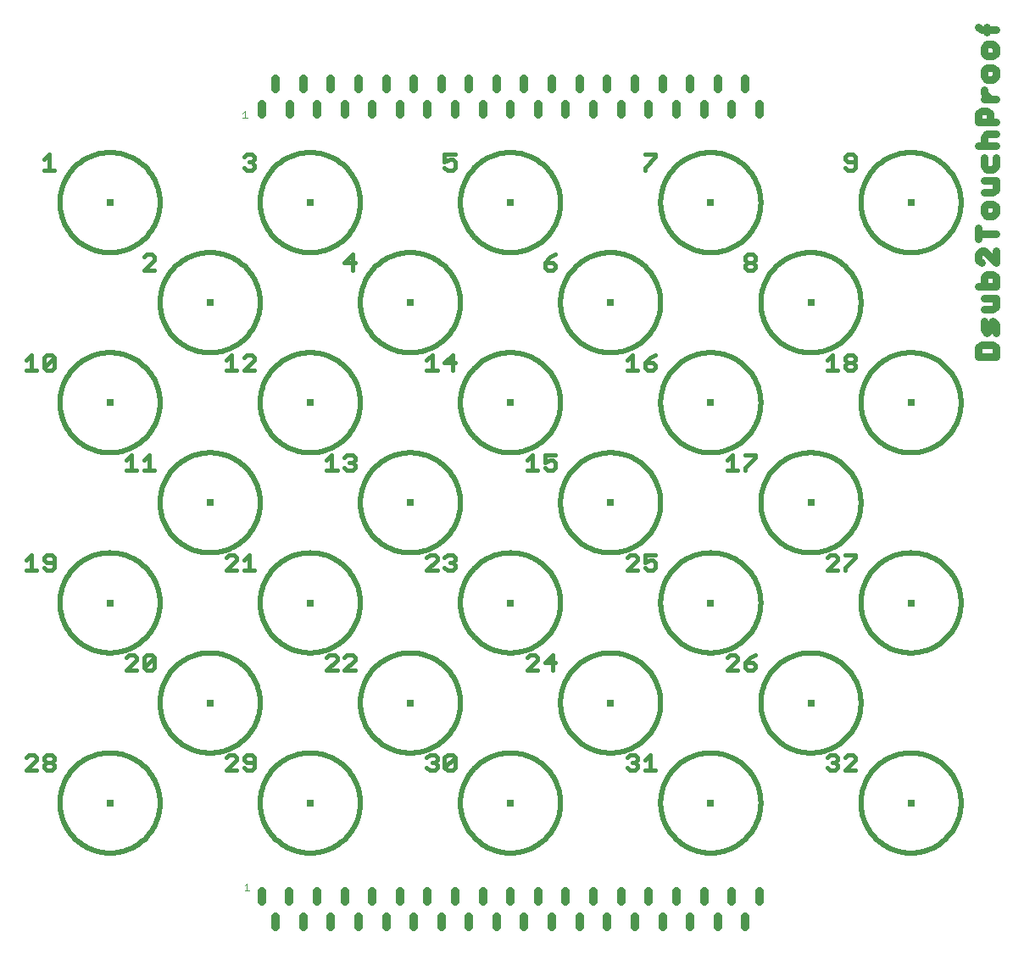
<source format=gbr>
G04 EAGLE Gerber RS-274X export*
G75*
%MOMM*%
%FSLAX34Y34*%
%LPD*%
%INSilkscreen Top*%
%IPPOS*%
%AMOC8*
5,1,8,0,0,1.08239X$1,22.5*%
G01*
%ADD10C,0.381000*%
%ADD11C,0.787400*%
%ADD12C,0.076200*%
%ADD13C,0.812800*%
%ADD14C,0.500000*%
%ADD15R,0.660400X0.660400*%


D10*
X-465870Y242939D02*
X-460701Y248108D01*
X-460701Y232601D01*
X-465870Y232601D02*
X-455532Y232601D01*
X-365870Y132601D02*
X-355532Y132601D01*
X-365870Y132601D02*
X-355532Y142939D01*
X-355532Y145524D01*
X-358116Y148108D01*
X-363285Y148108D01*
X-365870Y145524D01*
X-265870Y245524D02*
X-263285Y248108D01*
X-258116Y248108D01*
X-255532Y245524D01*
X-255532Y242939D01*
X-258116Y240355D01*
X-260701Y240355D01*
X-258116Y240355D02*
X-255532Y237770D01*
X-255532Y235186D01*
X-258116Y232601D01*
X-263285Y232601D01*
X-265870Y235186D01*
X-158116Y148108D02*
X-158116Y132601D01*
X-165870Y140355D02*
X-158116Y148108D01*
X-155532Y140355D02*
X-165870Y140355D01*
X-65870Y248108D02*
X-55532Y248108D01*
X-65870Y248108D02*
X-65870Y240355D01*
X-60701Y242939D01*
X-58116Y242939D01*
X-55532Y240355D01*
X-55532Y235186D01*
X-58116Y232601D01*
X-63285Y232601D01*
X-65870Y235186D01*
X134130Y248108D02*
X144468Y248108D01*
X144468Y245524D01*
X134130Y235186D01*
X134130Y232601D01*
X234130Y145524D02*
X236715Y148108D01*
X241884Y148108D01*
X244468Y145524D01*
X244468Y142939D01*
X241884Y140355D01*
X244468Y137770D01*
X244468Y135186D01*
X241884Y132601D01*
X236715Y132601D01*
X234130Y135186D01*
X234130Y137770D01*
X236715Y140355D01*
X234130Y142939D01*
X234130Y145524D01*
X236715Y140355D02*
X241884Y140355D01*
X334130Y235186D02*
X336715Y232601D01*
X341884Y232601D01*
X344468Y235186D01*
X344468Y245524D01*
X341884Y248108D01*
X336715Y248108D01*
X334130Y245524D01*
X334130Y242939D01*
X336715Y240355D01*
X344468Y240355D01*
X-478476Y48108D02*
X-483645Y42939D01*
X-478476Y48108D02*
X-478476Y32601D01*
X-483645Y32601D02*
X-473307Y32601D01*
X-465870Y35186D02*
X-465870Y45524D01*
X-463285Y48108D01*
X-458116Y48108D01*
X-455532Y45524D01*
X-455532Y35186D01*
X-458116Y32601D01*
X-463285Y32601D01*
X-465870Y35186D01*
X-455532Y45524D01*
X-378476Y-51892D02*
X-383645Y-57061D01*
X-378476Y-51892D02*
X-378476Y-67399D01*
X-383645Y-67399D02*
X-373307Y-67399D01*
X-365870Y-57061D02*
X-360701Y-51892D01*
X-360701Y-67399D01*
X-365870Y-67399D02*
X-355532Y-67399D01*
X-283645Y42939D02*
X-278476Y48108D01*
X-278476Y32601D01*
X-283645Y32601D02*
X-273307Y32601D01*
X-265870Y32601D02*
X-255532Y32601D01*
X-265870Y32601D02*
X-255532Y42939D01*
X-255532Y45524D01*
X-258116Y48108D01*
X-263285Y48108D01*
X-265870Y45524D01*
X-178476Y-51892D02*
X-183645Y-57061D01*
X-178476Y-51892D02*
X-178476Y-67399D01*
X-183645Y-67399D02*
X-173307Y-67399D01*
X-165870Y-54476D02*
X-163285Y-51892D01*
X-158116Y-51892D01*
X-155532Y-54476D01*
X-155532Y-57061D01*
X-158116Y-59645D01*
X-160701Y-59645D01*
X-158116Y-59645D02*
X-155532Y-62230D01*
X-155532Y-64814D01*
X-158116Y-67399D01*
X-163285Y-67399D01*
X-165870Y-64814D01*
X-83645Y42939D02*
X-78476Y48108D01*
X-78476Y32601D01*
X-83645Y32601D02*
X-73307Y32601D01*
X-58116Y32601D02*
X-58116Y48108D01*
X-65870Y40355D01*
X-55532Y40355D01*
X21524Y-51892D02*
X16355Y-57061D01*
X21524Y-51892D02*
X21524Y-67399D01*
X16355Y-67399D02*
X26693Y-67399D01*
X34130Y-51892D02*
X44468Y-51892D01*
X34130Y-51892D02*
X34130Y-59645D01*
X39299Y-57061D01*
X41884Y-57061D01*
X44468Y-59645D01*
X44468Y-64814D01*
X41884Y-67399D01*
X36715Y-67399D01*
X34130Y-64814D01*
X116355Y42939D02*
X121524Y48108D01*
X121524Y32601D01*
X116355Y32601D02*
X126693Y32601D01*
X139299Y45524D02*
X144468Y48108D01*
X139299Y45524D02*
X134130Y40355D01*
X134130Y35186D01*
X136715Y32601D01*
X141884Y32601D01*
X144468Y35186D01*
X144468Y37770D01*
X141884Y40355D01*
X134130Y40355D01*
X221524Y-51892D02*
X216355Y-57061D01*
X221524Y-51892D02*
X221524Y-67399D01*
X216355Y-67399D02*
X226693Y-67399D01*
X234130Y-51892D02*
X244468Y-51892D01*
X244468Y-54476D01*
X234130Y-64814D01*
X234130Y-67399D01*
X-478476Y-151892D02*
X-483645Y-157061D01*
X-478476Y-151892D02*
X-478476Y-167399D01*
X-483645Y-167399D02*
X-473307Y-167399D01*
X-465870Y-164814D02*
X-463285Y-167399D01*
X-458116Y-167399D01*
X-455532Y-164814D01*
X-455532Y-154476D01*
X-458116Y-151892D01*
X-463285Y-151892D01*
X-465870Y-154476D01*
X-465870Y-157061D01*
X-463285Y-159645D01*
X-455532Y-159645D01*
X-383645Y-267399D02*
X-373307Y-267399D01*
X-383645Y-267399D02*
X-373307Y-257061D01*
X-373307Y-254476D01*
X-375891Y-251892D01*
X-381060Y-251892D01*
X-383645Y-254476D01*
X-365870Y-254476D02*
X-365870Y-264814D01*
X-365870Y-254476D02*
X-363285Y-251892D01*
X-358116Y-251892D01*
X-355532Y-254476D01*
X-355532Y-264814D01*
X-358116Y-267399D01*
X-363285Y-267399D01*
X-365870Y-264814D01*
X-355532Y-254476D01*
X-283645Y-167399D02*
X-273307Y-167399D01*
X-283645Y-167399D02*
X-273307Y-157061D01*
X-273307Y-154476D01*
X-275891Y-151892D01*
X-281060Y-151892D01*
X-283645Y-154476D01*
X-265870Y-157061D02*
X-260701Y-151892D01*
X-260701Y-167399D01*
X-265870Y-167399D02*
X-255532Y-167399D01*
X-183645Y-267399D02*
X-173307Y-267399D01*
X-183645Y-267399D02*
X-173307Y-257061D01*
X-173307Y-254476D01*
X-175891Y-251892D01*
X-181060Y-251892D01*
X-183645Y-254476D01*
X-165870Y-267399D02*
X-155532Y-267399D01*
X-165870Y-267399D02*
X-155532Y-257061D01*
X-155532Y-254476D01*
X-158116Y-251892D01*
X-163285Y-251892D01*
X-165870Y-254476D01*
X-83645Y-167399D02*
X-73307Y-167399D01*
X-83645Y-167399D02*
X-73307Y-157061D01*
X-73307Y-154476D01*
X-75891Y-151892D01*
X-81060Y-151892D01*
X-83645Y-154476D01*
X-65870Y-154476D02*
X-63285Y-151892D01*
X-58116Y-151892D01*
X-55532Y-154476D01*
X-55532Y-157061D01*
X-58116Y-159645D01*
X-60701Y-159645D01*
X-58116Y-159645D02*
X-55532Y-162230D01*
X-55532Y-164814D01*
X-58116Y-167399D01*
X-63285Y-167399D01*
X-65870Y-164814D01*
X16355Y-267399D02*
X26693Y-267399D01*
X16355Y-267399D02*
X26693Y-257061D01*
X26693Y-254476D01*
X24109Y-251892D01*
X18940Y-251892D01*
X16355Y-254476D01*
X41884Y-251892D02*
X41884Y-267399D01*
X34130Y-259645D02*
X41884Y-251892D01*
X44468Y-259645D02*
X34130Y-259645D01*
X116355Y-167399D02*
X126693Y-167399D01*
X116355Y-167399D02*
X126693Y-157061D01*
X126693Y-154476D01*
X124109Y-151892D01*
X118940Y-151892D01*
X116355Y-154476D01*
X134130Y-151892D02*
X144468Y-151892D01*
X134130Y-151892D02*
X134130Y-159645D01*
X139299Y-157061D01*
X141884Y-157061D01*
X144468Y-159645D01*
X144468Y-164814D01*
X141884Y-167399D01*
X136715Y-167399D01*
X134130Y-164814D01*
X216355Y-267399D02*
X226693Y-267399D01*
X216355Y-267399D02*
X226693Y-257061D01*
X226693Y-254476D01*
X224109Y-251892D01*
X218940Y-251892D01*
X216355Y-254476D01*
X239299Y-254476D02*
X244468Y-251892D01*
X239299Y-254476D02*
X234130Y-259645D01*
X234130Y-264814D01*
X236715Y-267399D01*
X241884Y-267399D01*
X244468Y-264814D01*
X244468Y-262230D01*
X241884Y-259645D01*
X234130Y-259645D01*
X316355Y-167399D02*
X326693Y-167399D01*
X316355Y-167399D02*
X326693Y-157061D01*
X326693Y-154476D01*
X324109Y-151892D01*
X318940Y-151892D01*
X316355Y-154476D01*
X334130Y-151892D02*
X344468Y-151892D01*
X344468Y-154476D01*
X334130Y-164814D01*
X334130Y-167399D01*
X-473307Y-367399D02*
X-483645Y-367399D01*
X-473307Y-357061D01*
X-473307Y-354476D01*
X-475891Y-351892D01*
X-481060Y-351892D01*
X-483645Y-354476D01*
X-465870Y-354476D02*
X-463285Y-351892D01*
X-458116Y-351892D01*
X-455532Y-354476D01*
X-455532Y-357061D01*
X-458116Y-359645D01*
X-455532Y-362230D01*
X-455532Y-364814D01*
X-458116Y-367399D01*
X-463285Y-367399D01*
X-465870Y-364814D01*
X-465870Y-362230D01*
X-463285Y-359645D01*
X-465870Y-357061D01*
X-465870Y-354476D01*
X-463285Y-359645D02*
X-458116Y-359645D01*
X-283645Y-367399D02*
X-273307Y-367399D01*
X-283645Y-367399D02*
X-273307Y-357061D01*
X-273307Y-354476D01*
X-275891Y-351892D01*
X-281060Y-351892D01*
X-283645Y-354476D01*
X-265870Y-364814D02*
X-263285Y-367399D01*
X-258116Y-367399D01*
X-255532Y-364814D01*
X-255532Y-354476D01*
X-258116Y-351892D01*
X-263285Y-351892D01*
X-265870Y-354476D01*
X-265870Y-357061D01*
X-263285Y-359645D01*
X-255532Y-359645D01*
X-83645Y-354476D02*
X-81060Y-351892D01*
X-75891Y-351892D01*
X-73307Y-354476D01*
X-73307Y-357061D01*
X-75891Y-359645D01*
X-78476Y-359645D01*
X-75891Y-359645D02*
X-73307Y-362230D01*
X-73307Y-364814D01*
X-75891Y-367399D01*
X-81060Y-367399D01*
X-83645Y-364814D01*
X-65870Y-364814D02*
X-65870Y-354476D01*
X-63285Y-351892D01*
X-58116Y-351892D01*
X-55532Y-354476D01*
X-55532Y-364814D01*
X-58116Y-367399D01*
X-63285Y-367399D01*
X-65870Y-364814D01*
X-55532Y-354476D01*
D11*
X467222Y46374D02*
X484763Y46374D01*
X484763Y55145D01*
X481840Y58068D01*
X470146Y58068D01*
X467222Y55145D01*
X467222Y46374D01*
X484763Y69762D02*
X484763Y78533D01*
X481840Y81456D01*
X478916Y78533D01*
X478916Y72686D01*
X475993Y69762D01*
X473069Y72686D01*
X473069Y81456D01*
X473069Y93150D02*
X481840Y93150D01*
X484763Y96073D01*
X484763Y104844D01*
X473069Y104844D01*
X467222Y116538D02*
X484763Y116538D01*
X484763Y125308D01*
X481840Y128232D01*
X475993Y128232D01*
X473069Y125308D01*
X473069Y116538D01*
X484763Y139926D02*
X484763Y151620D01*
X484763Y139926D02*
X473069Y151620D01*
X470146Y151620D01*
X467222Y148696D01*
X467222Y142849D01*
X470146Y139926D01*
X467222Y169161D02*
X484763Y169161D01*
X467222Y163314D02*
X467222Y175008D01*
X484763Y189625D02*
X484763Y195472D01*
X481840Y198396D01*
X475993Y198396D01*
X473069Y195472D01*
X473069Y189625D01*
X475993Y186702D01*
X481840Y186702D01*
X484763Y189625D01*
X481840Y210090D02*
X473069Y210090D01*
X481840Y210090D02*
X484763Y213013D01*
X484763Y221784D01*
X473069Y221784D01*
X473069Y236401D02*
X473069Y245172D01*
X473069Y236401D02*
X475993Y233478D01*
X481840Y233478D01*
X484763Y236401D01*
X484763Y245172D01*
X484763Y256866D02*
X467222Y256866D01*
X473069Y259789D02*
X475993Y256866D01*
X473069Y259789D02*
X473069Y265636D01*
X475993Y268560D01*
X484763Y268560D01*
X484763Y280254D02*
X467222Y280254D01*
X467222Y289024D01*
X470146Y291948D01*
X475993Y291948D01*
X478916Y289024D01*
X478916Y280254D01*
X484763Y303642D02*
X473069Y303642D01*
X478916Y303642D02*
X473069Y309489D01*
X473069Y312412D01*
X484763Y326055D02*
X484763Y331902D01*
X481840Y334826D01*
X475993Y334826D01*
X473069Y331902D01*
X473069Y326055D01*
X475993Y323132D01*
X481840Y323132D01*
X484763Y326055D01*
X484763Y349443D02*
X484763Y355290D01*
X481840Y358214D01*
X475993Y358214D01*
X473069Y355290D01*
X473069Y349443D01*
X475993Y346520D01*
X481840Y346520D01*
X484763Y349443D01*
X484763Y372831D02*
X470146Y372831D01*
X467222Y375755D01*
X475993Y375755D02*
X475993Y369908D01*
D10*
X318940Y-351892D02*
X316355Y-354476D01*
X318940Y-351892D02*
X324109Y-351892D01*
X326693Y-354476D01*
X326693Y-357061D01*
X324109Y-359645D01*
X321524Y-359645D01*
X324109Y-359645D02*
X326693Y-362230D01*
X326693Y-364814D01*
X324109Y-367399D01*
X318940Y-367399D01*
X316355Y-364814D01*
X334130Y-367399D02*
X344468Y-367399D01*
X334130Y-367399D02*
X344468Y-357061D01*
X344468Y-354476D01*
X341884Y-351892D01*
X336715Y-351892D01*
X334130Y-354476D01*
X118940Y-351892D02*
X116355Y-354476D01*
X118940Y-351892D02*
X124109Y-351892D01*
X126693Y-354476D01*
X126693Y-357061D01*
X124109Y-359645D01*
X121524Y-359645D01*
X124109Y-359645D02*
X126693Y-362230D01*
X126693Y-364814D01*
X124109Y-367399D01*
X118940Y-367399D01*
X116355Y-364814D01*
X134130Y-357061D02*
X139299Y-351892D01*
X139299Y-367399D01*
X134130Y-367399D02*
X144468Y-367399D01*
X39299Y145524D02*
X44468Y148108D01*
X39299Y145524D02*
X34130Y140355D01*
X34130Y135186D01*
X36715Y132601D01*
X41884Y132601D01*
X44468Y135186D01*
X44468Y137770D01*
X41884Y140355D01*
X34130Y140355D01*
X316355Y42939D02*
X321524Y48108D01*
X321524Y32601D01*
X316355Y32601D02*
X326693Y32601D01*
X334130Y45524D02*
X336715Y48108D01*
X341884Y48108D01*
X344468Y45524D01*
X344468Y42939D01*
X341884Y40355D01*
X344468Y37770D01*
X344468Y35186D01*
X341884Y32601D01*
X336715Y32601D01*
X334130Y35186D01*
X334130Y37770D01*
X336715Y40355D01*
X334130Y42939D01*
X334130Y45524D01*
X336715Y40355D02*
X341884Y40355D01*
D12*
X-265162Y291753D02*
X-267619Y289296D01*
X-265162Y291753D02*
X-265162Y284381D01*
X-267619Y284381D02*
X-262704Y284381D01*
X-263162Y-480247D02*
X-265619Y-482704D01*
X-263162Y-480247D02*
X-263162Y-487619D01*
X-265619Y-487619D02*
X-260704Y-487619D01*
D13*
X-110490Y-488570D02*
X-110490Y-498730D01*
X-82804Y-498730D02*
X-82804Y-488570D01*
X110490Y-488570D02*
X110490Y-498730D01*
X-69088Y-513970D02*
X-69088Y-524130D01*
X-96520Y-524130D02*
X-96520Y-513970D01*
X-124206Y-513970D02*
X-124206Y-524130D01*
X-138176Y-498730D02*
X-138176Y-488570D01*
X-151892Y-513970D02*
X-151892Y-524130D01*
X-165608Y-498730D02*
X-165608Y-488570D01*
X-179578Y-513716D02*
X-179578Y-523876D01*
X-193294Y-498476D02*
X-193294Y-488316D01*
X124206Y-513970D02*
X124206Y-524130D01*
X137922Y-498730D02*
X137922Y-488570D01*
X151892Y-513970D02*
X151892Y-524130D01*
X165608Y-498730D02*
X165608Y-488570D01*
X179324Y-513970D02*
X179324Y-524130D01*
X193294Y-498730D02*
X193294Y-488570D01*
X220726Y-488570D02*
X220726Y-498730D01*
X207010Y-513970D02*
X207010Y-524130D01*
X248412Y-498730D02*
X248412Y-488570D01*
X234696Y-513970D02*
X234696Y-524130D01*
X-220980Y-498730D02*
X-220980Y-488570D01*
X-207010Y-513716D02*
X-207010Y-523876D01*
X-234696Y-523876D02*
X-234696Y-513716D01*
X-248412Y-498730D02*
X-248412Y-488570D01*
X-55118Y-488570D02*
X-55118Y-498730D01*
X-41402Y-513970D02*
X-41402Y-524130D01*
X-27686Y-498730D02*
X-27686Y-488570D01*
X0Y-488570D02*
X0Y-498730D01*
X-13716Y-513970D02*
X-13716Y-524130D01*
X13716Y-524130D02*
X13716Y-513970D01*
X41402Y-513970D02*
X41402Y-524130D01*
X27686Y-498730D02*
X27686Y-488570D01*
X55118Y-488570D02*
X55118Y-498730D01*
X82804Y-498730D02*
X82804Y-488570D01*
X69088Y-513970D02*
X69088Y-524130D01*
X96520Y-524130D02*
X96520Y-513970D01*
X-27686Y288570D02*
X-27686Y298730D01*
X-165608Y298730D02*
X-165608Y288570D01*
X-193294Y288570D02*
X-193294Y298730D01*
X-179324Y313970D02*
X-179324Y324130D01*
X-151892Y324130D02*
X-151892Y313970D01*
X-13716Y313970D02*
X-13716Y324130D01*
X27686Y298730D02*
X27686Y288570D01*
X69088Y313970D02*
X69088Y324130D01*
X165608Y298730D02*
X165608Y288570D01*
X41402Y313970D02*
X41402Y324130D01*
X55118Y298730D02*
X55118Y288570D01*
X13716Y313970D02*
X13716Y324130D01*
X0Y298730D02*
X0Y288570D01*
X-41402Y313970D02*
X-41402Y324130D01*
X-55118Y298730D02*
X-55118Y288570D01*
X-207010Y313970D02*
X-207010Y324130D01*
X-234696Y324130D02*
X-234696Y313970D01*
X-220726Y298730D02*
X-220726Y288570D01*
X-248412Y288570D02*
X-248412Y298730D01*
X179578Y313970D02*
X179578Y324130D01*
X193294Y298730D02*
X193294Y288570D01*
X220980Y288570D02*
X220980Y298730D01*
X248412Y298730D02*
X248412Y288570D01*
X207010Y313970D02*
X207010Y324130D01*
X234696Y324130D02*
X234696Y313970D01*
X-137922Y298730D02*
X-137922Y288570D01*
X-110490Y288570D02*
X-110490Y298730D01*
X-82804Y298730D02*
X-82804Y288570D01*
X-124206Y313970D02*
X-124206Y324130D01*
X-96520Y324130D02*
X-96520Y313970D01*
X-69088Y313970D02*
X-69088Y324130D01*
X82804Y298730D02*
X82804Y288570D01*
X110490Y288570D02*
X110490Y298730D01*
X96520Y313970D02*
X96520Y324130D01*
X138176Y298730D02*
X138176Y288570D01*
X124206Y313970D02*
X124206Y324130D01*
X151892Y324130D02*
X151892Y313970D01*
D14*
X-450000Y200000D02*
X-449985Y201227D01*
X-449940Y202453D01*
X-449865Y203678D01*
X-449759Y204901D01*
X-449624Y206121D01*
X-449459Y207337D01*
X-449264Y208548D01*
X-449039Y209755D01*
X-448785Y210955D01*
X-448502Y212149D01*
X-448189Y213336D01*
X-447847Y214514D01*
X-447476Y215684D01*
X-447077Y216844D01*
X-446650Y217995D01*
X-446194Y219134D01*
X-445710Y220262D01*
X-445199Y221378D01*
X-444661Y222481D01*
X-444096Y223570D01*
X-443504Y224645D01*
X-442886Y225705D01*
X-442243Y226750D01*
X-441573Y227779D01*
X-440879Y228790D01*
X-440160Y229785D01*
X-439417Y230762D01*
X-438651Y231720D01*
X-437860Y232659D01*
X-437048Y233578D01*
X-436212Y234477D01*
X-435355Y235355D01*
X-434477Y236212D01*
X-433578Y237048D01*
X-432659Y237860D01*
X-431720Y238651D01*
X-430762Y239417D01*
X-429785Y240160D01*
X-428790Y240879D01*
X-427779Y241573D01*
X-426750Y242243D01*
X-425705Y242886D01*
X-424645Y243504D01*
X-423570Y244096D01*
X-422481Y244661D01*
X-421378Y245199D01*
X-420262Y245710D01*
X-419134Y246194D01*
X-417995Y246650D01*
X-416844Y247077D01*
X-415684Y247476D01*
X-414514Y247847D01*
X-413336Y248189D01*
X-412149Y248502D01*
X-410955Y248785D01*
X-409755Y249039D01*
X-408548Y249264D01*
X-407337Y249459D01*
X-406121Y249624D01*
X-404901Y249759D01*
X-403678Y249865D01*
X-402453Y249940D01*
X-401227Y249985D01*
X-400000Y250000D01*
X-398773Y249985D01*
X-397547Y249940D01*
X-396322Y249865D01*
X-395099Y249759D01*
X-393879Y249624D01*
X-392663Y249459D01*
X-391452Y249264D01*
X-390245Y249039D01*
X-389045Y248785D01*
X-387851Y248502D01*
X-386664Y248189D01*
X-385486Y247847D01*
X-384316Y247476D01*
X-383156Y247077D01*
X-382005Y246650D01*
X-380866Y246194D01*
X-379738Y245710D01*
X-378622Y245199D01*
X-377519Y244661D01*
X-376430Y244096D01*
X-375355Y243504D01*
X-374295Y242886D01*
X-373250Y242243D01*
X-372221Y241573D01*
X-371210Y240879D01*
X-370215Y240160D01*
X-369238Y239417D01*
X-368280Y238651D01*
X-367341Y237860D01*
X-366422Y237048D01*
X-365523Y236212D01*
X-364645Y235355D01*
X-363788Y234477D01*
X-362952Y233578D01*
X-362140Y232659D01*
X-361349Y231720D01*
X-360583Y230762D01*
X-359840Y229785D01*
X-359121Y228790D01*
X-358427Y227779D01*
X-357757Y226750D01*
X-357114Y225705D01*
X-356496Y224645D01*
X-355904Y223570D01*
X-355339Y222481D01*
X-354801Y221378D01*
X-354290Y220262D01*
X-353806Y219134D01*
X-353350Y217995D01*
X-352923Y216844D01*
X-352524Y215684D01*
X-352153Y214514D01*
X-351811Y213336D01*
X-351498Y212149D01*
X-351215Y210955D01*
X-350961Y209755D01*
X-350736Y208548D01*
X-350541Y207337D01*
X-350376Y206121D01*
X-350241Y204901D01*
X-350135Y203678D01*
X-350060Y202453D01*
X-350015Y201227D01*
X-350000Y200000D01*
X-350015Y198773D01*
X-350060Y197547D01*
X-350135Y196322D01*
X-350241Y195099D01*
X-350376Y193879D01*
X-350541Y192663D01*
X-350736Y191452D01*
X-350961Y190245D01*
X-351215Y189045D01*
X-351498Y187851D01*
X-351811Y186664D01*
X-352153Y185486D01*
X-352524Y184316D01*
X-352923Y183156D01*
X-353350Y182005D01*
X-353806Y180866D01*
X-354290Y179738D01*
X-354801Y178622D01*
X-355339Y177519D01*
X-355904Y176430D01*
X-356496Y175355D01*
X-357114Y174295D01*
X-357757Y173250D01*
X-358427Y172221D01*
X-359121Y171210D01*
X-359840Y170215D01*
X-360583Y169238D01*
X-361349Y168280D01*
X-362140Y167341D01*
X-362952Y166422D01*
X-363788Y165523D01*
X-364645Y164645D01*
X-365523Y163788D01*
X-366422Y162952D01*
X-367341Y162140D01*
X-368280Y161349D01*
X-369238Y160583D01*
X-370215Y159840D01*
X-371210Y159121D01*
X-372221Y158427D01*
X-373250Y157757D01*
X-374295Y157114D01*
X-375355Y156496D01*
X-376430Y155904D01*
X-377519Y155339D01*
X-378622Y154801D01*
X-379738Y154290D01*
X-380866Y153806D01*
X-382005Y153350D01*
X-383156Y152923D01*
X-384316Y152524D01*
X-385486Y152153D01*
X-386664Y151811D01*
X-387851Y151498D01*
X-389045Y151215D01*
X-390245Y150961D01*
X-391452Y150736D01*
X-392663Y150541D01*
X-393879Y150376D01*
X-395099Y150241D01*
X-396322Y150135D01*
X-397547Y150060D01*
X-398773Y150015D01*
X-400000Y150000D01*
X-401227Y150015D01*
X-402453Y150060D01*
X-403678Y150135D01*
X-404901Y150241D01*
X-406121Y150376D01*
X-407337Y150541D01*
X-408548Y150736D01*
X-409755Y150961D01*
X-410955Y151215D01*
X-412149Y151498D01*
X-413336Y151811D01*
X-414514Y152153D01*
X-415684Y152524D01*
X-416844Y152923D01*
X-417995Y153350D01*
X-419134Y153806D01*
X-420262Y154290D01*
X-421378Y154801D01*
X-422481Y155339D01*
X-423570Y155904D01*
X-424645Y156496D01*
X-425705Y157114D01*
X-426750Y157757D01*
X-427779Y158427D01*
X-428790Y159121D01*
X-429785Y159840D01*
X-430762Y160583D01*
X-431720Y161349D01*
X-432659Y162140D01*
X-433578Y162952D01*
X-434477Y163788D01*
X-435355Y164645D01*
X-436212Y165523D01*
X-437048Y166422D01*
X-437860Y167341D01*
X-438651Y168280D01*
X-439417Y169238D01*
X-440160Y170215D01*
X-440879Y171210D01*
X-441573Y172221D01*
X-442243Y173250D01*
X-442886Y174295D01*
X-443504Y175355D01*
X-444096Y176430D01*
X-444661Y177519D01*
X-445199Y178622D01*
X-445710Y179738D01*
X-446194Y180866D01*
X-446650Y182005D01*
X-447077Y183156D01*
X-447476Y184316D01*
X-447847Y185486D01*
X-448189Y186664D01*
X-448502Y187851D01*
X-448785Y189045D01*
X-449039Y190245D01*
X-449264Y191452D01*
X-449459Y192663D01*
X-449624Y193879D01*
X-449759Y195099D01*
X-449865Y196322D01*
X-449940Y197547D01*
X-449985Y198773D01*
X-450000Y200000D01*
D15*
X-400000Y200000D03*
D14*
X-350000Y100000D02*
X-349985Y101227D01*
X-349940Y102453D01*
X-349865Y103678D01*
X-349759Y104901D01*
X-349624Y106121D01*
X-349459Y107337D01*
X-349264Y108548D01*
X-349039Y109755D01*
X-348785Y110955D01*
X-348502Y112149D01*
X-348189Y113336D01*
X-347847Y114514D01*
X-347476Y115684D01*
X-347077Y116844D01*
X-346650Y117995D01*
X-346194Y119134D01*
X-345710Y120262D01*
X-345199Y121378D01*
X-344661Y122481D01*
X-344096Y123570D01*
X-343504Y124645D01*
X-342886Y125705D01*
X-342243Y126750D01*
X-341573Y127779D01*
X-340879Y128790D01*
X-340160Y129785D01*
X-339417Y130762D01*
X-338651Y131720D01*
X-337860Y132659D01*
X-337048Y133578D01*
X-336212Y134477D01*
X-335355Y135355D01*
X-334477Y136212D01*
X-333578Y137048D01*
X-332659Y137860D01*
X-331720Y138651D01*
X-330762Y139417D01*
X-329785Y140160D01*
X-328790Y140879D01*
X-327779Y141573D01*
X-326750Y142243D01*
X-325705Y142886D01*
X-324645Y143504D01*
X-323570Y144096D01*
X-322481Y144661D01*
X-321378Y145199D01*
X-320262Y145710D01*
X-319134Y146194D01*
X-317995Y146650D01*
X-316844Y147077D01*
X-315684Y147476D01*
X-314514Y147847D01*
X-313336Y148189D01*
X-312149Y148502D01*
X-310955Y148785D01*
X-309755Y149039D01*
X-308548Y149264D01*
X-307337Y149459D01*
X-306121Y149624D01*
X-304901Y149759D01*
X-303678Y149865D01*
X-302453Y149940D01*
X-301227Y149985D01*
X-300000Y150000D01*
X-298773Y149985D01*
X-297547Y149940D01*
X-296322Y149865D01*
X-295099Y149759D01*
X-293879Y149624D01*
X-292663Y149459D01*
X-291452Y149264D01*
X-290245Y149039D01*
X-289045Y148785D01*
X-287851Y148502D01*
X-286664Y148189D01*
X-285486Y147847D01*
X-284316Y147476D01*
X-283156Y147077D01*
X-282005Y146650D01*
X-280866Y146194D01*
X-279738Y145710D01*
X-278622Y145199D01*
X-277519Y144661D01*
X-276430Y144096D01*
X-275355Y143504D01*
X-274295Y142886D01*
X-273250Y142243D01*
X-272221Y141573D01*
X-271210Y140879D01*
X-270215Y140160D01*
X-269238Y139417D01*
X-268280Y138651D01*
X-267341Y137860D01*
X-266422Y137048D01*
X-265523Y136212D01*
X-264645Y135355D01*
X-263788Y134477D01*
X-262952Y133578D01*
X-262140Y132659D01*
X-261349Y131720D01*
X-260583Y130762D01*
X-259840Y129785D01*
X-259121Y128790D01*
X-258427Y127779D01*
X-257757Y126750D01*
X-257114Y125705D01*
X-256496Y124645D01*
X-255904Y123570D01*
X-255339Y122481D01*
X-254801Y121378D01*
X-254290Y120262D01*
X-253806Y119134D01*
X-253350Y117995D01*
X-252923Y116844D01*
X-252524Y115684D01*
X-252153Y114514D01*
X-251811Y113336D01*
X-251498Y112149D01*
X-251215Y110955D01*
X-250961Y109755D01*
X-250736Y108548D01*
X-250541Y107337D01*
X-250376Y106121D01*
X-250241Y104901D01*
X-250135Y103678D01*
X-250060Y102453D01*
X-250015Y101227D01*
X-250000Y100000D01*
X-250015Y98773D01*
X-250060Y97547D01*
X-250135Y96322D01*
X-250241Y95099D01*
X-250376Y93879D01*
X-250541Y92663D01*
X-250736Y91452D01*
X-250961Y90245D01*
X-251215Y89045D01*
X-251498Y87851D01*
X-251811Y86664D01*
X-252153Y85486D01*
X-252524Y84316D01*
X-252923Y83156D01*
X-253350Y82005D01*
X-253806Y80866D01*
X-254290Y79738D01*
X-254801Y78622D01*
X-255339Y77519D01*
X-255904Y76430D01*
X-256496Y75355D01*
X-257114Y74295D01*
X-257757Y73250D01*
X-258427Y72221D01*
X-259121Y71210D01*
X-259840Y70215D01*
X-260583Y69238D01*
X-261349Y68280D01*
X-262140Y67341D01*
X-262952Y66422D01*
X-263788Y65523D01*
X-264645Y64645D01*
X-265523Y63788D01*
X-266422Y62952D01*
X-267341Y62140D01*
X-268280Y61349D01*
X-269238Y60583D01*
X-270215Y59840D01*
X-271210Y59121D01*
X-272221Y58427D01*
X-273250Y57757D01*
X-274295Y57114D01*
X-275355Y56496D01*
X-276430Y55904D01*
X-277519Y55339D01*
X-278622Y54801D01*
X-279738Y54290D01*
X-280866Y53806D01*
X-282005Y53350D01*
X-283156Y52923D01*
X-284316Y52524D01*
X-285486Y52153D01*
X-286664Y51811D01*
X-287851Y51498D01*
X-289045Y51215D01*
X-290245Y50961D01*
X-291452Y50736D01*
X-292663Y50541D01*
X-293879Y50376D01*
X-295099Y50241D01*
X-296322Y50135D01*
X-297547Y50060D01*
X-298773Y50015D01*
X-300000Y50000D01*
X-301227Y50015D01*
X-302453Y50060D01*
X-303678Y50135D01*
X-304901Y50241D01*
X-306121Y50376D01*
X-307337Y50541D01*
X-308548Y50736D01*
X-309755Y50961D01*
X-310955Y51215D01*
X-312149Y51498D01*
X-313336Y51811D01*
X-314514Y52153D01*
X-315684Y52524D01*
X-316844Y52923D01*
X-317995Y53350D01*
X-319134Y53806D01*
X-320262Y54290D01*
X-321378Y54801D01*
X-322481Y55339D01*
X-323570Y55904D01*
X-324645Y56496D01*
X-325705Y57114D01*
X-326750Y57757D01*
X-327779Y58427D01*
X-328790Y59121D01*
X-329785Y59840D01*
X-330762Y60583D01*
X-331720Y61349D01*
X-332659Y62140D01*
X-333578Y62952D01*
X-334477Y63788D01*
X-335355Y64645D01*
X-336212Y65523D01*
X-337048Y66422D01*
X-337860Y67341D01*
X-338651Y68280D01*
X-339417Y69238D01*
X-340160Y70215D01*
X-340879Y71210D01*
X-341573Y72221D01*
X-342243Y73250D01*
X-342886Y74295D01*
X-343504Y75355D01*
X-344096Y76430D01*
X-344661Y77519D01*
X-345199Y78622D01*
X-345710Y79738D01*
X-346194Y80866D01*
X-346650Y82005D01*
X-347077Y83156D01*
X-347476Y84316D01*
X-347847Y85486D01*
X-348189Y86664D01*
X-348502Y87851D01*
X-348785Y89045D01*
X-349039Y90245D01*
X-349264Y91452D01*
X-349459Y92663D01*
X-349624Y93879D01*
X-349759Y95099D01*
X-349865Y96322D01*
X-349940Y97547D01*
X-349985Y98773D01*
X-350000Y100000D01*
D15*
X-300000Y100000D03*
D14*
X-250000Y200000D02*
X-249985Y201227D01*
X-249940Y202453D01*
X-249865Y203678D01*
X-249759Y204901D01*
X-249624Y206121D01*
X-249459Y207337D01*
X-249264Y208548D01*
X-249039Y209755D01*
X-248785Y210955D01*
X-248502Y212149D01*
X-248189Y213336D01*
X-247847Y214514D01*
X-247476Y215684D01*
X-247077Y216844D01*
X-246650Y217995D01*
X-246194Y219134D01*
X-245710Y220262D01*
X-245199Y221378D01*
X-244661Y222481D01*
X-244096Y223570D01*
X-243504Y224645D01*
X-242886Y225705D01*
X-242243Y226750D01*
X-241573Y227779D01*
X-240879Y228790D01*
X-240160Y229785D01*
X-239417Y230762D01*
X-238651Y231720D01*
X-237860Y232659D01*
X-237048Y233578D01*
X-236212Y234477D01*
X-235355Y235355D01*
X-234477Y236212D01*
X-233578Y237048D01*
X-232659Y237860D01*
X-231720Y238651D01*
X-230762Y239417D01*
X-229785Y240160D01*
X-228790Y240879D01*
X-227779Y241573D01*
X-226750Y242243D01*
X-225705Y242886D01*
X-224645Y243504D01*
X-223570Y244096D01*
X-222481Y244661D01*
X-221378Y245199D01*
X-220262Y245710D01*
X-219134Y246194D01*
X-217995Y246650D01*
X-216844Y247077D01*
X-215684Y247476D01*
X-214514Y247847D01*
X-213336Y248189D01*
X-212149Y248502D01*
X-210955Y248785D01*
X-209755Y249039D01*
X-208548Y249264D01*
X-207337Y249459D01*
X-206121Y249624D01*
X-204901Y249759D01*
X-203678Y249865D01*
X-202453Y249940D01*
X-201227Y249985D01*
X-200000Y250000D01*
X-198773Y249985D01*
X-197547Y249940D01*
X-196322Y249865D01*
X-195099Y249759D01*
X-193879Y249624D01*
X-192663Y249459D01*
X-191452Y249264D01*
X-190245Y249039D01*
X-189045Y248785D01*
X-187851Y248502D01*
X-186664Y248189D01*
X-185486Y247847D01*
X-184316Y247476D01*
X-183156Y247077D01*
X-182005Y246650D01*
X-180866Y246194D01*
X-179738Y245710D01*
X-178622Y245199D01*
X-177519Y244661D01*
X-176430Y244096D01*
X-175355Y243504D01*
X-174295Y242886D01*
X-173250Y242243D01*
X-172221Y241573D01*
X-171210Y240879D01*
X-170215Y240160D01*
X-169238Y239417D01*
X-168280Y238651D01*
X-167341Y237860D01*
X-166422Y237048D01*
X-165523Y236212D01*
X-164645Y235355D01*
X-163788Y234477D01*
X-162952Y233578D01*
X-162140Y232659D01*
X-161349Y231720D01*
X-160583Y230762D01*
X-159840Y229785D01*
X-159121Y228790D01*
X-158427Y227779D01*
X-157757Y226750D01*
X-157114Y225705D01*
X-156496Y224645D01*
X-155904Y223570D01*
X-155339Y222481D01*
X-154801Y221378D01*
X-154290Y220262D01*
X-153806Y219134D01*
X-153350Y217995D01*
X-152923Y216844D01*
X-152524Y215684D01*
X-152153Y214514D01*
X-151811Y213336D01*
X-151498Y212149D01*
X-151215Y210955D01*
X-150961Y209755D01*
X-150736Y208548D01*
X-150541Y207337D01*
X-150376Y206121D01*
X-150241Y204901D01*
X-150135Y203678D01*
X-150060Y202453D01*
X-150015Y201227D01*
X-150000Y200000D01*
X-150015Y198773D01*
X-150060Y197547D01*
X-150135Y196322D01*
X-150241Y195099D01*
X-150376Y193879D01*
X-150541Y192663D01*
X-150736Y191452D01*
X-150961Y190245D01*
X-151215Y189045D01*
X-151498Y187851D01*
X-151811Y186664D01*
X-152153Y185486D01*
X-152524Y184316D01*
X-152923Y183156D01*
X-153350Y182005D01*
X-153806Y180866D01*
X-154290Y179738D01*
X-154801Y178622D01*
X-155339Y177519D01*
X-155904Y176430D01*
X-156496Y175355D01*
X-157114Y174295D01*
X-157757Y173250D01*
X-158427Y172221D01*
X-159121Y171210D01*
X-159840Y170215D01*
X-160583Y169238D01*
X-161349Y168280D01*
X-162140Y167341D01*
X-162952Y166422D01*
X-163788Y165523D01*
X-164645Y164645D01*
X-165523Y163788D01*
X-166422Y162952D01*
X-167341Y162140D01*
X-168280Y161349D01*
X-169238Y160583D01*
X-170215Y159840D01*
X-171210Y159121D01*
X-172221Y158427D01*
X-173250Y157757D01*
X-174295Y157114D01*
X-175355Y156496D01*
X-176430Y155904D01*
X-177519Y155339D01*
X-178622Y154801D01*
X-179738Y154290D01*
X-180866Y153806D01*
X-182005Y153350D01*
X-183156Y152923D01*
X-184316Y152524D01*
X-185486Y152153D01*
X-186664Y151811D01*
X-187851Y151498D01*
X-189045Y151215D01*
X-190245Y150961D01*
X-191452Y150736D01*
X-192663Y150541D01*
X-193879Y150376D01*
X-195099Y150241D01*
X-196322Y150135D01*
X-197547Y150060D01*
X-198773Y150015D01*
X-200000Y150000D01*
X-201227Y150015D01*
X-202453Y150060D01*
X-203678Y150135D01*
X-204901Y150241D01*
X-206121Y150376D01*
X-207337Y150541D01*
X-208548Y150736D01*
X-209755Y150961D01*
X-210955Y151215D01*
X-212149Y151498D01*
X-213336Y151811D01*
X-214514Y152153D01*
X-215684Y152524D01*
X-216844Y152923D01*
X-217995Y153350D01*
X-219134Y153806D01*
X-220262Y154290D01*
X-221378Y154801D01*
X-222481Y155339D01*
X-223570Y155904D01*
X-224645Y156496D01*
X-225705Y157114D01*
X-226750Y157757D01*
X-227779Y158427D01*
X-228790Y159121D01*
X-229785Y159840D01*
X-230762Y160583D01*
X-231720Y161349D01*
X-232659Y162140D01*
X-233578Y162952D01*
X-234477Y163788D01*
X-235355Y164645D01*
X-236212Y165523D01*
X-237048Y166422D01*
X-237860Y167341D01*
X-238651Y168280D01*
X-239417Y169238D01*
X-240160Y170215D01*
X-240879Y171210D01*
X-241573Y172221D01*
X-242243Y173250D01*
X-242886Y174295D01*
X-243504Y175355D01*
X-244096Y176430D01*
X-244661Y177519D01*
X-245199Y178622D01*
X-245710Y179738D01*
X-246194Y180866D01*
X-246650Y182005D01*
X-247077Y183156D01*
X-247476Y184316D01*
X-247847Y185486D01*
X-248189Y186664D01*
X-248502Y187851D01*
X-248785Y189045D01*
X-249039Y190245D01*
X-249264Y191452D01*
X-249459Y192663D01*
X-249624Y193879D01*
X-249759Y195099D01*
X-249865Y196322D01*
X-249940Y197547D01*
X-249985Y198773D01*
X-250000Y200000D01*
D15*
X-200000Y200000D03*
D14*
X-150000Y100000D02*
X-149985Y101227D01*
X-149940Y102453D01*
X-149865Y103678D01*
X-149759Y104901D01*
X-149624Y106121D01*
X-149459Y107337D01*
X-149264Y108548D01*
X-149039Y109755D01*
X-148785Y110955D01*
X-148502Y112149D01*
X-148189Y113336D01*
X-147847Y114514D01*
X-147476Y115684D01*
X-147077Y116844D01*
X-146650Y117995D01*
X-146194Y119134D01*
X-145710Y120262D01*
X-145199Y121378D01*
X-144661Y122481D01*
X-144096Y123570D01*
X-143504Y124645D01*
X-142886Y125705D01*
X-142243Y126750D01*
X-141573Y127779D01*
X-140879Y128790D01*
X-140160Y129785D01*
X-139417Y130762D01*
X-138651Y131720D01*
X-137860Y132659D01*
X-137048Y133578D01*
X-136212Y134477D01*
X-135355Y135355D01*
X-134477Y136212D01*
X-133578Y137048D01*
X-132659Y137860D01*
X-131720Y138651D01*
X-130762Y139417D01*
X-129785Y140160D01*
X-128790Y140879D01*
X-127779Y141573D01*
X-126750Y142243D01*
X-125705Y142886D01*
X-124645Y143504D01*
X-123570Y144096D01*
X-122481Y144661D01*
X-121378Y145199D01*
X-120262Y145710D01*
X-119134Y146194D01*
X-117995Y146650D01*
X-116844Y147077D01*
X-115684Y147476D01*
X-114514Y147847D01*
X-113336Y148189D01*
X-112149Y148502D01*
X-110955Y148785D01*
X-109755Y149039D01*
X-108548Y149264D01*
X-107337Y149459D01*
X-106121Y149624D01*
X-104901Y149759D01*
X-103678Y149865D01*
X-102453Y149940D01*
X-101227Y149985D01*
X-100000Y150000D01*
X-98773Y149985D01*
X-97547Y149940D01*
X-96322Y149865D01*
X-95099Y149759D01*
X-93879Y149624D01*
X-92663Y149459D01*
X-91452Y149264D01*
X-90245Y149039D01*
X-89045Y148785D01*
X-87851Y148502D01*
X-86664Y148189D01*
X-85486Y147847D01*
X-84316Y147476D01*
X-83156Y147077D01*
X-82005Y146650D01*
X-80866Y146194D01*
X-79738Y145710D01*
X-78622Y145199D01*
X-77519Y144661D01*
X-76430Y144096D01*
X-75355Y143504D01*
X-74295Y142886D01*
X-73250Y142243D01*
X-72221Y141573D01*
X-71210Y140879D01*
X-70215Y140160D01*
X-69238Y139417D01*
X-68280Y138651D01*
X-67341Y137860D01*
X-66422Y137048D01*
X-65523Y136212D01*
X-64645Y135355D01*
X-63788Y134477D01*
X-62952Y133578D01*
X-62140Y132659D01*
X-61349Y131720D01*
X-60583Y130762D01*
X-59840Y129785D01*
X-59121Y128790D01*
X-58427Y127779D01*
X-57757Y126750D01*
X-57114Y125705D01*
X-56496Y124645D01*
X-55904Y123570D01*
X-55339Y122481D01*
X-54801Y121378D01*
X-54290Y120262D01*
X-53806Y119134D01*
X-53350Y117995D01*
X-52923Y116844D01*
X-52524Y115684D01*
X-52153Y114514D01*
X-51811Y113336D01*
X-51498Y112149D01*
X-51215Y110955D01*
X-50961Y109755D01*
X-50736Y108548D01*
X-50541Y107337D01*
X-50376Y106121D01*
X-50241Y104901D01*
X-50135Y103678D01*
X-50060Y102453D01*
X-50015Y101227D01*
X-50000Y100000D01*
X-50015Y98773D01*
X-50060Y97547D01*
X-50135Y96322D01*
X-50241Y95099D01*
X-50376Y93879D01*
X-50541Y92663D01*
X-50736Y91452D01*
X-50961Y90245D01*
X-51215Y89045D01*
X-51498Y87851D01*
X-51811Y86664D01*
X-52153Y85486D01*
X-52524Y84316D01*
X-52923Y83156D01*
X-53350Y82005D01*
X-53806Y80866D01*
X-54290Y79738D01*
X-54801Y78622D01*
X-55339Y77519D01*
X-55904Y76430D01*
X-56496Y75355D01*
X-57114Y74295D01*
X-57757Y73250D01*
X-58427Y72221D01*
X-59121Y71210D01*
X-59840Y70215D01*
X-60583Y69238D01*
X-61349Y68280D01*
X-62140Y67341D01*
X-62952Y66422D01*
X-63788Y65523D01*
X-64645Y64645D01*
X-65523Y63788D01*
X-66422Y62952D01*
X-67341Y62140D01*
X-68280Y61349D01*
X-69238Y60583D01*
X-70215Y59840D01*
X-71210Y59121D01*
X-72221Y58427D01*
X-73250Y57757D01*
X-74295Y57114D01*
X-75355Y56496D01*
X-76430Y55904D01*
X-77519Y55339D01*
X-78622Y54801D01*
X-79738Y54290D01*
X-80866Y53806D01*
X-82005Y53350D01*
X-83156Y52923D01*
X-84316Y52524D01*
X-85486Y52153D01*
X-86664Y51811D01*
X-87851Y51498D01*
X-89045Y51215D01*
X-90245Y50961D01*
X-91452Y50736D01*
X-92663Y50541D01*
X-93879Y50376D01*
X-95099Y50241D01*
X-96322Y50135D01*
X-97547Y50060D01*
X-98773Y50015D01*
X-100000Y50000D01*
X-101227Y50015D01*
X-102453Y50060D01*
X-103678Y50135D01*
X-104901Y50241D01*
X-106121Y50376D01*
X-107337Y50541D01*
X-108548Y50736D01*
X-109755Y50961D01*
X-110955Y51215D01*
X-112149Y51498D01*
X-113336Y51811D01*
X-114514Y52153D01*
X-115684Y52524D01*
X-116844Y52923D01*
X-117995Y53350D01*
X-119134Y53806D01*
X-120262Y54290D01*
X-121378Y54801D01*
X-122481Y55339D01*
X-123570Y55904D01*
X-124645Y56496D01*
X-125705Y57114D01*
X-126750Y57757D01*
X-127779Y58427D01*
X-128790Y59121D01*
X-129785Y59840D01*
X-130762Y60583D01*
X-131720Y61349D01*
X-132659Y62140D01*
X-133578Y62952D01*
X-134477Y63788D01*
X-135355Y64645D01*
X-136212Y65523D01*
X-137048Y66422D01*
X-137860Y67341D01*
X-138651Y68280D01*
X-139417Y69238D01*
X-140160Y70215D01*
X-140879Y71210D01*
X-141573Y72221D01*
X-142243Y73250D01*
X-142886Y74295D01*
X-143504Y75355D01*
X-144096Y76430D01*
X-144661Y77519D01*
X-145199Y78622D01*
X-145710Y79738D01*
X-146194Y80866D01*
X-146650Y82005D01*
X-147077Y83156D01*
X-147476Y84316D01*
X-147847Y85486D01*
X-148189Y86664D01*
X-148502Y87851D01*
X-148785Y89045D01*
X-149039Y90245D01*
X-149264Y91452D01*
X-149459Y92663D01*
X-149624Y93879D01*
X-149759Y95099D01*
X-149865Y96322D01*
X-149940Y97547D01*
X-149985Y98773D01*
X-150000Y100000D01*
D15*
X-100000Y100000D03*
D14*
X-50000Y200000D02*
X-49985Y201227D01*
X-49940Y202453D01*
X-49865Y203678D01*
X-49759Y204901D01*
X-49624Y206121D01*
X-49459Y207337D01*
X-49264Y208548D01*
X-49039Y209755D01*
X-48785Y210955D01*
X-48502Y212149D01*
X-48189Y213336D01*
X-47847Y214514D01*
X-47476Y215684D01*
X-47077Y216844D01*
X-46650Y217995D01*
X-46194Y219134D01*
X-45710Y220262D01*
X-45199Y221378D01*
X-44661Y222481D01*
X-44096Y223570D01*
X-43504Y224645D01*
X-42886Y225705D01*
X-42243Y226750D01*
X-41573Y227779D01*
X-40879Y228790D01*
X-40160Y229785D01*
X-39417Y230762D01*
X-38651Y231720D01*
X-37860Y232659D01*
X-37048Y233578D01*
X-36212Y234477D01*
X-35355Y235355D01*
X-34477Y236212D01*
X-33578Y237048D01*
X-32659Y237860D01*
X-31720Y238651D01*
X-30762Y239417D01*
X-29785Y240160D01*
X-28790Y240879D01*
X-27779Y241573D01*
X-26750Y242243D01*
X-25705Y242886D01*
X-24645Y243504D01*
X-23570Y244096D01*
X-22481Y244661D01*
X-21378Y245199D01*
X-20262Y245710D01*
X-19134Y246194D01*
X-17995Y246650D01*
X-16844Y247077D01*
X-15684Y247476D01*
X-14514Y247847D01*
X-13336Y248189D01*
X-12149Y248502D01*
X-10955Y248785D01*
X-9755Y249039D01*
X-8548Y249264D01*
X-7337Y249459D01*
X-6121Y249624D01*
X-4901Y249759D01*
X-3678Y249865D01*
X-2453Y249940D01*
X-1227Y249985D01*
X0Y250000D01*
X1227Y249985D01*
X2453Y249940D01*
X3678Y249865D01*
X4901Y249759D01*
X6121Y249624D01*
X7337Y249459D01*
X8548Y249264D01*
X9755Y249039D01*
X10955Y248785D01*
X12149Y248502D01*
X13336Y248189D01*
X14514Y247847D01*
X15684Y247476D01*
X16844Y247077D01*
X17995Y246650D01*
X19134Y246194D01*
X20262Y245710D01*
X21378Y245199D01*
X22481Y244661D01*
X23570Y244096D01*
X24645Y243504D01*
X25705Y242886D01*
X26750Y242243D01*
X27779Y241573D01*
X28790Y240879D01*
X29785Y240160D01*
X30762Y239417D01*
X31720Y238651D01*
X32659Y237860D01*
X33578Y237048D01*
X34477Y236212D01*
X35355Y235355D01*
X36212Y234477D01*
X37048Y233578D01*
X37860Y232659D01*
X38651Y231720D01*
X39417Y230762D01*
X40160Y229785D01*
X40879Y228790D01*
X41573Y227779D01*
X42243Y226750D01*
X42886Y225705D01*
X43504Y224645D01*
X44096Y223570D01*
X44661Y222481D01*
X45199Y221378D01*
X45710Y220262D01*
X46194Y219134D01*
X46650Y217995D01*
X47077Y216844D01*
X47476Y215684D01*
X47847Y214514D01*
X48189Y213336D01*
X48502Y212149D01*
X48785Y210955D01*
X49039Y209755D01*
X49264Y208548D01*
X49459Y207337D01*
X49624Y206121D01*
X49759Y204901D01*
X49865Y203678D01*
X49940Y202453D01*
X49985Y201227D01*
X50000Y200000D01*
X49985Y198773D01*
X49940Y197547D01*
X49865Y196322D01*
X49759Y195099D01*
X49624Y193879D01*
X49459Y192663D01*
X49264Y191452D01*
X49039Y190245D01*
X48785Y189045D01*
X48502Y187851D01*
X48189Y186664D01*
X47847Y185486D01*
X47476Y184316D01*
X47077Y183156D01*
X46650Y182005D01*
X46194Y180866D01*
X45710Y179738D01*
X45199Y178622D01*
X44661Y177519D01*
X44096Y176430D01*
X43504Y175355D01*
X42886Y174295D01*
X42243Y173250D01*
X41573Y172221D01*
X40879Y171210D01*
X40160Y170215D01*
X39417Y169238D01*
X38651Y168280D01*
X37860Y167341D01*
X37048Y166422D01*
X36212Y165523D01*
X35355Y164645D01*
X34477Y163788D01*
X33578Y162952D01*
X32659Y162140D01*
X31720Y161349D01*
X30762Y160583D01*
X29785Y159840D01*
X28790Y159121D01*
X27779Y158427D01*
X26750Y157757D01*
X25705Y157114D01*
X24645Y156496D01*
X23570Y155904D01*
X22481Y155339D01*
X21378Y154801D01*
X20262Y154290D01*
X19134Y153806D01*
X17995Y153350D01*
X16844Y152923D01*
X15684Y152524D01*
X14514Y152153D01*
X13336Y151811D01*
X12149Y151498D01*
X10955Y151215D01*
X9755Y150961D01*
X8548Y150736D01*
X7337Y150541D01*
X6121Y150376D01*
X4901Y150241D01*
X3678Y150135D01*
X2453Y150060D01*
X1227Y150015D01*
X0Y150000D01*
X-1227Y150015D01*
X-2453Y150060D01*
X-3678Y150135D01*
X-4901Y150241D01*
X-6121Y150376D01*
X-7337Y150541D01*
X-8548Y150736D01*
X-9755Y150961D01*
X-10955Y151215D01*
X-12149Y151498D01*
X-13336Y151811D01*
X-14514Y152153D01*
X-15684Y152524D01*
X-16844Y152923D01*
X-17995Y153350D01*
X-19134Y153806D01*
X-20262Y154290D01*
X-21378Y154801D01*
X-22481Y155339D01*
X-23570Y155904D01*
X-24645Y156496D01*
X-25705Y157114D01*
X-26750Y157757D01*
X-27779Y158427D01*
X-28790Y159121D01*
X-29785Y159840D01*
X-30762Y160583D01*
X-31720Y161349D01*
X-32659Y162140D01*
X-33578Y162952D01*
X-34477Y163788D01*
X-35355Y164645D01*
X-36212Y165523D01*
X-37048Y166422D01*
X-37860Y167341D01*
X-38651Y168280D01*
X-39417Y169238D01*
X-40160Y170215D01*
X-40879Y171210D01*
X-41573Y172221D01*
X-42243Y173250D01*
X-42886Y174295D01*
X-43504Y175355D01*
X-44096Y176430D01*
X-44661Y177519D01*
X-45199Y178622D01*
X-45710Y179738D01*
X-46194Y180866D01*
X-46650Y182005D01*
X-47077Y183156D01*
X-47476Y184316D01*
X-47847Y185486D01*
X-48189Y186664D01*
X-48502Y187851D01*
X-48785Y189045D01*
X-49039Y190245D01*
X-49264Y191452D01*
X-49459Y192663D01*
X-49624Y193879D01*
X-49759Y195099D01*
X-49865Y196322D01*
X-49940Y197547D01*
X-49985Y198773D01*
X-50000Y200000D01*
D15*
X0Y200000D03*
D14*
X50000Y100000D02*
X50015Y101227D01*
X50060Y102453D01*
X50135Y103678D01*
X50241Y104901D01*
X50376Y106121D01*
X50541Y107337D01*
X50736Y108548D01*
X50961Y109755D01*
X51215Y110955D01*
X51498Y112149D01*
X51811Y113336D01*
X52153Y114514D01*
X52524Y115684D01*
X52923Y116844D01*
X53350Y117995D01*
X53806Y119134D01*
X54290Y120262D01*
X54801Y121378D01*
X55339Y122481D01*
X55904Y123570D01*
X56496Y124645D01*
X57114Y125705D01*
X57757Y126750D01*
X58427Y127779D01*
X59121Y128790D01*
X59840Y129785D01*
X60583Y130762D01*
X61349Y131720D01*
X62140Y132659D01*
X62952Y133578D01*
X63788Y134477D01*
X64645Y135355D01*
X65523Y136212D01*
X66422Y137048D01*
X67341Y137860D01*
X68280Y138651D01*
X69238Y139417D01*
X70215Y140160D01*
X71210Y140879D01*
X72221Y141573D01*
X73250Y142243D01*
X74295Y142886D01*
X75355Y143504D01*
X76430Y144096D01*
X77519Y144661D01*
X78622Y145199D01*
X79738Y145710D01*
X80866Y146194D01*
X82005Y146650D01*
X83156Y147077D01*
X84316Y147476D01*
X85486Y147847D01*
X86664Y148189D01*
X87851Y148502D01*
X89045Y148785D01*
X90245Y149039D01*
X91452Y149264D01*
X92663Y149459D01*
X93879Y149624D01*
X95099Y149759D01*
X96322Y149865D01*
X97547Y149940D01*
X98773Y149985D01*
X100000Y150000D01*
X101227Y149985D01*
X102453Y149940D01*
X103678Y149865D01*
X104901Y149759D01*
X106121Y149624D01*
X107337Y149459D01*
X108548Y149264D01*
X109755Y149039D01*
X110955Y148785D01*
X112149Y148502D01*
X113336Y148189D01*
X114514Y147847D01*
X115684Y147476D01*
X116844Y147077D01*
X117995Y146650D01*
X119134Y146194D01*
X120262Y145710D01*
X121378Y145199D01*
X122481Y144661D01*
X123570Y144096D01*
X124645Y143504D01*
X125705Y142886D01*
X126750Y142243D01*
X127779Y141573D01*
X128790Y140879D01*
X129785Y140160D01*
X130762Y139417D01*
X131720Y138651D01*
X132659Y137860D01*
X133578Y137048D01*
X134477Y136212D01*
X135355Y135355D01*
X136212Y134477D01*
X137048Y133578D01*
X137860Y132659D01*
X138651Y131720D01*
X139417Y130762D01*
X140160Y129785D01*
X140879Y128790D01*
X141573Y127779D01*
X142243Y126750D01*
X142886Y125705D01*
X143504Y124645D01*
X144096Y123570D01*
X144661Y122481D01*
X145199Y121378D01*
X145710Y120262D01*
X146194Y119134D01*
X146650Y117995D01*
X147077Y116844D01*
X147476Y115684D01*
X147847Y114514D01*
X148189Y113336D01*
X148502Y112149D01*
X148785Y110955D01*
X149039Y109755D01*
X149264Y108548D01*
X149459Y107337D01*
X149624Y106121D01*
X149759Y104901D01*
X149865Y103678D01*
X149940Y102453D01*
X149985Y101227D01*
X150000Y100000D01*
X149985Y98773D01*
X149940Y97547D01*
X149865Y96322D01*
X149759Y95099D01*
X149624Y93879D01*
X149459Y92663D01*
X149264Y91452D01*
X149039Y90245D01*
X148785Y89045D01*
X148502Y87851D01*
X148189Y86664D01*
X147847Y85486D01*
X147476Y84316D01*
X147077Y83156D01*
X146650Y82005D01*
X146194Y80866D01*
X145710Y79738D01*
X145199Y78622D01*
X144661Y77519D01*
X144096Y76430D01*
X143504Y75355D01*
X142886Y74295D01*
X142243Y73250D01*
X141573Y72221D01*
X140879Y71210D01*
X140160Y70215D01*
X139417Y69238D01*
X138651Y68280D01*
X137860Y67341D01*
X137048Y66422D01*
X136212Y65523D01*
X135355Y64645D01*
X134477Y63788D01*
X133578Y62952D01*
X132659Y62140D01*
X131720Y61349D01*
X130762Y60583D01*
X129785Y59840D01*
X128790Y59121D01*
X127779Y58427D01*
X126750Y57757D01*
X125705Y57114D01*
X124645Y56496D01*
X123570Y55904D01*
X122481Y55339D01*
X121378Y54801D01*
X120262Y54290D01*
X119134Y53806D01*
X117995Y53350D01*
X116844Y52923D01*
X115684Y52524D01*
X114514Y52153D01*
X113336Y51811D01*
X112149Y51498D01*
X110955Y51215D01*
X109755Y50961D01*
X108548Y50736D01*
X107337Y50541D01*
X106121Y50376D01*
X104901Y50241D01*
X103678Y50135D01*
X102453Y50060D01*
X101227Y50015D01*
X100000Y50000D01*
X98773Y50015D01*
X97547Y50060D01*
X96322Y50135D01*
X95099Y50241D01*
X93879Y50376D01*
X92663Y50541D01*
X91452Y50736D01*
X90245Y50961D01*
X89045Y51215D01*
X87851Y51498D01*
X86664Y51811D01*
X85486Y52153D01*
X84316Y52524D01*
X83156Y52923D01*
X82005Y53350D01*
X80866Y53806D01*
X79738Y54290D01*
X78622Y54801D01*
X77519Y55339D01*
X76430Y55904D01*
X75355Y56496D01*
X74295Y57114D01*
X73250Y57757D01*
X72221Y58427D01*
X71210Y59121D01*
X70215Y59840D01*
X69238Y60583D01*
X68280Y61349D01*
X67341Y62140D01*
X66422Y62952D01*
X65523Y63788D01*
X64645Y64645D01*
X63788Y65523D01*
X62952Y66422D01*
X62140Y67341D01*
X61349Y68280D01*
X60583Y69238D01*
X59840Y70215D01*
X59121Y71210D01*
X58427Y72221D01*
X57757Y73250D01*
X57114Y74295D01*
X56496Y75355D01*
X55904Y76430D01*
X55339Y77519D01*
X54801Y78622D01*
X54290Y79738D01*
X53806Y80866D01*
X53350Y82005D01*
X52923Y83156D01*
X52524Y84316D01*
X52153Y85486D01*
X51811Y86664D01*
X51498Y87851D01*
X51215Y89045D01*
X50961Y90245D01*
X50736Y91452D01*
X50541Y92663D01*
X50376Y93879D01*
X50241Y95099D01*
X50135Y96322D01*
X50060Y97547D01*
X50015Y98773D01*
X50000Y100000D01*
D15*
X100000Y100000D03*
D14*
X150000Y200000D02*
X150015Y201227D01*
X150060Y202453D01*
X150135Y203678D01*
X150241Y204901D01*
X150376Y206121D01*
X150541Y207337D01*
X150736Y208548D01*
X150961Y209755D01*
X151215Y210955D01*
X151498Y212149D01*
X151811Y213336D01*
X152153Y214514D01*
X152524Y215684D01*
X152923Y216844D01*
X153350Y217995D01*
X153806Y219134D01*
X154290Y220262D01*
X154801Y221378D01*
X155339Y222481D01*
X155904Y223570D01*
X156496Y224645D01*
X157114Y225705D01*
X157757Y226750D01*
X158427Y227779D01*
X159121Y228790D01*
X159840Y229785D01*
X160583Y230762D01*
X161349Y231720D01*
X162140Y232659D01*
X162952Y233578D01*
X163788Y234477D01*
X164645Y235355D01*
X165523Y236212D01*
X166422Y237048D01*
X167341Y237860D01*
X168280Y238651D01*
X169238Y239417D01*
X170215Y240160D01*
X171210Y240879D01*
X172221Y241573D01*
X173250Y242243D01*
X174295Y242886D01*
X175355Y243504D01*
X176430Y244096D01*
X177519Y244661D01*
X178622Y245199D01*
X179738Y245710D01*
X180866Y246194D01*
X182005Y246650D01*
X183156Y247077D01*
X184316Y247476D01*
X185486Y247847D01*
X186664Y248189D01*
X187851Y248502D01*
X189045Y248785D01*
X190245Y249039D01*
X191452Y249264D01*
X192663Y249459D01*
X193879Y249624D01*
X195099Y249759D01*
X196322Y249865D01*
X197547Y249940D01*
X198773Y249985D01*
X200000Y250000D01*
X201227Y249985D01*
X202453Y249940D01*
X203678Y249865D01*
X204901Y249759D01*
X206121Y249624D01*
X207337Y249459D01*
X208548Y249264D01*
X209755Y249039D01*
X210955Y248785D01*
X212149Y248502D01*
X213336Y248189D01*
X214514Y247847D01*
X215684Y247476D01*
X216844Y247077D01*
X217995Y246650D01*
X219134Y246194D01*
X220262Y245710D01*
X221378Y245199D01*
X222481Y244661D01*
X223570Y244096D01*
X224645Y243504D01*
X225705Y242886D01*
X226750Y242243D01*
X227779Y241573D01*
X228790Y240879D01*
X229785Y240160D01*
X230762Y239417D01*
X231720Y238651D01*
X232659Y237860D01*
X233578Y237048D01*
X234477Y236212D01*
X235355Y235355D01*
X236212Y234477D01*
X237048Y233578D01*
X237860Y232659D01*
X238651Y231720D01*
X239417Y230762D01*
X240160Y229785D01*
X240879Y228790D01*
X241573Y227779D01*
X242243Y226750D01*
X242886Y225705D01*
X243504Y224645D01*
X244096Y223570D01*
X244661Y222481D01*
X245199Y221378D01*
X245710Y220262D01*
X246194Y219134D01*
X246650Y217995D01*
X247077Y216844D01*
X247476Y215684D01*
X247847Y214514D01*
X248189Y213336D01*
X248502Y212149D01*
X248785Y210955D01*
X249039Y209755D01*
X249264Y208548D01*
X249459Y207337D01*
X249624Y206121D01*
X249759Y204901D01*
X249865Y203678D01*
X249940Y202453D01*
X249985Y201227D01*
X250000Y200000D01*
X249985Y198773D01*
X249940Y197547D01*
X249865Y196322D01*
X249759Y195099D01*
X249624Y193879D01*
X249459Y192663D01*
X249264Y191452D01*
X249039Y190245D01*
X248785Y189045D01*
X248502Y187851D01*
X248189Y186664D01*
X247847Y185486D01*
X247476Y184316D01*
X247077Y183156D01*
X246650Y182005D01*
X246194Y180866D01*
X245710Y179738D01*
X245199Y178622D01*
X244661Y177519D01*
X244096Y176430D01*
X243504Y175355D01*
X242886Y174295D01*
X242243Y173250D01*
X241573Y172221D01*
X240879Y171210D01*
X240160Y170215D01*
X239417Y169238D01*
X238651Y168280D01*
X237860Y167341D01*
X237048Y166422D01*
X236212Y165523D01*
X235355Y164645D01*
X234477Y163788D01*
X233578Y162952D01*
X232659Y162140D01*
X231720Y161349D01*
X230762Y160583D01*
X229785Y159840D01*
X228790Y159121D01*
X227779Y158427D01*
X226750Y157757D01*
X225705Y157114D01*
X224645Y156496D01*
X223570Y155904D01*
X222481Y155339D01*
X221378Y154801D01*
X220262Y154290D01*
X219134Y153806D01*
X217995Y153350D01*
X216844Y152923D01*
X215684Y152524D01*
X214514Y152153D01*
X213336Y151811D01*
X212149Y151498D01*
X210955Y151215D01*
X209755Y150961D01*
X208548Y150736D01*
X207337Y150541D01*
X206121Y150376D01*
X204901Y150241D01*
X203678Y150135D01*
X202453Y150060D01*
X201227Y150015D01*
X200000Y150000D01*
X198773Y150015D01*
X197547Y150060D01*
X196322Y150135D01*
X195099Y150241D01*
X193879Y150376D01*
X192663Y150541D01*
X191452Y150736D01*
X190245Y150961D01*
X189045Y151215D01*
X187851Y151498D01*
X186664Y151811D01*
X185486Y152153D01*
X184316Y152524D01*
X183156Y152923D01*
X182005Y153350D01*
X180866Y153806D01*
X179738Y154290D01*
X178622Y154801D01*
X177519Y155339D01*
X176430Y155904D01*
X175355Y156496D01*
X174295Y157114D01*
X173250Y157757D01*
X172221Y158427D01*
X171210Y159121D01*
X170215Y159840D01*
X169238Y160583D01*
X168280Y161349D01*
X167341Y162140D01*
X166422Y162952D01*
X165523Y163788D01*
X164645Y164645D01*
X163788Y165523D01*
X162952Y166422D01*
X162140Y167341D01*
X161349Y168280D01*
X160583Y169238D01*
X159840Y170215D01*
X159121Y171210D01*
X158427Y172221D01*
X157757Y173250D01*
X157114Y174295D01*
X156496Y175355D01*
X155904Y176430D01*
X155339Y177519D01*
X154801Y178622D01*
X154290Y179738D01*
X153806Y180866D01*
X153350Y182005D01*
X152923Y183156D01*
X152524Y184316D01*
X152153Y185486D01*
X151811Y186664D01*
X151498Y187851D01*
X151215Y189045D01*
X150961Y190245D01*
X150736Y191452D01*
X150541Y192663D01*
X150376Y193879D01*
X150241Y195099D01*
X150135Y196322D01*
X150060Y197547D01*
X150015Y198773D01*
X150000Y200000D01*
D15*
X200000Y200000D03*
D14*
X250000Y100000D02*
X250015Y101227D01*
X250060Y102453D01*
X250135Y103678D01*
X250241Y104901D01*
X250376Y106121D01*
X250541Y107337D01*
X250736Y108548D01*
X250961Y109755D01*
X251215Y110955D01*
X251498Y112149D01*
X251811Y113336D01*
X252153Y114514D01*
X252524Y115684D01*
X252923Y116844D01*
X253350Y117995D01*
X253806Y119134D01*
X254290Y120262D01*
X254801Y121378D01*
X255339Y122481D01*
X255904Y123570D01*
X256496Y124645D01*
X257114Y125705D01*
X257757Y126750D01*
X258427Y127779D01*
X259121Y128790D01*
X259840Y129785D01*
X260583Y130762D01*
X261349Y131720D01*
X262140Y132659D01*
X262952Y133578D01*
X263788Y134477D01*
X264645Y135355D01*
X265523Y136212D01*
X266422Y137048D01*
X267341Y137860D01*
X268280Y138651D01*
X269238Y139417D01*
X270215Y140160D01*
X271210Y140879D01*
X272221Y141573D01*
X273250Y142243D01*
X274295Y142886D01*
X275355Y143504D01*
X276430Y144096D01*
X277519Y144661D01*
X278622Y145199D01*
X279738Y145710D01*
X280866Y146194D01*
X282005Y146650D01*
X283156Y147077D01*
X284316Y147476D01*
X285486Y147847D01*
X286664Y148189D01*
X287851Y148502D01*
X289045Y148785D01*
X290245Y149039D01*
X291452Y149264D01*
X292663Y149459D01*
X293879Y149624D01*
X295099Y149759D01*
X296322Y149865D01*
X297547Y149940D01*
X298773Y149985D01*
X300000Y150000D01*
X301227Y149985D01*
X302453Y149940D01*
X303678Y149865D01*
X304901Y149759D01*
X306121Y149624D01*
X307337Y149459D01*
X308548Y149264D01*
X309755Y149039D01*
X310955Y148785D01*
X312149Y148502D01*
X313336Y148189D01*
X314514Y147847D01*
X315684Y147476D01*
X316844Y147077D01*
X317995Y146650D01*
X319134Y146194D01*
X320262Y145710D01*
X321378Y145199D01*
X322481Y144661D01*
X323570Y144096D01*
X324645Y143504D01*
X325705Y142886D01*
X326750Y142243D01*
X327779Y141573D01*
X328790Y140879D01*
X329785Y140160D01*
X330762Y139417D01*
X331720Y138651D01*
X332659Y137860D01*
X333578Y137048D01*
X334477Y136212D01*
X335355Y135355D01*
X336212Y134477D01*
X337048Y133578D01*
X337860Y132659D01*
X338651Y131720D01*
X339417Y130762D01*
X340160Y129785D01*
X340879Y128790D01*
X341573Y127779D01*
X342243Y126750D01*
X342886Y125705D01*
X343504Y124645D01*
X344096Y123570D01*
X344661Y122481D01*
X345199Y121378D01*
X345710Y120262D01*
X346194Y119134D01*
X346650Y117995D01*
X347077Y116844D01*
X347476Y115684D01*
X347847Y114514D01*
X348189Y113336D01*
X348502Y112149D01*
X348785Y110955D01*
X349039Y109755D01*
X349264Y108548D01*
X349459Y107337D01*
X349624Y106121D01*
X349759Y104901D01*
X349865Y103678D01*
X349940Y102453D01*
X349985Y101227D01*
X350000Y100000D01*
X349985Y98773D01*
X349940Y97547D01*
X349865Y96322D01*
X349759Y95099D01*
X349624Y93879D01*
X349459Y92663D01*
X349264Y91452D01*
X349039Y90245D01*
X348785Y89045D01*
X348502Y87851D01*
X348189Y86664D01*
X347847Y85486D01*
X347476Y84316D01*
X347077Y83156D01*
X346650Y82005D01*
X346194Y80866D01*
X345710Y79738D01*
X345199Y78622D01*
X344661Y77519D01*
X344096Y76430D01*
X343504Y75355D01*
X342886Y74295D01*
X342243Y73250D01*
X341573Y72221D01*
X340879Y71210D01*
X340160Y70215D01*
X339417Y69238D01*
X338651Y68280D01*
X337860Y67341D01*
X337048Y66422D01*
X336212Y65523D01*
X335355Y64645D01*
X334477Y63788D01*
X333578Y62952D01*
X332659Y62140D01*
X331720Y61349D01*
X330762Y60583D01*
X329785Y59840D01*
X328790Y59121D01*
X327779Y58427D01*
X326750Y57757D01*
X325705Y57114D01*
X324645Y56496D01*
X323570Y55904D01*
X322481Y55339D01*
X321378Y54801D01*
X320262Y54290D01*
X319134Y53806D01*
X317995Y53350D01*
X316844Y52923D01*
X315684Y52524D01*
X314514Y52153D01*
X313336Y51811D01*
X312149Y51498D01*
X310955Y51215D01*
X309755Y50961D01*
X308548Y50736D01*
X307337Y50541D01*
X306121Y50376D01*
X304901Y50241D01*
X303678Y50135D01*
X302453Y50060D01*
X301227Y50015D01*
X300000Y50000D01*
X298773Y50015D01*
X297547Y50060D01*
X296322Y50135D01*
X295099Y50241D01*
X293879Y50376D01*
X292663Y50541D01*
X291452Y50736D01*
X290245Y50961D01*
X289045Y51215D01*
X287851Y51498D01*
X286664Y51811D01*
X285486Y52153D01*
X284316Y52524D01*
X283156Y52923D01*
X282005Y53350D01*
X280866Y53806D01*
X279738Y54290D01*
X278622Y54801D01*
X277519Y55339D01*
X276430Y55904D01*
X275355Y56496D01*
X274295Y57114D01*
X273250Y57757D01*
X272221Y58427D01*
X271210Y59121D01*
X270215Y59840D01*
X269238Y60583D01*
X268280Y61349D01*
X267341Y62140D01*
X266422Y62952D01*
X265523Y63788D01*
X264645Y64645D01*
X263788Y65523D01*
X262952Y66422D01*
X262140Y67341D01*
X261349Y68280D01*
X260583Y69238D01*
X259840Y70215D01*
X259121Y71210D01*
X258427Y72221D01*
X257757Y73250D01*
X257114Y74295D01*
X256496Y75355D01*
X255904Y76430D01*
X255339Y77519D01*
X254801Y78622D01*
X254290Y79738D01*
X253806Y80866D01*
X253350Y82005D01*
X252923Y83156D01*
X252524Y84316D01*
X252153Y85486D01*
X251811Y86664D01*
X251498Y87851D01*
X251215Y89045D01*
X250961Y90245D01*
X250736Y91452D01*
X250541Y92663D01*
X250376Y93879D01*
X250241Y95099D01*
X250135Y96322D01*
X250060Y97547D01*
X250015Y98773D01*
X250000Y100000D01*
D15*
X300000Y100000D03*
D14*
X350000Y200000D02*
X350015Y201227D01*
X350060Y202453D01*
X350135Y203678D01*
X350241Y204901D01*
X350376Y206121D01*
X350541Y207337D01*
X350736Y208548D01*
X350961Y209755D01*
X351215Y210955D01*
X351498Y212149D01*
X351811Y213336D01*
X352153Y214514D01*
X352524Y215684D01*
X352923Y216844D01*
X353350Y217995D01*
X353806Y219134D01*
X354290Y220262D01*
X354801Y221378D01*
X355339Y222481D01*
X355904Y223570D01*
X356496Y224645D01*
X357114Y225705D01*
X357757Y226750D01*
X358427Y227779D01*
X359121Y228790D01*
X359840Y229785D01*
X360583Y230762D01*
X361349Y231720D01*
X362140Y232659D01*
X362952Y233578D01*
X363788Y234477D01*
X364645Y235355D01*
X365523Y236212D01*
X366422Y237048D01*
X367341Y237860D01*
X368280Y238651D01*
X369238Y239417D01*
X370215Y240160D01*
X371210Y240879D01*
X372221Y241573D01*
X373250Y242243D01*
X374295Y242886D01*
X375355Y243504D01*
X376430Y244096D01*
X377519Y244661D01*
X378622Y245199D01*
X379738Y245710D01*
X380866Y246194D01*
X382005Y246650D01*
X383156Y247077D01*
X384316Y247476D01*
X385486Y247847D01*
X386664Y248189D01*
X387851Y248502D01*
X389045Y248785D01*
X390245Y249039D01*
X391452Y249264D01*
X392663Y249459D01*
X393879Y249624D01*
X395099Y249759D01*
X396322Y249865D01*
X397547Y249940D01*
X398773Y249985D01*
X400000Y250000D01*
X401227Y249985D01*
X402453Y249940D01*
X403678Y249865D01*
X404901Y249759D01*
X406121Y249624D01*
X407337Y249459D01*
X408548Y249264D01*
X409755Y249039D01*
X410955Y248785D01*
X412149Y248502D01*
X413336Y248189D01*
X414514Y247847D01*
X415684Y247476D01*
X416844Y247077D01*
X417995Y246650D01*
X419134Y246194D01*
X420262Y245710D01*
X421378Y245199D01*
X422481Y244661D01*
X423570Y244096D01*
X424645Y243504D01*
X425705Y242886D01*
X426750Y242243D01*
X427779Y241573D01*
X428790Y240879D01*
X429785Y240160D01*
X430762Y239417D01*
X431720Y238651D01*
X432659Y237860D01*
X433578Y237048D01*
X434477Y236212D01*
X435355Y235355D01*
X436212Y234477D01*
X437048Y233578D01*
X437860Y232659D01*
X438651Y231720D01*
X439417Y230762D01*
X440160Y229785D01*
X440879Y228790D01*
X441573Y227779D01*
X442243Y226750D01*
X442886Y225705D01*
X443504Y224645D01*
X444096Y223570D01*
X444661Y222481D01*
X445199Y221378D01*
X445710Y220262D01*
X446194Y219134D01*
X446650Y217995D01*
X447077Y216844D01*
X447476Y215684D01*
X447847Y214514D01*
X448189Y213336D01*
X448502Y212149D01*
X448785Y210955D01*
X449039Y209755D01*
X449264Y208548D01*
X449459Y207337D01*
X449624Y206121D01*
X449759Y204901D01*
X449865Y203678D01*
X449940Y202453D01*
X449985Y201227D01*
X450000Y200000D01*
X449985Y198773D01*
X449940Y197547D01*
X449865Y196322D01*
X449759Y195099D01*
X449624Y193879D01*
X449459Y192663D01*
X449264Y191452D01*
X449039Y190245D01*
X448785Y189045D01*
X448502Y187851D01*
X448189Y186664D01*
X447847Y185486D01*
X447476Y184316D01*
X447077Y183156D01*
X446650Y182005D01*
X446194Y180866D01*
X445710Y179738D01*
X445199Y178622D01*
X444661Y177519D01*
X444096Y176430D01*
X443504Y175355D01*
X442886Y174295D01*
X442243Y173250D01*
X441573Y172221D01*
X440879Y171210D01*
X440160Y170215D01*
X439417Y169238D01*
X438651Y168280D01*
X437860Y167341D01*
X437048Y166422D01*
X436212Y165523D01*
X435355Y164645D01*
X434477Y163788D01*
X433578Y162952D01*
X432659Y162140D01*
X431720Y161349D01*
X430762Y160583D01*
X429785Y159840D01*
X428790Y159121D01*
X427779Y158427D01*
X426750Y157757D01*
X425705Y157114D01*
X424645Y156496D01*
X423570Y155904D01*
X422481Y155339D01*
X421378Y154801D01*
X420262Y154290D01*
X419134Y153806D01*
X417995Y153350D01*
X416844Y152923D01*
X415684Y152524D01*
X414514Y152153D01*
X413336Y151811D01*
X412149Y151498D01*
X410955Y151215D01*
X409755Y150961D01*
X408548Y150736D01*
X407337Y150541D01*
X406121Y150376D01*
X404901Y150241D01*
X403678Y150135D01*
X402453Y150060D01*
X401227Y150015D01*
X400000Y150000D01*
X398773Y150015D01*
X397547Y150060D01*
X396322Y150135D01*
X395099Y150241D01*
X393879Y150376D01*
X392663Y150541D01*
X391452Y150736D01*
X390245Y150961D01*
X389045Y151215D01*
X387851Y151498D01*
X386664Y151811D01*
X385486Y152153D01*
X384316Y152524D01*
X383156Y152923D01*
X382005Y153350D01*
X380866Y153806D01*
X379738Y154290D01*
X378622Y154801D01*
X377519Y155339D01*
X376430Y155904D01*
X375355Y156496D01*
X374295Y157114D01*
X373250Y157757D01*
X372221Y158427D01*
X371210Y159121D01*
X370215Y159840D01*
X369238Y160583D01*
X368280Y161349D01*
X367341Y162140D01*
X366422Y162952D01*
X365523Y163788D01*
X364645Y164645D01*
X363788Y165523D01*
X362952Y166422D01*
X362140Y167341D01*
X361349Y168280D01*
X360583Y169238D01*
X359840Y170215D01*
X359121Y171210D01*
X358427Y172221D01*
X357757Y173250D01*
X357114Y174295D01*
X356496Y175355D01*
X355904Y176430D01*
X355339Y177519D01*
X354801Y178622D01*
X354290Y179738D01*
X353806Y180866D01*
X353350Y182005D01*
X352923Y183156D01*
X352524Y184316D01*
X352153Y185486D01*
X351811Y186664D01*
X351498Y187851D01*
X351215Y189045D01*
X350961Y190245D01*
X350736Y191452D01*
X350541Y192663D01*
X350376Y193879D01*
X350241Y195099D01*
X350135Y196322D01*
X350060Y197547D01*
X350015Y198773D01*
X350000Y200000D01*
D15*
X400000Y200000D03*
D14*
X-450000Y0D02*
X-449985Y1227D01*
X-449940Y2453D01*
X-449865Y3678D01*
X-449759Y4901D01*
X-449624Y6121D01*
X-449459Y7337D01*
X-449264Y8548D01*
X-449039Y9755D01*
X-448785Y10955D01*
X-448502Y12149D01*
X-448189Y13336D01*
X-447847Y14514D01*
X-447476Y15684D01*
X-447077Y16844D01*
X-446650Y17995D01*
X-446194Y19134D01*
X-445710Y20262D01*
X-445199Y21378D01*
X-444661Y22481D01*
X-444096Y23570D01*
X-443504Y24645D01*
X-442886Y25705D01*
X-442243Y26750D01*
X-441573Y27779D01*
X-440879Y28790D01*
X-440160Y29785D01*
X-439417Y30762D01*
X-438651Y31720D01*
X-437860Y32659D01*
X-437048Y33578D01*
X-436212Y34477D01*
X-435355Y35355D01*
X-434477Y36212D01*
X-433578Y37048D01*
X-432659Y37860D01*
X-431720Y38651D01*
X-430762Y39417D01*
X-429785Y40160D01*
X-428790Y40879D01*
X-427779Y41573D01*
X-426750Y42243D01*
X-425705Y42886D01*
X-424645Y43504D01*
X-423570Y44096D01*
X-422481Y44661D01*
X-421378Y45199D01*
X-420262Y45710D01*
X-419134Y46194D01*
X-417995Y46650D01*
X-416844Y47077D01*
X-415684Y47476D01*
X-414514Y47847D01*
X-413336Y48189D01*
X-412149Y48502D01*
X-410955Y48785D01*
X-409755Y49039D01*
X-408548Y49264D01*
X-407337Y49459D01*
X-406121Y49624D01*
X-404901Y49759D01*
X-403678Y49865D01*
X-402453Y49940D01*
X-401227Y49985D01*
X-400000Y50000D01*
X-398773Y49985D01*
X-397547Y49940D01*
X-396322Y49865D01*
X-395099Y49759D01*
X-393879Y49624D01*
X-392663Y49459D01*
X-391452Y49264D01*
X-390245Y49039D01*
X-389045Y48785D01*
X-387851Y48502D01*
X-386664Y48189D01*
X-385486Y47847D01*
X-384316Y47476D01*
X-383156Y47077D01*
X-382005Y46650D01*
X-380866Y46194D01*
X-379738Y45710D01*
X-378622Y45199D01*
X-377519Y44661D01*
X-376430Y44096D01*
X-375355Y43504D01*
X-374295Y42886D01*
X-373250Y42243D01*
X-372221Y41573D01*
X-371210Y40879D01*
X-370215Y40160D01*
X-369238Y39417D01*
X-368280Y38651D01*
X-367341Y37860D01*
X-366422Y37048D01*
X-365523Y36212D01*
X-364645Y35355D01*
X-363788Y34477D01*
X-362952Y33578D01*
X-362140Y32659D01*
X-361349Y31720D01*
X-360583Y30762D01*
X-359840Y29785D01*
X-359121Y28790D01*
X-358427Y27779D01*
X-357757Y26750D01*
X-357114Y25705D01*
X-356496Y24645D01*
X-355904Y23570D01*
X-355339Y22481D01*
X-354801Y21378D01*
X-354290Y20262D01*
X-353806Y19134D01*
X-353350Y17995D01*
X-352923Y16844D01*
X-352524Y15684D01*
X-352153Y14514D01*
X-351811Y13336D01*
X-351498Y12149D01*
X-351215Y10955D01*
X-350961Y9755D01*
X-350736Y8548D01*
X-350541Y7337D01*
X-350376Y6121D01*
X-350241Y4901D01*
X-350135Y3678D01*
X-350060Y2453D01*
X-350015Y1227D01*
X-350000Y0D01*
X-350015Y-1227D01*
X-350060Y-2453D01*
X-350135Y-3678D01*
X-350241Y-4901D01*
X-350376Y-6121D01*
X-350541Y-7337D01*
X-350736Y-8548D01*
X-350961Y-9755D01*
X-351215Y-10955D01*
X-351498Y-12149D01*
X-351811Y-13336D01*
X-352153Y-14514D01*
X-352524Y-15684D01*
X-352923Y-16844D01*
X-353350Y-17995D01*
X-353806Y-19134D01*
X-354290Y-20262D01*
X-354801Y-21378D01*
X-355339Y-22481D01*
X-355904Y-23570D01*
X-356496Y-24645D01*
X-357114Y-25705D01*
X-357757Y-26750D01*
X-358427Y-27779D01*
X-359121Y-28790D01*
X-359840Y-29785D01*
X-360583Y-30762D01*
X-361349Y-31720D01*
X-362140Y-32659D01*
X-362952Y-33578D01*
X-363788Y-34477D01*
X-364645Y-35355D01*
X-365523Y-36212D01*
X-366422Y-37048D01*
X-367341Y-37860D01*
X-368280Y-38651D01*
X-369238Y-39417D01*
X-370215Y-40160D01*
X-371210Y-40879D01*
X-372221Y-41573D01*
X-373250Y-42243D01*
X-374295Y-42886D01*
X-375355Y-43504D01*
X-376430Y-44096D01*
X-377519Y-44661D01*
X-378622Y-45199D01*
X-379738Y-45710D01*
X-380866Y-46194D01*
X-382005Y-46650D01*
X-383156Y-47077D01*
X-384316Y-47476D01*
X-385486Y-47847D01*
X-386664Y-48189D01*
X-387851Y-48502D01*
X-389045Y-48785D01*
X-390245Y-49039D01*
X-391452Y-49264D01*
X-392663Y-49459D01*
X-393879Y-49624D01*
X-395099Y-49759D01*
X-396322Y-49865D01*
X-397547Y-49940D01*
X-398773Y-49985D01*
X-400000Y-50000D01*
X-401227Y-49985D01*
X-402453Y-49940D01*
X-403678Y-49865D01*
X-404901Y-49759D01*
X-406121Y-49624D01*
X-407337Y-49459D01*
X-408548Y-49264D01*
X-409755Y-49039D01*
X-410955Y-48785D01*
X-412149Y-48502D01*
X-413336Y-48189D01*
X-414514Y-47847D01*
X-415684Y-47476D01*
X-416844Y-47077D01*
X-417995Y-46650D01*
X-419134Y-46194D01*
X-420262Y-45710D01*
X-421378Y-45199D01*
X-422481Y-44661D01*
X-423570Y-44096D01*
X-424645Y-43504D01*
X-425705Y-42886D01*
X-426750Y-42243D01*
X-427779Y-41573D01*
X-428790Y-40879D01*
X-429785Y-40160D01*
X-430762Y-39417D01*
X-431720Y-38651D01*
X-432659Y-37860D01*
X-433578Y-37048D01*
X-434477Y-36212D01*
X-435355Y-35355D01*
X-436212Y-34477D01*
X-437048Y-33578D01*
X-437860Y-32659D01*
X-438651Y-31720D01*
X-439417Y-30762D01*
X-440160Y-29785D01*
X-440879Y-28790D01*
X-441573Y-27779D01*
X-442243Y-26750D01*
X-442886Y-25705D01*
X-443504Y-24645D01*
X-444096Y-23570D01*
X-444661Y-22481D01*
X-445199Y-21378D01*
X-445710Y-20262D01*
X-446194Y-19134D01*
X-446650Y-17995D01*
X-447077Y-16844D01*
X-447476Y-15684D01*
X-447847Y-14514D01*
X-448189Y-13336D01*
X-448502Y-12149D01*
X-448785Y-10955D01*
X-449039Y-9755D01*
X-449264Y-8548D01*
X-449459Y-7337D01*
X-449624Y-6121D01*
X-449759Y-4901D01*
X-449865Y-3678D01*
X-449940Y-2453D01*
X-449985Y-1227D01*
X-450000Y0D01*
D15*
X-400000Y0D03*
D14*
X-350000Y-100000D02*
X-349985Y-98773D01*
X-349940Y-97547D01*
X-349865Y-96322D01*
X-349759Y-95099D01*
X-349624Y-93879D01*
X-349459Y-92663D01*
X-349264Y-91452D01*
X-349039Y-90245D01*
X-348785Y-89045D01*
X-348502Y-87851D01*
X-348189Y-86664D01*
X-347847Y-85486D01*
X-347476Y-84316D01*
X-347077Y-83156D01*
X-346650Y-82005D01*
X-346194Y-80866D01*
X-345710Y-79738D01*
X-345199Y-78622D01*
X-344661Y-77519D01*
X-344096Y-76430D01*
X-343504Y-75355D01*
X-342886Y-74295D01*
X-342243Y-73250D01*
X-341573Y-72221D01*
X-340879Y-71210D01*
X-340160Y-70215D01*
X-339417Y-69238D01*
X-338651Y-68280D01*
X-337860Y-67341D01*
X-337048Y-66422D01*
X-336212Y-65523D01*
X-335355Y-64645D01*
X-334477Y-63788D01*
X-333578Y-62952D01*
X-332659Y-62140D01*
X-331720Y-61349D01*
X-330762Y-60583D01*
X-329785Y-59840D01*
X-328790Y-59121D01*
X-327779Y-58427D01*
X-326750Y-57757D01*
X-325705Y-57114D01*
X-324645Y-56496D01*
X-323570Y-55904D01*
X-322481Y-55339D01*
X-321378Y-54801D01*
X-320262Y-54290D01*
X-319134Y-53806D01*
X-317995Y-53350D01*
X-316844Y-52923D01*
X-315684Y-52524D01*
X-314514Y-52153D01*
X-313336Y-51811D01*
X-312149Y-51498D01*
X-310955Y-51215D01*
X-309755Y-50961D01*
X-308548Y-50736D01*
X-307337Y-50541D01*
X-306121Y-50376D01*
X-304901Y-50241D01*
X-303678Y-50135D01*
X-302453Y-50060D01*
X-301227Y-50015D01*
X-300000Y-50000D01*
X-298773Y-50015D01*
X-297547Y-50060D01*
X-296322Y-50135D01*
X-295099Y-50241D01*
X-293879Y-50376D01*
X-292663Y-50541D01*
X-291452Y-50736D01*
X-290245Y-50961D01*
X-289045Y-51215D01*
X-287851Y-51498D01*
X-286664Y-51811D01*
X-285486Y-52153D01*
X-284316Y-52524D01*
X-283156Y-52923D01*
X-282005Y-53350D01*
X-280866Y-53806D01*
X-279738Y-54290D01*
X-278622Y-54801D01*
X-277519Y-55339D01*
X-276430Y-55904D01*
X-275355Y-56496D01*
X-274295Y-57114D01*
X-273250Y-57757D01*
X-272221Y-58427D01*
X-271210Y-59121D01*
X-270215Y-59840D01*
X-269238Y-60583D01*
X-268280Y-61349D01*
X-267341Y-62140D01*
X-266422Y-62952D01*
X-265523Y-63788D01*
X-264645Y-64645D01*
X-263788Y-65523D01*
X-262952Y-66422D01*
X-262140Y-67341D01*
X-261349Y-68280D01*
X-260583Y-69238D01*
X-259840Y-70215D01*
X-259121Y-71210D01*
X-258427Y-72221D01*
X-257757Y-73250D01*
X-257114Y-74295D01*
X-256496Y-75355D01*
X-255904Y-76430D01*
X-255339Y-77519D01*
X-254801Y-78622D01*
X-254290Y-79738D01*
X-253806Y-80866D01*
X-253350Y-82005D01*
X-252923Y-83156D01*
X-252524Y-84316D01*
X-252153Y-85486D01*
X-251811Y-86664D01*
X-251498Y-87851D01*
X-251215Y-89045D01*
X-250961Y-90245D01*
X-250736Y-91452D01*
X-250541Y-92663D01*
X-250376Y-93879D01*
X-250241Y-95099D01*
X-250135Y-96322D01*
X-250060Y-97547D01*
X-250015Y-98773D01*
X-250000Y-100000D01*
X-250015Y-101227D01*
X-250060Y-102453D01*
X-250135Y-103678D01*
X-250241Y-104901D01*
X-250376Y-106121D01*
X-250541Y-107337D01*
X-250736Y-108548D01*
X-250961Y-109755D01*
X-251215Y-110955D01*
X-251498Y-112149D01*
X-251811Y-113336D01*
X-252153Y-114514D01*
X-252524Y-115684D01*
X-252923Y-116844D01*
X-253350Y-117995D01*
X-253806Y-119134D01*
X-254290Y-120262D01*
X-254801Y-121378D01*
X-255339Y-122481D01*
X-255904Y-123570D01*
X-256496Y-124645D01*
X-257114Y-125705D01*
X-257757Y-126750D01*
X-258427Y-127779D01*
X-259121Y-128790D01*
X-259840Y-129785D01*
X-260583Y-130762D01*
X-261349Y-131720D01*
X-262140Y-132659D01*
X-262952Y-133578D01*
X-263788Y-134477D01*
X-264645Y-135355D01*
X-265523Y-136212D01*
X-266422Y-137048D01*
X-267341Y-137860D01*
X-268280Y-138651D01*
X-269238Y-139417D01*
X-270215Y-140160D01*
X-271210Y-140879D01*
X-272221Y-141573D01*
X-273250Y-142243D01*
X-274295Y-142886D01*
X-275355Y-143504D01*
X-276430Y-144096D01*
X-277519Y-144661D01*
X-278622Y-145199D01*
X-279738Y-145710D01*
X-280866Y-146194D01*
X-282005Y-146650D01*
X-283156Y-147077D01*
X-284316Y-147476D01*
X-285486Y-147847D01*
X-286664Y-148189D01*
X-287851Y-148502D01*
X-289045Y-148785D01*
X-290245Y-149039D01*
X-291452Y-149264D01*
X-292663Y-149459D01*
X-293879Y-149624D01*
X-295099Y-149759D01*
X-296322Y-149865D01*
X-297547Y-149940D01*
X-298773Y-149985D01*
X-300000Y-150000D01*
X-301227Y-149985D01*
X-302453Y-149940D01*
X-303678Y-149865D01*
X-304901Y-149759D01*
X-306121Y-149624D01*
X-307337Y-149459D01*
X-308548Y-149264D01*
X-309755Y-149039D01*
X-310955Y-148785D01*
X-312149Y-148502D01*
X-313336Y-148189D01*
X-314514Y-147847D01*
X-315684Y-147476D01*
X-316844Y-147077D01*
X-317995Y-146650D01*
X-319134Y-146194D01*
X-320262Y-145710D01*
X-321378Y-145199D01*
X-322481Y-144661D01*
X-323570Y-144096D01*
X-324645Y-143504D01*
X-325705Y-142886D01*
X-326750Y-142243D01*
X-327779Y-141573D01*
X-328790Y-140879D01*
X-329785Y-140160D01*
X-330762Y-139417D01*
X-331720Y-138651D01*
X-332659Y-137860D01*
X-333578Y-137048D01*
X-334477Y-136212D01*
X-335355Y-135355D01*
X-336212Y-134477D01*
X-337048Y-133578D01*
X-337860Y-132659D01*
X-338651Y-131720D01*
X-339417Y-130762D01*
X-340160Y-129785D01*
X-340879Y-128790D01*
X-341573Y-127779D01*
X-342243Y-126750D01*
X-342886Y-125705D01*
X-343504Y-124645D01*
X-344096Y-123570D01*
X-344661Y-122481D01*
X-345199Y-121378D01*
X-345710Y-120262D01*
X-346194Y-119134D01*
X-346650Y-117995D01*
X-347077Y-116844D01*
X-347476Y-115684D01*
X-347847Y-114514D01*
X-348189Y-113336D01*
X-348502Y-112149D01*
X-348785Y-110955D01*
X-349039Y-109755D01*
X-349264Y-108548D01*
X-349459Y-107337D01*
X-349624Y-106121D01*
X-349759Y-104901D01*
X-349865Y-103678D01*
X-349940Y-102453D01*
X-349985Y-101227D01*
X-350000Y-100000D01*
D15*
X-300000Y-100000D03*
D14*
X-250000Y0D02*
X-249985Y1227D01*
X-249940Y2453D01*
X-249865Y3678D01*
X-249759Y4901D01*
X-249624Y6121D01*
X-249459Y7337D01*
X-249264Y8548D01*
X-249039Y9755D01*
X-248785Y10955D01*
X-248502Y12149D01*
X-248189Y13336D01*
X-247847Y14514D01*
X-247476Y15684D01*
X-247077Y16844D01*
X-246650Y17995D01*
X-246194Y19134D01*
X-245710Y20262D01*
X-245199Y21378D01*
X-244661Y22481D01*
X-244096Y23570D01*
X-243504Y24645D01*
X-242886Y25705D01*
X-242243Y26750D01*
X-241573Y27779D01*
X-240879Y28790D01*
X-240160Y29785D01*
X-239417Y30762D01*
X-238651Y31720D01*
X-237860Y32659D01*
X-237048Y33578D01*
X-236212Y34477D01*
X-235355Y35355D01*
X-234477Y36212D01*
X-233578Y37048D01*
X-232659Y37860D01*
X-231720Y38651D01*
X-230762Y39417D01*
X-229785Y40160D01*
X-228790Y40879D01*
X-227779Y41573D01*
X-226750Y42243D01*
X-225705Y42886D01*
X-224645Y43504D01*
X-223570Y44096D01*
X-222481Y44661D01*
X-221378Y45199D01*
X-220262Y45710D01*
X-219134Y46194D01*
X-217995Y46650D01*
X-216844Y47077D01*
X-215684Y47476D01*
X-214514Y47847D01*
X-213336Y48189D01*
X-212149Y48502D01*
X-210955Y48785D01*
X-209755Y49039D01*
X-208548Y49264D01*
X-207337Y49459D01*
X-206121Y49624D01*
X-204901Y49759D01*
X-203678Y49865D01*
X-202453Y49940D01*
X-201227Y49985D01*
X-200000Y50000D01*
X-198773Y49985D01*
X-197547Y49940D01*
X-196322Y49865D01*
X-195099Y49759D01*
X-193879Y49624D01*
X-192663Y49459D01*
X-191452Y49264D01*
X-190245Y49039D01*
X-189045Y48785D01*
X-187851Y48502D01*
X-186664Y48189D01*
X-185486Y47847D01*
X-184316Y47476D01*
X-183156Y47077D01*
X-182005Y46650D01*
X-180866Y46194D01*
X-179738Y45710D01*
X-178622Y45199D01*
X-177519Y44661D01*
X-176430Y44096D01*
X-175355Y43504D01*
X-174295Y42886D01*
X-173250Y42243D01*
X-172221Y41573D01*
X-171210Y40879D01*
X-170215Y40160D01*
X-169238Y39417D01*
X-168280Y38651D01*
X-167341Y37860D01*
X-166422Y37048D01*
X-165523Y36212D01*
X-164645Y35355D01*
X-163788Y34477D01*
X-162952Y33578D01*
X-162140Y32659D01*
X-161349Y31720D01*
X-160583Y30762D01*
X-159840Y29785D01*
X-159121Y28790D01*
X-158427Y27779D01*
X-157757Y26750D01*
X-157114Y25705D01*
X-156496Y24645D01*
X-155904Y23570D01*
X-155339Y22481D01*
X-154801Y21378D01*
X-154290Y20262D01*
X-153806Y19134D01*
X-153350Y17995D01*
X-152923Y16844D01*
X-152524Y15684D01*
X-152153Y14514D01*
X-151811Y13336D01*
X-151498Y12149D01*
X-151215Y10955D01*
X-150961Y9755D01*
X-150736Y8548D01*
X-150541Y7337D01*
X-150376Y6121D01*
X-150241Y4901D01*
X-150135Y3678D01*
X-150060Y2453D01*
X-150015Y1227D01*
X-150000Y0D01*
X-150015Y-1227D01*
X-150060Y-2453D01*
X-150135Y-3678D01*
X-150241Y-4901D01*
X-150376Y-6121D01*
X-150541Y-7337D01*
X-150736Y-8548D01*
X-150961Y-9755D01*
X-151215Y-10955D01*
X-151498Y-12149D01*
X-151811Y-13336D01*
X-152153Y-14514D01*
X-152524Y-15684D01*
X-152923Y-16844D01*
X-153350Y-17995D01*
X-153806Y-19134D01*
X-154290Y-20262D01*
X-154801Y-21378D01*
X-155339Y-22481D01*
X-155904Y-23570D01*
X-156496Y-24645D01*
X-157114Y-25705D01*
X-157757Y-26750D01*
X-158427Y-27779D01*
X-159121Y-28790D01*
X-159840Y-29785D01*
X-160583Y-30762D01*
X-161349Y-31720D01*
X-162140Y-32659D01*
X-162952Y-33578D01*
X-163788Y-34477D01*
X-164645Y-35355D01*
X-165523Y-36212D01*
X-166422Y-37048D01*
X-167341Y-37860D01*
X-168280Y-38651D01*
X-169238Y-39417D01*
X-170215Y-40160D01*
X-171210Y-40879D01*
X-172221Y-41573D01*
X-173250Y-42243D01*
X-174295Y-42886D01*
X-175355Y-43504D01*
X-176430Y-44096D01*
X-177519Y-44661D01*
X-178622Y-45199D01*
X-179738Y-45710D01*
X-180866Y-46194D01*
X-182005Y-46650D01*
X-183156Y-47077D01*
X-184316Y-47476D01*
X-185486Y-47847D01*
X-186664Y-48189D01*
X-187851Y-48502D01*
X-189045Y-48785D01*
X-190245Y-49039D01*
X-191452Y-49264D01*
X-192663Y-49459D01*
X-193879Y-49624D01*
X-195099Y-49759D01*
X-196322Y-49865D01*
X-197547Y-49940D01*
X-198773Y-49985D01*
X-200000Y-50000D01*
X-201227Y-49985D01*
X-202453Y-49940D01*
X-203678Y-49865D01*
X-204901Y-49759D01*
X-206121Y-49624D01*
X-207337Y-49459D01*
X-208548Y-49264D01*
X-209755Y-49039D01*
X-210955Y-48785D01*
X-212149Y-48502D01*
X-213336Y-48189D01*
X-214514Y-47847D01*
X-215684Y-47476D01*
X-216844Y-47077D01*
X-217995Y-46650D01*
X-219134Y-46194D01*
X-220262Y-45710D01*
X-221378Y-45199D01*
X-222481Y-44661D01*
X-223570Y-44096D01*
X-224645Y-43504D01*
X-225705Y-42886D01*
X-226750Y-42243D01*
X-227779Y-41573D01*
X-228790Y-40879D01*
X-229785Y-40160D01*
X-230762Y-39417D01*
X-231720Y-38651D01*
X-232659Y-37860D01*
X-233578Y-37048D01*
X-234477Y-36212D01*
X-235355Y-35355D01*
X-236212Y-34477D01*
X-237048Y-33578D01*
X-237860Y-32659D01*
X-238651Y-31720D01*
X-239417Y-30762D01*
X-240160Y-29785D01*
X-240879Y-28790D01*
X-241573Y-27779D01*
X-242243Y-26750D01*
X-242886Y-25705D01*
X-243504Y-24645D01*
X-244096Y-23570D01*
X-244661Y-22481D01*
X-245199Y-21378D01*
X-245710Y-20262D01*
X-246194Y-19134D01*
X-246650Y-17995D01*
X-247077Y-16844D01*
X-247476Y-15684D01*
X-247847Y-14514D01*
X-248189Y-13336D01*
X-248502Y-12149D01*
X-248785Y-10955D01*
X-249039Y-9755D01*
X-249264Y-8548D01*
X-249459Y-7337D01*
X-249624Y-6121D01*
X-249759Y-4901D01*
X-249865Y-3678D01*
X-249940Y-2453D01*
X-249985Y-1227D01*
X-250000Y0D01*
D15*
X-200000Y0D03*
D14*
X-150000Y-100000D02*
X-149985Y-98773D01*
X-149940Y-97547D01*
X-149865Y-96322D01*
X-149759Y-95099D01*
X-149624Y-93879D01*
X-149459Y-92663D01*
X-149264Y-91452D01*
X-149039Y-90245D01*
X-148785Y-89045D01*
X-148502Y-87851D01*
X-148189Y-86664D01*
X-147847Y-85486D01*
X-147476Y-84316D01*
X-147077Y-83156D01*
X-146650Y-82005D01*
X-146194Y-80866D01*
X-145710Y-79738D01*
X-145199Y-78622D01*
X-144661Y-77519D01*
X-144096Y-76430D01*
X-143504Y-75355D01*
X-142886Y-74295D01*
X-142243Y-73250D01*
X-141573Y-72221D01*
X-140879Y-71210D01*
X-140160Y-70215D01*
X-139417Y-69238D01*
X-138651Y-68280D01*
X-137860Y-67341D01*
X-137048Y-66422D01*
X-136212Y-65523D01*
X-135355Y-64645D01*
X-134477Y-63788D01*
X-133578Y-62952D01*
X-132659Y-62140D01*
X-131720Y-61349D01*
X-130762Y-60583D01*
X-129785Y-59840D01*
X-128790Y-59121D01*
X-127779Y-58427D01*
X-126750Y-57757D01*
X-125705Y-57114D01*
X-124645Y-56496D01*
X-123570Y-55904D01*
X-122481Y-55339D01*
X-121378Y-54801D01*
X-120262Y-54290D01*
X-119134Y-53806D01*
X-117995Y-53350D01*
X-116844Y-52923D01*
X-115684Y-52524D01*
X-114514Y-52153D01*
X-113336Y-51811D01*
X-112149Y-51498D01*
X-110955Y-51215D01*
X-109755Y-50961D01*
X-108548Y-50736D01*
X-107337Y-50541D01*
X-106121Y-50376D01*
X-104901Y-50241D01*
X-103678Y-50135D01*
X-102453Y-50060D01*
X-101227Y-50015D01*
X-100000Y-50000D01*
X-98773Y-50015D01*
X-97547Y-50060D01*
X-96322Y-50135D01*
X-95099Y-50241D01*
X-93879Y-50376D01*
X-92663Y-50541D01*
X-91452Y-50736D01*
X-90245Y-50961D01*
X-89045Y-51215D01*
X-87851Y-51498D01*
X-86664Y-51811D01*
X-85486Y-52153D01*
X-84316Y-52524D01*
X-83156Y-52923D01*
X-82005Y-53350D01*
X-80866Y-53806D01*
X-79738Y-54290D01*
X-78622Y-54801D01*
X-77519Y-55339D01*
X-76430Y-55904D01*
X-75355Y-56496D01*
X-74295Y-57114D01*
X-73250Y-57757D01*
X-72221Y-58427D01*
X-71210Y-59121D01*
X-70215Y-59840D01*
X-69238Y-60583D01*
X-68280Y-61349D01*
X-67341Y-62140D01*
X-66422Y-62952D01*
X-65523Y-63788D01*
X-64645Y-64645D01*
X-63788Y-65523D01*
X-62952Y-66422D01*
X-62140Y-67341D01*
X-61349Y-68280D01*
X-60583Y-69238D01*
X-59840Y-70215D01*
X-59121Y-71210D01*
X-58427Y-72221D01*
X-57757Y-73250D01*
X-57114Y-74295D01*
X-56496Y-75355D01*
X-55904Y-76430D01*
X-55339Y-77519D01*
X-54801Y-78622D01*
X-54290Y-79738D01*
X-53806Y-80866D01*
X-53350Y-82005D01*
X-52923Y-83156D01*
X-52524Y-84316D01*
X-52153Y-85486D01*
X-51811Y-86664D01*
X-51498Y-87851D01*
X-51215Y-89045D01*
X-50961Y-90245D01*
X-50736Y-91452D01*
X-50541Y-92663D01*
X-50376Y-93879D01*
X-50241Y-95099D01*
X-50135Y-96322D01*
X-50060Y-97547D01*
X-50015Y-98773D01*
X-50000Y-100000D01*
X-50015Y-101227D01*
X-50060Y-102453D01*
X-50135Y-103678D01*
X-50241Y-104901D01*
X-50376Y-106121D01*
X-50541Y-107337D01*
X-50736Y-108548D01*
X-50961Y-109755D01*
X-51215Y-110955D01*
X-51498Y-112149D01*
X-51811Y-113336D01*
X-52153Y-114514D01*
X-52524Y-115684D01*
X-52923Y-116844D01*
X-53350Y-117995D01*
X-53806Y-119134D01*
X-54290Y-120262D01*
X-54801Y-121378D01*
X-55339Y-122481D01*
X-55904Y-123570D01*
X-56496Y-124645D01*
X-57114Y-125705D01*
X-57757Y-126750D01*
X-58427Y-127779D01*
X-59121Y-128790D01*
X-59840Y-129785D01*
X-60583Y-130762D01*
X-61349Y-131720D01*
X-62140Y-132659D01*
X-62952Y-133578D01*
X-63788Y-134477D01*
X-64645Y-135355D01*
X-65523Y-136212D01*
X-66422Y-137048D01*
X-67341Y-137860D01*
X-68280Y-138651D01*
X-69238Y-139417D01*
X-70215Y-140160D01*
X-71210Y-140879D01*
X-72221Y-141573D01*
X-73250Y-142243D01*
X-74295Y-142886D01*
X-75355Y-143504D01*
X-76430Y-144096D01*
X-77519Y-144661D01*
X-78622Y-145199D01*
X-79738Y-145710D01*
X-80866Y-146194D01*
X-82005Y-146650D01*
X-83156Y-147077D01*
X-84316Y-147476D01*
X-85486Y-147847D01*
X-86664Y-148189D01*
X-87851Y-148502D01*
X-89045Y-148785D01*
X-90245Y-149039D01*
X-91452Y-149264D01*
X-92663Y-149459D01*
X-93879Y-149624D01*
X-95099Y-149759D01*
X-96322Y-149865D01*
X-97547Y-149940D01*
X-98773Y-149985D01*
X-100000Y-150000D01*
X-101227Y-149985D01*
X-102453Y-149940D01*
X-103678Y-149865D01*
X-104901Y-149759D01*
X-106121Y-149624D01*
X-107337Y-149459D01*
X-108548Y-149264D01*
X-109755Y-149039D01*
X-110955Y-148785D01*
X-112149Y-148502D01*
X-113336Y-148189D01*
X-114514Y-147847D01*
X-115684Y-147476D01*
X-116844Y-147077D01*
X-117995Y-146650D01*
X-119134Y-146194D01*
X-120262Y-145710D01*
X-121378Y-145199D01*
X-122481Y-144661D01*
X-123570Y-144096D01*
X-124645Y-143504D01*
X-125705Y-142886D01*
X-126750Y-142243D01*
X-127779Y-141573D01*
X-128790Y-140879D01*
X-129785Y-140160D01*
X-130762Y-139417D01*
X-131720Y-138651D01*
X-132659Y-137860D01*
X-133578Y-137048D01*
X-134477Y-136212D01*
X-135355Y-135355D01*
X-136212Y-134477D01*
X-137048Y-133578D01*
X-137860Y-132659D01*
X-138651Y-131720D01*
X-139417Y-130762D01*
X-140160Y-129785D01*
X-140879Y-128790D01*
X-141573Y-127779D01*
X-142243Y-126750D01*
X-142886Y-125705D01*
X-143504Y-124645D01*
X-144096Y-123570D01*
X-144661Y-122481D01*
X-145199Y-121378D01*
X-145710Y-120262D01*
X-146194Y-119134D01*
X-146650Y-117995D01*
X-147077Y-116844D01*
X-147476Y-115684D01*
X-147847Y-114514D01*
X-148189Y-113336D01*
X-148502Y-112149D01*
X-148785Y-110955D01*
X-149039Y-109755D01*
X-149264Y-108548D01*
X-149459Y-107337D01*
X-149624Y-106121D01*
X-149759Y-104901D01*
X-149865Y-103678D01*
X-149940Y-102453D01*
X-149985Y-101227D01*
X-150000Y-100000D01*
D15*
X-100000Y-100000D03*
D14*
X-50000Y0D02*
X-49985Y1227D01*
X-49940Y2453D01*
X-49865Y3678D01*
X-49759Y4901D01*
X-49624Y6121D01*
X-49459Y7337D01*
X-49264Y8548D01*
X-49039Y9755D01*
X-48785Y10955D01*
X-48502Y12149D01*
X-48189Y13336D01*
X-47847Y14514D01*
X-47476Y15684D01*
X-47077Y16844D01*
X-46650Y17995D01*
X-46194Y19134D01*
X-45710Y20262D01*
X-45199Y21378D01*
X-44661Y22481D01*
X-44096Y23570D01*
X-43504Y24645D01*
X-42886Y25705D01*
X-42243Y26750D01*
X-41573Y27779D01*
X-40879Y28790D01*
X-40160Y29785D01*
X-39417Y30762D01*
X-38651Y31720D01*
X-37860Y32659D01*
X-37048Y33578D01*
X-36212Y34477D01*
X-35355Y35355D01*
X-34477Y36212D01*
X-33578Y37048D01*
X-32659Y37860D01*
X-31720Y38651D01*
X-30762Y39417D01*
X-29785Y40160D01*
X-28790Y40879D01*
X-27779Y41573D01*
X-26750Y42243D01*
X-25705Y42886D01*
X-24645Y43504D01*
X-23570Y44096D01*
X-22481Y44661D01*
X-21378Y45199D01*
X-20262Y45710D01*
X-19134Y46194D01*
X-17995Y46650D01*
X-16844Y47077D01*
X-15684Y47476D01*
X-14514Y47847D01*
X-13336Y48189D01*
X-12149Y48502D01*
X-10955Y48785D01*
X-9755Y49039D01*
X-8548Y49264D01*
X-7337Y49459D01*
X-6121Y49624D01*
X-4901Y49759D01*
X-3678Y49865D01*
X-2453Y49940D01*
X-1227Y49985D01*
X0Y50000D01*
X1227Y49985D01*
X2453Y49940D01*
X3678Y49865D01*
X4901Y49759D01*
X6121Y49624D01*
X7337Y49459D01*
X8548Y49264D01*
X9755Y49039D01*
X10955Y48785D01*
X12149Y48502D01*
X13336Y48189D01*
X14514Y47847D01*
X15684Y47476D01*
X16844Y47077D01*
X17995Y46650D01*
X19134Y46194D01*
X20262Y45710D01*
X21378Y45199D01*
X22481Y44661D01*
X23570Y44096D01*
X24645Y43504D01*
X25705Y42886D01*
X26750Y42243D01*
X27779Y41573D01*
X28790Y40879D01*
X29785Y40160D01*
X30762Y39417D01*
X31720Y38651D01*
X32659Y37860D01*
X33578Y37048D01*
X34477Y36212D01*
X35355Y35355D01*
X36212Y34477D01*
X37048Y33578D01*
X37860Y32659D01*
X38651Y31720D01*
X39417Y30762D01*
X40160Y29785D01*
X40879Y28790D01*
X41573Y27779D01*
X42243Y26750D01*
X42886Y25705D01*
X43504Y24645D01*
X44096Y23570D01*
X44661Y22481D01*
X45199Y21378D01*
X45710Y20262D01*
X46194Y19134D01*
X46650Y17995D01*
X47077Y16844D01*
X47476Y15684D01*
X47847Y14514D01*
X48189Y13336D01*
X48502Y12149D01*
X48785Y10955D01*
X49039Y9755D01*
X49264Y8548D01*
X49459Y7337D01*
X49624Y6121D01*
X49759Y4901D01*
X49865Y3678D01*
X49940Y2453D01*
X49985Y1227D01*
X50000Y0D01*
X49985Y-1227D01*
X49940Y-2453D01*
X49865Y-3678D01*
X49759Y-4901D01*
X49624Y-6121D01*
X49459Y-7337D01*
X49264Y-8548D01*
X49039Y-9755D01*
X48785Y-10955D01*
X48502Y-12149D01*
X48189Y-13336D01*
X47847Y-14514D01*
X47476Y-15684D01*
X47077Y-16844D01*
X46650Y-17995D01*
X46194Y-19134D01*
X45710Y-20262D01*
X45199Y-21378D01*
X44661Y-22481D01*
X44096Y-23570D01*
X43504Y-24645D01*
X42886Y-25705D01*
X42243Y-26750D01*
X41573Y-27779D01*
X40879Y-28790D01*
X40160Y-29785D01*
X39417Y-30762D01*
X38651Y-31720D01*
X37860Y-32659D01*
X37048Y-33578D01*
X36212Y-34477D01*
X35355Y-35355D01*
X34477Y-36212D01*
X33578Y-37048D01*
X32659Y-37860D01*
X31720Y-38651D01*
X30762Y-39417D01*
X29785Y-40160D01*
X28790Y-40879D01*
X27779Y-41573D01*
X26750Y-42243D01*
X25705Y-42886D01*
X24645Y-43504D01*
X23570Y-44096D01*
X22481Y-44661D01*
X21378Y-45199D01*
X20262Y-45710D01*
X19134Y-46194D01*
X17995Y-46650D01*
X16844Y-47077D01*
X15684Y-47476D01*
X14514Y-47847D01*
X13336Y-48189D01*
X12149Y-48502D01*
X10955Y-48785D01*
X9755Y-49039D01*
X8548Y-49264D01*
X7337Y-49459D01*
X6121Y-49624D01*
X4901Y-49759D01*
X3678Y-49865D01*
X2453Y-49940D01*
X1227Y-49985D01*
X0Y-50000D01*
X-1227Y-49985D01*
X-2453Y-49940D01*
X-3678Y-49865D01*
X-4901Y-49759D01*
X-6121Y-49624D01*
X-7337Y-49459D01*
X-8548Y-49264D01*
X-9755Y-49039D01*
X-10955Y-48785D01*
X-12149Y-48502D01*
X-13336Y-48189D01*
X-14514Y-47847D01*
X-15684Y-47476D01*
X-16844Y-47077D01*
X-17995Y-46650D01*
X-19134Y-46194D01*
X-20262Y-45710D01*
X-21378Y-45199D01*
X-22481Y-44661D01*
X-23570Y-44096D01*
X-24645Y-43504D01*
X-25705Y-42886D01*
X-26750Y-42243D01*
X-27779Y-41573D01*
X-28790Y-40879D01*
X-29785Y-40160D01*
X-30762Y-39417D01*
X-31720Y-38651D01*
X-32659Y-37860D01*
X-33578Y-37048D01*
X-34477Y-36212D01*
X-35355Y-35355D01*
X-36212Y-34477D01*
X-37048Y-33578D01*
X-37860Y-32659D01*
X-38651Y-31720D01*
X-39417Y-30762D01*
X-40160Y-29785D01*
X-40879Y-28790D01*
X-41573Y-27779D01*
X-42243Y-26750D01*
X-42886Y-25705D01*
X-43504Y-24645D01*
X-44096Y-23570D01*
X-44661Y-22481D01*
X-45199Y-21378D01*
X-45710Y-20262D01*
X-46194Y-19134D01*
X-46650Y-17995D01*
X-47077Y-16844D01*
X-47476Y-15684D01*
X-47847Y-14514D01*
X-48189Y-13336D01*
X-48502Y-12149D01*
X-48785Y-10955D01*
X-49039Y-9755D01*
X-49264Y-8548D01*
X-49459Y-7337D01*
X-49624Y-6121D01*
X-49759Y-4901D01*
X-49865Y-3678D01*
X-49940Y-2453D01*
X-49985Y-1227D01*
X-50000Y0D01*
D15*
X0Y0D03*
D14*
X50000Y-100000D02*
X50015Y-98773D01*
X50060Y-97547D01*
X50135Y-96322D01*
X50241Y-95099D01*
X50376Y-93879D01*
X50541Y-92663D01*
X50736Y-91452D01*
X50961Y-90245D01*
X51215Y-89045D01*
X51498Y-87851D01*
X51811Y-86664D01*
X52153Y-85486D01*
X52524Y-84316D01*
X52923Y-83156D01*
X53350Y-82005D01*
X53806Y-80866D01*
X54290Y-79738D01*
X54801Y-78622D01*
X55339Y-77519D01*
X55904Y-76430D01*
X56496Y-75355D01*
X57114Y-74295D01*
X57757Y-73250D01*
X58427Y-72221D01*
X59121Y-71210D01*
X59840Y-70215D01*
X60583Y-69238D01*
X61349Y-68280D01*
X62140Y-67341D01*
X62952Y-66422D01*
X63788Y-65523D01*
X64645Y-64645D01*
X65523Y-63788D01*
X66422Y-62952D01*
X67341Y-62140D01*
X68280Y-61349D01*
X69238Y-60583D01*
X70215Y-59840D01*
X71210Y-59121D01*
X72221Y-58427D01*
X73250Y-57757D01*
X74295Y-57114D01*
X75355Y-56496D01*
X76430Y-55904D01*
X77519Y-55339D01*
X78622Y-54801D01*
X79738Y-54290D01*
X80866Y-53806D01*
X82005Y-53350D01*
X83156Y-52923D01*
X84316Y-52524D01*
X85486Y-52153D01*
X86664Y-51811D01*
X87851Y-51498D01*
X89045Y-51215D01*
X90245Y-50961D01*
X91452Y-50736D01*
X92663Y-50541D01*
X93879Y-50376D01*
X95099Y-50241D01*
X96322Y-50135D01*
X97547Y-50060D01*
X98773Y-50015D01*
X100000Y-50000D01*
X101227Y-50015D01*
X102453Y-50060D01*
X103678Y-50135D01*
X104901Y-50241D01*
X106121Y-50376D01*
X107337Y-50541D01*
X108548Y-50736D01*
X109755Y-50961D01*
X110955Y-51215D01*
X112149Y-51498D01*
X113336Y-51811D01*
X114514Y-52153D01*
X115684Y-52524D01*
X116844Y-52923D01*
X117995Y-53350D01*
X119134Y-53806D01*
X120262Y-54290D01*
X121378Y-54801D01*
X122481Y-55339D01*
X123570Y-55904D01*
X124645Y-56496D01*
X125705Y-57114D01*
X126750Y-57757D01*
X127779Y-58427D01*
X128790Y-59121D01*
X129785Y-59840D01*
X130762Y-60583D01*
X131720Y-61349D01*
X132659Y-62140D01*
X133578Y-62952D01*
X134477Y-63788D01*
X135355Y-64645D01*
X136212Y-65523D01*
X137048Y-66422D01*
X137860Y-67341D01*
X138651Y-68280D01*
X139417Y-69238D01*
X140160Y-70215D01*
X140879Y-71210D01*
X141573Y-72221D01*
X142243Y-73250D01*
X142886Y-74295D01*
X143504Y-75355D01*
X144096Y-76430D01*
X144661Y-77519D01*
X145199Y-78622D01*
X145710Y-79738D01*
X146194Y-80866D01*
X146650Y-82005D01*
X147077Y-83156D01*
X147476Y-84316D01*
X147847Y-85486D01*
X148189Y-86664D01*
X148502Y-87851D01*
X148785Y-89045D01*
X149039Y-90245D01*
X149264Y-91452D01*
X149459Y-92663D01*
X149624Y-93879D01*
X149759Y-95099D01*
X149865Y-96322D01*
X149940Y-97547D01*
X149985Y-98773D01*
X150000Y-100000D01*
X149985Y-101227D01*
X149940Y-102453D01*
X149865Y-103678D01*
X149759Y-104901D01*
X149624Y-106121D01*
X149459Y-107337D01*
X149264Y-108548D01*
X149039Y-109755D01*
X148785Y-110955D01*
X148502Y-112149D01*
X148189Y-113336D01*
X147847Y-114514D01*
X147476Y-115684D01*
X147077Y-116844D01*
X146650Y-117995D01*
X146194Y-119134D01*
X145710Y-120262D01*
X145199Y-121378D01*
X144661Y-122481D01*
X144096Y-123570D01*
X143504Y-124645D01*
X142886Y-125705D01*
X142243Y-126750D01*
X141573Y-127779D01*
X140879Y-128790D01*
X140160Y-129785D01*
X139417Y-130762D01*
X138651Y-131720D01*
X137860Y-132659D01*
X137048Y-133578D01*
X136212Y-134477D01*
X135355Y-135355D01*
X134477Y-136212D01*
X133578Y-137048D01*
X132659Y-137860D01*
X131720Y-138651D01*
X130762Y-139417D01*
X129785Y-140160D01*
X128790Y-140879D01*
X127779Y-141573D01*
X126750Y-142243D01*
X125705Y-142886D01*
X124645Y-143504D01*
X123570Y-144096D01*
X122481Y-144661D01*
X121378Y-145199D01*
X120262Y-145710D01*
X119134Y-146194D01*
X117995Y-146650D01*
X116844Y-147077D01*
X115684Y-147476D01*
X114514Y-147847D01*
X113336Y-148189D01*
X112149Y-148502D01*
X110955Y-148785D01*
X109755Y-149039D01*
X108548Y-149264D01*
X107337Y-149459D01*
X106121Y-149624D01*
X104901Y-149759D01*
X103678Y-149865D01*
X102453Y-149940D01*
X101227Y-149985D01*
X100000Y-150000D01*
X98773Y-149985D01*
X97547Y-149940D01*
X96322Y-149865D01*
X95099Y-149759D01*
X93879Y-149624D01*
X92663Y-149459D01*
X91452Y-149264D01*
X90245Y-149039D01*
X89045Y-148785D01*
X87851Y-148502D01*
X86664Y-148189D01*
X85486Y-147847D01*
X84316Y-147476D01*
X83156Y-147077D01*
X82005Y-146650D01*
X80866Y-146194D01*
X79738Y-145710D01*
X78622Y-145199D01*
X77519Y-144661D01*
X76430Y-144096D01*
X75355Y-143504D01*
X74295Y-142886D01*
X73250Y-142243D01*
X72221Y-141573D01*
X71210Y-140879D01*
X70215Y-140160D01*
X69238Y-139417D01*
X68280Y-138651D01*
X67341Y-137860D01*
X66422Y-137048D01*
X65523Y-136212D01*
X64645Y-135355D01*
X63788Y-134477D01*
X62952Y-133578D01*
X62140Y-132659D01*
X61349Y-131720D01*
X60583Y-130762D01*
X59840Y-129785D01*
X59121Y-128790D01*
X58427Y-127779D01*
X57757Y-126750D01*
X57114Y-125705D01*
X56496Y-124645D01*
X55904Y-123570D01*
X55339Y-122481D01*
X54801Y-121378D01*
X54290Y-120262D01*
X53806Y-119134D01*
X53350Y-117995D01*
X52923Y-116844D01*
X52524Y-115684D01*
X52153Y-114514D01*
X51811Y-113336D01*
X51498Y-112149D01*
X51215Y-110955D01*
X50961Y-109755D01*
X50736Y-108548D01*
X50541Y-107337D01*
X50376Y-106121D01*
X50241Y-104901D01*
X50135Y-103678D01*
X50060Y-102453D01*
X50015Y-101227D01*
X50000Y-100000D01*
D15*
X100000Y-100000D03*
D14*
X150000Y0D02*
X150015Y1227D01*
X150060Y2453D01*
X150135Y3678D01*
X150241Y4901D01*
X150376Y6121D01*
X150541Y7337D01*
X150736Y8548D01*
X150961Y9755D01*
X151215Y10955D01*
X151498Y12149D01*
X151811Y13336D01*
X152153Y14514D01*
X152524Y15684D01*
X152923Y16844D01*
X153350Y17995D01*
X153806Y19134D01*
X154290Y20262D01*
X154801Y21378D01*
X155339Y22481D01*
X155904Y23570D01*
X156496Y24645D01*
X157114Y25705D01*
X157757Y26750D01*
X158427Y27779D01*
X159121Y28790D01*
X159840Y29785D01*
X160583Y30762D01*
X161349Y31720D01*
X162140Y32659D01*
X162952Y33578D01*
X163788Y34477D01*
X164645Y35355D01*
X165523Y36212D01*
X166422Y37048D01*
X167341Y37860D01*
X168280Y38651D01*
X169238Y39417D01*
X170215Y40160D01*
X171210Y40879D01*
X172221Y41573D01*
X173250Y42243D01*
X174295Y42886D01*
X175355Y43504D01*
X176430Y44096D01*
X177519Y44661D01*
X178622Y45199D01*
X179738Y45710D01*
X180866Y46194D01*
X182005Y46650D01*
X183156Y47077D01*
X184316Y47476D01*
X185486Y47847D01*
X186664Y48189D01*
X187851Y48502D01*
X189045Y48785D01*
X190245Y49039D01*
X191452Y49264D01*
X192663Y49459D01*
X193879Y49624D01*
X195099Y49759D01*
X196322Y49865D01*
X197547Y49940D01*
X198773Y49985D01*
X200000Y50000D01*
X201227Y49985D01*
X202453Y49940D01*
X203678Y49865D01*
X204901Y49759D01*
X206121Y49624D01*
X207337Y49459D01*
X208548Y49264D01*
X209755Y49039D01*
X210955Y48785D01*
X212149Y48502D01*
X213336Y48189D01*
X214514Y47847D01*
X215684Y47476D01*
X216844Y47077D01*
X217995Y46650D01*
X219134Y46194D01*
X220262Y45710D01*
X221378Y45199D01*
X222481Y44661D01*
X223570Y44096D01*
X224645Y43504D01*
X225705Y42886D01*
X226750Y42243D01*
X227779Y41573D01*
X228790Y40879D01*
X229785Y40160D01*
X230762Y39417D01*
X231720Y38651D01*
X232659Y37860D01*
X233578Y37048D01*
X234477Y36212D01*
X235355Y35355D01*
X236212Y34477D01*
X237048Y33578D01*
X237860Y32659D01*
X238651Y31720D01*
X239417Y30762D01*
X240160Y29785D01*
X240879Y28790D01*
X241573Y27779D01*
X242243Y26750D01*
X242886Y25705D01*
X243504Y24645D01*
X244096Y23570D01*
X244661Y22481D01*
X245199Y21378D01*
X245710Y20262D01*
X246194Y19134D01*
X246650Y17995D01*
X247077Y16844D01*
X247476Y15684D01*
X247847Y14514D01*
X248189Y13336D01*
X248502Y12149D01*
X248785Y10955D01*
X249039Y9755D01*
X249264Y8548D01*
X249459Y7337D01*
X249624Y6121D01*
X249759Y4901D01*
X249865Y3678D01*
X249940Y2453D01*
X249985Y1227D01*
X250000Y0D01*
X249985Y-1227D01*
X249940Y-2453D01*
X249865Y-3678D01*
X249759Y-4901D01*
X249624Y-6121D01*
X249459Y-7337D01*
X249264Y-8548D01*
X249039Y-9755D01*
X248785Y-10955D01*
X248502Y-12149D01*
X248189Y-13336D01*
X247847Y-14514D01*
X247476Y-15684D01*
X247077Y-16844D01*
X246650Y-17995D01*
X246194Y-19134D01*
X245710Y-20262D01*
X245199Y-21378D01*
X244661Y-22481D01*
X244096Y-23570D01*
X243504Y-24645D01*
X242886Y-25705D01*
X242243Y-26750D01*
X241573Y-27779D01*
X240879Y-28790D01*
X240160Y-29785D01*
X239417Y-30762D01*
X238651Y-31720D01*
X237860Y-32659D01*
X237048Y-33578D01*
X236212Y-34477D01*
X235355Y-35355D01*
X234477Y-36212D01*
X233578Y-37048D01*
X232659Y-37860D01*
X231720Y-38651D01*
X230762Y-39417D01*
X229785Y-40160D01*
X228790Y-40879D01*
X227779Y-41573D01*
X226750Y-42243D01*
X225705Y-42886D01*
X224645Y-43504D01*
X223570Y-44096D01*
X222481Y-44661D01*
X221378Y-45199D01*
X220262Y-45710D01*
X219134Y-46194D01*
X217995Y-46650D01*
X216844Y-47077D01*
X215684Y-47476D01*
X214514Y-47847D01*
X213336Y-48189D01*
X212149Y-48502D01*
X210955Y-48785D01*
X209755Y-49039D01*
X208548Y-49264D01*
X207337Y-49459D01*
X206121Y-49624D01*
X204901Y-49759D01*
X203678Y-49865D01*
X202453Y-49940D01*
X201227Y-49985D01*
X200000Y-50000D01*
X198773Y-49985D01*
X197547Y-49940D01*
X196322Y-49865D01*
X195099Y-49759D01*
X193879Y-49624D01*
X192663Y-49459D01*
X191452Y-49264D01*
X190245Y-49039D01*
X189045Y-48785D01*
X187851Y-48502D01*
X186664Y-48189D01*
X185486Y-47847D01*
X184316Y-47476D01*
X183156Y-47077D01*
X182005Y-46650D01*
X180866Y-46194D01*
X179738Y-45710D01*
X178622Y-45199D01*
X177519Y-44661D01*
X176430Y-44096D01*
X175355Y-43504D01*
X174295Y-42886D01*
X173250Y-42243D01*
X172221Y-41573D01*
X171210Y-40879D01*
X170215Y-40160D01*
X169238Y-39417D01*
X168280Y-38651D01*
X167341Y-37860D01*
X166422Y-37048D01*
X165523Y-36212D01*
X164645Y-35355D01*
X163788Y-34477D01*
X162952Y-33578D01*
X162140Y-32659D01*
X161349Y-31720D01*
X160583Y-30762D01*
X159840Y-29785D01*
X159121Y-28790D01*
X158427Y-27779D01*
X157757Y-26750D01*
X157114Y-25705D01*
X156496Y-24645D01*
X155904Y-23570D01*
X155339Y-22481D01*
X154801Y-21378D01*
X154290Y-20262D01*
X153806Y-19134D01*
X153350Y-17995D01*
X152923Y-16844D01*
X152524Y-15684D01*
X152153Y-14514D01*
X151811Y-13336D01*
X151498Y-12149D01*
X151215Y-10955D01*
X150961Y-9755D01*
X150736Y-8548D01*
X150541Y-7337D01*
X150376Y-6121D01*
X150241Y-4901D01*
X150135Y-3678D01*
X150060Y-2453D01*
X150015Y-1227D01*
X150000Y0D01*
D15*
X200000Y0D03*
D14*
X250000Y-100000D02*
X250015Y-98773D01*
X250060Y-97547D01*
X250135Y-96322D01*
X250241Y-95099D01*
X250376Y-93879D01*
X250541Y-92663D01*
X250736Y-91452D01*
X250961Y-90245D01*
X251215Y-89045D01*
X251498Y-87851D01*
X251811Y-86664D01*
X252153Y-85486D01*
X252524Y-84316D01*
X252923Y-83156D01*
X253350Y-82005D01*
X253806Y-80866D01*
X254290Y-79738D01*
X254801Y-78622D01*
X255339Y-77519D01*
X255904Y-76430D01*
X256496Y-75355D01*
X257114Y-74295D01*
X257757Y-73250D01*
X258427Y-72221D01*
X259121Y-71210D01*
X259840Y-70215D01*
X260583Y-69238D01*
X261349Y-68280D01*
X262140Y-67341D01*
X262952Y-66422D01*
X263788Y-65523D01*
X264645Y-64645D01*
X265523Y-63788D01*
X266422Y-62952D01*
X267341Y-62140D01*
X268280Y-61349D01*
X269238Y-60583D01*
X270215Y-59840D01*
X271210Y-59121D01*
X272221Y-58427D01*
X273250Y-57757D01*
X274295Y-57114D01*
X275355Y-56496D01*
X276430Y-55904D01*
X277519Y-55339D01*
X278622Y-54801D01*
X279738Y-54290D01*
X280866Y-53806D01*
X282005Y-53350D01*
X283156Y-52923D01*
X284316Y-52524D01*
X285486Y-52153D01*
X286664Y-51811D01*
X287851Y-51498D01*
X289045Y-51215D01*
X290245Y-50961D01*
X291452Y-50736D01*
X292663Y-50541D01*
X293879Y-50376D01*
X295099Y-50241D01*
X296322Y-50135D01*
X297547Y-50060D01*
X298773Y-50015D01*
X300000Y-50000D01*
X301227Y-50015D01*
X302453Y-50060D01*
X303678Y-50135D01*
X304901Y-50241D01*
X306121Y-50376D01*
X307337Y-50541D01*
X308548Y-50736D01*
X309755Y-50961D01*
X310955Y-51215D01*
X312149Y-51498D01*
X313336Y-51811D01*
X314514Y-52153D01*
X315684Y-52524D01*
X316844Y-52923D01*
X317995Y-53350D01*
X319134Y-53806D01*
X320262Y-54290D01*
X321378Y-54801D01*
X322481Y-55339D01*
X323570Y-55904D01*
X324645Y-56496D01*
X325705Y-57114D01*
X326750Y-57757D01*
X327779Y-58427D01*
X328790Y-59121D01*
X329785Y-59840D01*
X330762Y-60583D01*
X331720Y-61349D01*
X332659Y-62140D01*
X333578Y-62952D01*
X334477Y-63788D01*
X335355Y-64645D01*
X336212Y-65523D01*
X337048Y-66422D01*
X337860Y-67341D01*
X338651Y-68280D01*
X339417Y-69238D01*
X340160Y-70215D01*
X340879Y-71210D01*
X341573Y-72221D01*
X342243Y-73250D01*
X342886Y-74295D01*
X343504Y-75355D01*
X344096Y-76430D01*
X344661Y-77519D01*
X345199Y-78622D01*
X345710Y-79738D01*
X346194Y-80866D01*
X346650Y-82005D01*
X347077Y-83156D01*
X347476Y-84316D01*
X347847Y-85486D01*
X348189Y-86664D01*
X348502Y-87851D01*
X348785Y-89045D01*
X349039Y-90245D01*
X349264Y-91452D01*
X349459Y-92663D01*
X349624Y-93879D01*
X349759Y-95099D01*
X349865Y-96322D01*
X349940Y-97547D01*
X349985Y-98773D01*
X350000Y-100000D01*
X349985Y-101227D01*
X349940Y-102453D01*
X349865Y-103678D01*
X349759Y-104901D01*
X349624Y-106121D01*
X349459Y-107337D01*
X349264Y-108548D01*
X349039Y-109755D01*
X348785Y-110955D01*
X348502Y-112149D01*
X348189Y-113336D01*
X347847Y-114514D01*
X347476Y-115684D01*
X347077Y-116844D01*
X346650Y-117995D01*
X346194Y-119134D01*
X345710Y-120262D01*
X345199Y-121378D01*
X344661Y-122481D01*
X344096Y-123570D01*
X343504Y-124645D01*
X342886Y-125705D01*
X342243Y-126750D01*
X341573Y-127779D01*
X340879Y-128790D01*
X340160Y-129785D01*
X339417Y-130762D01*
X338651Y-131720D01*
X337860Y-132659D01*
X337048Y-133578D01*
X336212Y-134477D01*
X335355Y-135355D01*
X334477Y-136212D01*
X333578Y-137048D01*
X332659Y-137860D01*
X331720Y-138651D01*
X330762Y-139417D01*
X329785Y-140160D01*
X328790Y-140879D01*
X327779Y-141573D01*
X326750Y-142243D01*
X325705Y-142886D01*
X324645Y-143504D01*
X323570Y-144096D01*
X322481Y-144661D01*
X321378Y-145199D01*
X320262Y-145710D01*
X319134Y-146194D01*
X317995Y-146650D01*
X316844Y-147077D01*
X315684Y-147476D01*
X314514Y-147847D01*
X313336Y-148189D01*
X312149Y-148502D01*
X310955Y-148785D01*
X309755Y-149039D01*
X308548Y-149264D01*
X307337Y-149459D01*
X306121Y-149624D01*
X304901Y-149759D01*
X303678Y-149865D01*
X302453Y-149940D01*
X301227Y-149985D01*
X300000Y-150000D01*
X298773Y-149985D01*
X297547Y-149940D01*
X296322Y-149865D01*
X295099Y-149759D01*
X293879Y-149624D01*
X292663Y-149459D01*
X291452Y-149264D01*
X290245Y-149039D01*
X289045Y-148785D01*
X287851Y-148502D01*
X286664Y-148189D01*
X285486Y-147847D01*
X284316Y-147476D01*
X283156Y-147077D01*
X282005Y-146650D01*
X280866Y-146194D01*
X279738Y-145710D01*
X278622Y-145199D01*
X277519Y-144661D01*
X276430Y-144096D01*
X275355Y-143504D01*
X274295Y-142886D01*
X273250Y-142243D01*
X272221Y-141573D01*
X271210Y-140879D01*
X270215Y-140160D01*
X269238Y-139417D01*
X268280Y-138651D01*
X267341Y-137860D01*
X266422Y-137048D01*
X265523Y-136212D01*
X264645Y-135355D01*
X263788Y-134477D01*
X262952Y-133578D01*
X262140Y-132659D01*
X261349Y-131720D01*
X260583Y-130762D01*
X259840Y-129785D01*
X259121Y-128790D01*
X258427Y-127779D01*
X257757Y-126750D01*
X257114Y-125705D01*
X256496Y-124645D01*
X255904Y-123570D01*
X255339Y-122481D01*
X254801Y-121378D01*
X254290Y-120262D01*
X253806Y-119134D01*
X253350Y-117995D01*
X252923Y-116844D01*
X252524Y-115684D01*
X252153Y-114514D01*
X251811Y-113336D01*
X251498Y-112149D01*
X251215Y-110955D01*
X250961Y-109755D01*
X250736Y-108548D01*
X250541Y-107337D01*
X250376Y-106121D01*
X250241Y-104901D01*
X250135Y-103678D01*
X250060Y-102453D01*
X250015Y-101227D01*
X250000Y-100000D01*
D15*
X300000Y-100000D03*
D14*
X350000Y0D02*
X350015Y1227D01*
X350060Y2453D01*
X350135Y3678D01*
X350241Y4901D01*
X350376Y6121D01*
X350541Y7337D01*
X350736Y8548D01*
X350961Y9755D01*
X351215Y10955D01*
X351498Y12149D01*
X351811Y13336D01*
X352153Y14514D01*
X352524Y15684D01*
X352923Y16844D01*
X353350Y17995D01*
X353806Y19134D01*
X354290Y20262D01*
X354801Y21378D01*
X355339Y22481D01*
X355904Y23570D01*
X356496Y24645D01*
X357114Y25705D01*
X357757Y26750D01*
X358427Y27779D01*
X359121Y28790D01*
X359840Y29785D01*
X360583Y30762D01*
X361349Y31720D01*
X362140Y32659D01*
X362952Y33578D01*
X363788Y34477D01*
X364645Y35355D01*
X365523Y36212D01*
X366422Y37048D01*
X367341Y37860D01*
X368280Y38651D01*
X369238Y39417D01*
X370215Y40160D01*
X371210Y40879D01*
X372221Y41573D01*
X373250Y42243D01*
X374295Y42886D01*
X375355Y43504D01*
X376430Y44096D01*
X377519Y44661D01*
X378622Y45199D01*
X379738Y45710D01*
X380866Y46194D01*
X382005Y46650D01*
X383156Y47077D01*
X384316Y47476D01*
X385486Y47847D01*
X386664Y48189D01*
X387851Y48502D01*
X389045Y48785D01*
X390245Y49039D01*
X391452Y49264D01*
X392663Y49459D01*
X393879Y49624D01*
X395099Y49759D01*
X396322Y49865D01*
X397547Y49940D01*
X398773Y49985D01*
X400000Y50000D01*
X401227Y49985D01*
X402453Y49940D01*
X403678Y49865D01*
X404901Y49759D01*
X406121Y49624D01*
X407337Y49459D01*
X408548Y49264D01*
X409755Y49039D01*
X410955Y48785D01*
X412149Y48502D01*
X413336Y48189D01*
X414514Y47847D01*
X415684Y47476D01*
X416844Y47077D01*
X417995Y46650D01*
X419134Y46194D01*
X420262Y45710D01*
X421378Y45199D01*
X422481Y44661D01*
X423570Y44096D01*
X424645Y43504D01*
X425705Y42886D01*
X426750Y42243D01*
X427779Y41573D01*
X428790Y40879D01*
X429785Y40160D01*
X430762Y39417D01*
X431720Y38651D01*
X432659Y37860D01*
X433578Y37048D01*
X434477Y36212D01*
X435355Y35355D01*
X436212Y34477D01*
X437048Y33578D01*
X437860Y32659D01*
X438651Y31720D01*
X439417Y30762D01*
X440160Y29785D01*
X440879Y28790D01*
X441573Y27779D01*
X442243Y26750D01*
X442886Y25705D01*
X443504Y24645D01*
X444096Y23570D01*
X444661Y22481D01*
X445199Y21378D01*
X445710Y20262D01*
X446194Y19134D01*
X446650Y17995D01*
X447077Y16844D01*
X447476Y15684D01*
X447847Y14514D01*
X448189Y13336D01*
X448502Y12149D01*
X448785Y10955D01*
X449039Y9755D01*
X449264Y8548D01*
X449459Y7337D01*
X449624Y6121D01*
X449759Y4901D01*
X449865Y3678D01*
X449940Y2453D01*
X449985Y1227D01*
X450000Y0D01*
X449985Y-1227D01*
X449940Y-2453D01*
X449865Y-3678D01*
X449759Y-4901D01*
X449624Y-6121D01*
X449459Y-7337D01*
X449264Y-8548D01*
X449039Y-9755D01*
X448785Y-10955D01*
X448502Y-12149D01*
X448189Y-13336D01*
X447847Y-14514D01*
X447476Y-15684D01*
X447077Y-16844D01*
X446650Y-17995D01*
X446194Y-19134D01*
X445710Y-20262D01*
X445199Y-21378D01*
X444661Y-22481D01*
X444096Y-23570D01*
X443504Y-24645D01*
X442886Y-25705D01*
X442243Y-26750D01*
X441573Y-27779D01*
X440879Y-28790D01*
X440160Y-29785D01*
X439417Y-30762D01*
X438651Y-31720D01*
X437860Y-32659D01*
X437048Y-33578D01*
X436212Y-34477D01*
X435355Y-35355D01*
X434477Y-36212D01*
X433578Y-37048D01*
X432659Y-37860D01*
X431720Y-38651D01*
X430762Y-39417D01*
X429785Y-40160D01*
X428790Y-40879D01*
X427779Y-41573D01*
X426750Y-42243D01*
X425705Y-42886D01*
X424645Y-43504D01*
X423570Y-44096D01*
X422481Y-44661D01*
X421378Y-45199D01*
X420262Y-45710D01*
X419134Y-46194D01*
X417995Y-46650D01*
X416844Y-47077D01*
X415684Y-47476D01*
X414514Y-47847D01*
X413336Y-48189D01*
X412149Y-48502D01*
X410955Y-48785D01*
X409755Y-49039D01*
X408548Y-49264D01*
X407337Y-49459D01*
X406121Y-49624D01*
X404901Y-49759D01*
X403678Y-49865D01*
X402453Y-49940D01*
X401227Y-49985D01*
X400000Y-50000D01*
X398773Y-49985D01*
X397547Y-49940D01*
X396322Y-49865D01*
X395099Y-49759D01*
X393879Y-49624D01*
X392663Y-49459D01*
X391452Y-49264D01*
X390245Y-49039D01*
X389045Y-48785D01*
X387851Y-48502D01*
X386664Y-48189D01*
X385486Y-47847D01*
X384316Y-47476D01*
X383156Y-47077D01*
X382005Y-46650D01*
X380866Y-46194D01*
X379738Y-45710D01*
X378622Y-45199D01*
X377519Y-44661D01*
X376430Y-44096D01*
X375355Y-43504D01*
X374295Y-42886D01*
X373250Y-42243D01*
X372221Y-41573D01*
X371210Y-40879D01*
X370215Y-40160D01*
X369238Y-39417D01*
X368280Y-38651D01*
X367341Y-37860D01*
X366422Y-37048D01*
X365523Y-36212D01*
X364645Y-35355D01*
X363788Y-34477D01*
X362952Y-33578D01*
X362140Y-32659D01*
X361349Y-31720D01*
X360583Y-30762D01*
X359840Y-29785D01*
X359121Y-28790D01*
X358427Y-27779D01*
X357757Y-26750D01*
X357114Y-25705D01*
X356496Y-24645D01*
X355904Y-23570D01*
X355339Y-22481D01*
X354801Y-21378D01*
X354290Y-20262D01*
X353806Y-19134D01*
X353350Y-17995D01*
X352923Y-16844D01*
X352524Y-15684D01*
X352153Y-14514D01*
X351811Y-13336D01*
X351498Y-12149D01*
X351215Y-10955D01*
X350961Y-9755D01*
X350736Y-8548D01*
X350541Y-7337D01*
X350376Y-6121D01*
X350241Y-4901D01*
X350135Y-3678D01*
X350060Y-2453D01*
X350015Y-1227D01*
X350000Y0D01*
D15*
X400000Y0D03*
D14*
X-450000Y-200000D02*
X-449985Y-198773D01*
X-449940Y-197547D01*
X-449865Y-196322D01*
X-449759Y-195099D01*
X-449624Y-193879D01*
X-449459Y-192663D01*
X-449264Y-191452D01*
X-449039Y-190245D01*
X-448785Y-189045D01*
X-448502Y-187851D01*
X-448189Y-186664D01*
X-447847Y-185486D01*
X-447476Y-184316D01*
X-447077Y-183156D01*
X-446650Y-182005D01*
X-446194Y-180866D01*
X-445710Y-179738D01*
X-445199Y-178622D01*
X-444661Y-177519D01*
X-444096Y-176430D01*
X-443504Y-175355D01*
X-442886Y-174295D01*
X-442243Y-173250D01*
X-441573Y-172221D01*
X-440879Y-171210D01*
X-440160Y-170215D01*
X-439417Y-169238D01*
X-438651Y-168280D01*
X-437860Y-167341D01*
X-437048Y-166422D01*
X-436212Y-165523D01*
X-435355Y-164645D01*
X-434477Y-163788D01*
X-433578Y-162952D01*
X-432659Y-162140D01*
X-431720Y-161349D01*
X-430762Y-160583D01*
X-429785Y-159840D01*
X-428790Y-159121D01*
X-427779Y-158427D01*
X-426750Y-157757D01*
X-425705Y-157114D01*
X-424645Y-156496D01*
X-423570Y-155904D01*
X-422481Y-155339D01*
X-421378Y-154801D01*
X-420262Y-154290D01*
X-419134Y-153806D01*
X-417995Y-153350D01*
X-416844Y-152923D01*
X-415684Y-152524D01*
X-414514Y-152153D01*
X-413336Y-151811D01*
X-412149Y-151498D01*
X-410955Y-151215D01*
X-409755Y-150961D01*
X-408548Y-150736D01*
X-407337Y-150541D01*
X-406121Y-150376D01*
X-404901Y-150241D01*
X-403678Y-150135D01*
X-402453Y-150060D01*
X-401227Y-150015D01*
X-400000Y-150000D01*
X-398773Y-150015D01*
X-397547Y-150060D01*
X-396322Y-150135D01*
X-395099Y-150241D01*
X-393879Y-150376D01*
X-392663Y-150541D01*
X-391452Y-150736D01*
X-390245Y-150961D01*
X-389045Y-151215D01*
X-387851Y-151498D01*
X-386664Y-151811D01*
X-385486Y-152153D01*
X-384316Y-152524D01*
X-383156Y-152923D01*
X-382005Y-153350D01*
X-380866Y-153806D01*
X-379738Y-154290D01*
X-378622Y-154801D01*
X-377519Y-155339D01*
X-376430Y-155904D01*
X-375355Y-156496D01*
X-374295Y-157114D01*
X-373250Y-157757D01*
X-372221Y-158427D01*
X-371210Y-159121D01*
X-370215Y-159840D01*
X-369238Y-160583D01*
X-368280Y-161349D01*
X-367341Y-162140D01*
X-366422Y-162952D01*
X-365523Y-163788D01*
X-364645Y-164645D01*
X-363788Y-165523D01*
X-362952Y-166422D01*
X-362140Y-167341D01*
X-361349Y-168280D01*
X-360583Y-169238D01*
X-359840Y-170215D01*
X-359121Y-171210D01*
X-358427Y-172221D01*
X-357757Y-173250D01*
X-357114Y-174295D01*
X-356496Y-175355D01*
X-355904Y-176430D01*
X-355339Y-177519D01*
X-354801Y-178622D01*
X-354290Y-179738D01*
X-353806Y-180866D01*
X-353350Y-182005D01*
X-352923Y-183156D01*
X-352524Y-184316D01*
X-352153Y-185486D01*
X-351811Y-186664D01*
X-351498Y-187851D01*
X-351215Y-189045D01*
X-350961Y-190245D01*
X-350736Y-191452D01*
X-350541Y-192663D01*
X-350376Y-193879D01*
X-350241Y-195099D01*
X-350135Y-196322D01*
X-350060Y-197547D01*
X-350015Y-198773D01*
X-350000Y-200000D01*
X-350015Y-201227D01*
X-350060Y-202453D01*
X-350135Y-203678D01*
X-350241Y-204901D01*
X-350376Y-206121D01*
X-350541Y-207337D01*
X-350736Y-208548D01*
X-350961Y-209755D01*
X-351215Y-210955D01*
X-351498Y-212149D01*
X-351811Y-213336D01*
X-352153Y-214514D01*
X-352524Y-215684D01*
X-352923Y-216844D01*
X-353350Y-217995D01*
X-353806Y-219134D01*
X-354290Y-220262D01*
X-354801Y-221378D01*
X-355339Y-222481D01*
X-355904Y-223570D01*
X-356496Y-224645D01*
X-357114Y-225705D01*
X-357757Y-226750D01*
X-358427Y-227779D01*
X-359121Y-228790D01*
X-359840Y-229785D01*
X-360583Y-230762D01*
X-361349Y-231720D01*
X-362140Y-232659D01*
X-362952Y-233578D01*
X-363788Y-234477D01*
X-364645Y-235355D01*
X-365523Y-236212D01*
X-366422Y-237048D01*
X-367341Y-237860D01*
X-368280Y-238651D01*
X-369238Y-239417D01*
X-370215Y-240160D01*
X-371210Y-240879D01*
X-372221Y-241573D01*
X-373250Y-242243D01*
X-374295Y-242886D01*
X-375355Y-243504D01*
X-376430Y-244096D01*
X-377519Y-244661D01*
X-378622Y-245199D01*
X-379738Y-245710D01*
X-380866Y-246194D01*
X-382005Y-246650D01*
X-383156Y-247077D01*
X-384316Y-247476D01*
X-385486Y-247847D01*
X-386664Y-248189D01*
X-387851Y-248502D01*
X-389045Y-248785D01*
X-390245Y-249039D01*
X-391452Y-249264D01*
X-392663Y-249459D01*
X-393879Y-249624D01*
X-395099Y-249759D01*
X-396322Y-249865D01*
X-397547Y-249940D01*
X-398773Y-249985D01*
X-400000Y-250000D01*
X-401227Y-249985D01*
X-402453Y-249940D01*
X-403678Y-249865D01*
X-404901Y-249759D01*
X-406121Y-249624D01*
X-407337Y-249459D01*
X-408548Y-249264D01*
X-409755Y-249039D01*
X-410955Y-248785D01*
X-412149Y-248502D01*
X-413336Y-248189D01*
X-414514Y-247847D01*
X-415684Y-247476D01*
X-416844Y-247077D01*
X-417995Y-246650D01*
X-419134Y-246194D01*
X-420262Y-245710D01*
X-421378Y-245199D01*
X-422481Y-244661D01*
X-423570Y-244096D01*
X-424645Y-243504D01*
X-425705Y-242886D01*
X-426750Y-242243D01*
X-427779Y-241573D01*
X-428790Y-240879D01*
X-429785Y-240160D01*
X-430762Y-239417D01*
X-431720Y-238651D01*
X-432659Y-237860D01*
X-433578Y-237048D01*
X-434477Y-236212D01*
X-435355Y-235355D01*
X-436212Y-234477D01*
X-437048Y-233578D01*
X-437860Y-232659D01*
X-438651Y-231720D01*
X-439417Y-230762D01*
X-440160Y-229785D01*
X-440879Y-228790D01*
X-441573Y-227779D01*
X-442243Y-226750D01*
X-442886Y-225705D01*
X-443504Y-224645D01*
X-444096Y-223570D01*
X-444661Y-222481D01*
X-445199Y-221378D01*
X-445710Y-220262D01*
X-446194Y-219134D01*
X-446650Y-217995D01*
X-447077Y-216844D01*
X-447476Y-215684D01*
X-447847Y-214514D01*
X-448189Y-213336D01*
X-448502Y-212149D01*
X-448785Y-210955D01*
X-449039Y-209755D01*
X-449264Y-208548D01*
X-449459Y-207337D01*
X-449624Y-206121D01*
X-449759Y-204901D01*
X-449865Y-203678D01*
X-449940Y-202453D01*
X-449985Y-201227D01*
X-450000Y-200000D01*
D15*
X-400000Y-200000D03*
D14*
X-350000Y-300000D02*
X-349985Y-298773D01*
X-349940Y-297547D01*
X-349865Y-296322D01*
X-349759Y-295099D01*
X-349624Y-293879D01*
X-349459Y-292663D01*
X-349264Y-291452D01*
X-349039Y-290245D01*
X-348785Y-289045D01*
X-348502Y-287851D01*
X-348189Y-286664D01*
X-347847Y-285486D01*
X-347476Y-284316D01*
X-347077Y-283156D01*
X-346650Y-282005D01*
X-346194Y-280866D01*
X-345710Y-279738D01*
X-345199Y-278622D01*
X-344661Y-277519D01*
X-344096Y-276430D01*
X-343504Y-275355D01*
X-342886Y-274295D01*
X-342243Y-273250D01*
X-341573Y-272221D01*
X-340879Y-271210D01*
X-340160Y-270215D01*
X-339417Y-269238D01*
X-338651Y-268280D01*
X-337860Y-267341D01*
X-337048Y-266422D01*
X-336212Y-265523D01*
X-335355Y-264645D01*
X-334477Y-263788D01*
X-333578Y-262952D01*
X-332659Y-262140D01*
X-331720Y-261349D01*
X-330762Y-260583D01*
X-329785Y-259840D01*
X-328790Y-259121D01*
X-327779Y-258427D01*
X-326750Y-257757D01*
X-325705Y-257114D01*
X-324645Y-256496D01*
X-323570Y-255904D01*
X-322481Y-255339D01*
X-321378Y-254801D01*
X-320262Y-254290D01*
X-319134Y-253806D01*
X-317995Y-253350D01*
X-316844Y-252923D01*
X-315684Y-252524D01*
X-314514Y-252153D01*
X-313336Y-251811D01*
X-312149Y-251498D01*
X-310955Y-251215D01*
X-309755Y-250961D01*
X-308548Y-250736D01*
X-307337Y-250541D01*
X-306121Y-250376D01*
X-304901Y-250241D01*
X-303678Y-250135D01*
X-302453Y-250060D01*
X-301227Y-250015D01*
X-300000Y-250000D01*
X-298773Y-250015D01*
X-297547Y-250060D01*
X-296322Y-250135D01*
X-295099Y-250241D01*
X-293879Y-250376D01*
X-292663Y-250541D01*
X-291452Y-250736D01*
X-290245Y-250961D01*
X-289045Y-251215D01*
X-287851Y-251498D01*
X-286664Y-251811D01*
X-285486Y-252153D01*
X-284316Y-252524D01*
X-283156Y-252923D01*
X-282005Y-253350D01*
X-280866Y-253806D01*
X-279738Y-254290D01*
X-278622Y-254801D01*
X-277519Y-255339D01*
X-276430Y-255904D01*
X-275355Y-256496D01*
X-274295Y-257114D01*
X-273250Y-257757D01*
X-272221Y-258427D01*
X-271210Y-259121D01*
X-270215Y-259840D01*
X-269238Y-260583D01*
X-268280Y-261349D01*
X-267341Y-262140D01*
X-266422Y-262952D01*
X-265523Y-263788D01*
X-264645Y-264645D01*
X-263788Y-265523D01*
X-262952Y-266422D01*
X-262140Y-267341D01*
X-261349Y-268280D01*
X-260583Y-269238D01*
X-259840Y-270215D01*
X-259121Y-271210D01*
X-258427Y-272221D01*
X-257757Y-273250D01*
X-257114Y-274295D01*
X-256496Y-275355D01*
X-255904Y-276430D01*
X-255339Y-277519D01*
X-254801Y-278622D01*
X-254290Y-279738D01*
X-253806Y-280866D01*
X-253350Y-282005D01*
X-252923Y-283156D01*
X-252524Y-284316D01*
X-252153Y-285486D01*
X-251811Y-286664D01*
X-251498Y-287851D01*
X-251215Y-289045D01*
X-250961Y-290245D01*
X-250736Y-291452D01*
X-250541Y-292663D01*
X-250376Y-293879D01*
X-250241Y-295099D01*
X-250135Y-296322D01*
X-250060Y-297547D01*
X-250015Y-298773D01*
X-250000Y-300000D01*
X-250015Y-301227D01*
X-250060Y-302453D01*
X-250135Y-303678D01*
X-250241Y-304901D01*
X-250376Y-306121D01*
X-250541Y-307337D01*
X-250736Y-308548D01*
X-250961Y-309755D01*
X-251215Y-310955D01*
X-251498Y-312149D01*
X-251811Y-313336D01*
X-252153Y-314514D01*
X-252524Y-315684D01*
X-252923Y-316844D01*
X-253350Y-317995D01*
X-253806Y-319134D01*
X-254290Y-320262D01*
X-254801Y-321378D01*
X-255339Y-322481D01*
X-255904Y-323570D01*
X-256496Y-324645D01*
X-257114Y-325705D01*
X-257757Y-326750D01*
X-258427Y-327779D01*
X-259121Y-328790D01*
X-259840Y-329785D01*
X-260583Y-330762D01*
X-261349Y-331720D01*
X-262140Y-332659D01*
X-262952Y-333578D01*
X-263788Y-334477D01*
X-264645Y-335355D01*
X-265523Y-336212D01*
X-266422Y-337048D01*
X-267341Y-337860D01*
X-268280Y-338651D01*
X-269238Y-339417D01*
X-270215Y-340160D01*
X-271210Y-340879D01*
X-272221Y-341573D01*
X-273250Y-342243D01*
X-274295Y-342886D01*
X-275355Y-343504D01*
X-276430Y-344096D01*
X-277519Y-344661D01*
X-278622Y-345199D01*
X-279738Y-345710D01*
X-280866Y-346194D01*
X-282005Y-346650D01*
X-283156Y-347077D01*
X-284316Y-347476D01*
X-285486Y-347847D01*
X-286664Y-348189D01*
X-287851Y-348502D01*
X-289045Y-348785D01*
X-290245Y-349039D01*
X-291452Y-349264D01*
X-292663Y-349459D01*
X-293879Y-349624D01*
X-295099Y-349759D01*
X-296322Y-349865D01*
X-297547Y-349940D01*
X-298773Y-349985D01*
X-300000Y-350000D01*
X-301227Y-349985D01*
X-302453Y-349940D01*
X-303678Y-349865D01*
X-304901Y-349759D01*
X-306121Y-349624D01*
X-307337Y-349459D01*
X-308548Y-349264D01*
X-309755Y-349039D01*
X-310955Y-348785D01*
X-312149Y-348502D01*
X-313336Y-348189D01*
X-314514Y-347847D01*
X-315684Y-347476D01*
X-316844Y-347077D01*
X-317995Y-346650D01*
X-319134Y-346194D01*
X-320262Y-345710D01*
X-321378Y-345199D01*
X-322481Y-344661D01*
X-323570Y-344096D01*
X-324645Y-343504D01*
X-325705Y-342886D01*
X-326750Y-342243D01*
X-327779Y-341573D01*
X-328790Y-340879D01*
X-329785Y-340160D01*
X-330762Y-339417D01*
X-331720Y-338651D01*
X-332659Y-337860D01*
X-333578Y-337048D01*
X-334477Y-336212D01*
X-335355Y-335355D01*
X-336212Y-334477D01*
X-337048Y-333578D01*
X-337860Y-332659D01*
X-338651Y-331720D01*
X-339417Y-330762D01*
X-340160Y-329785D01*
X-340879Y-328790D01*
X-341573Y-327779D01*
X-342243Y-326750D01*
X-342886Y-325705D01*
X-343504Y-324645D01*
X-344096Y-323570D01*
X-344661Y-322481D01*
X-345199Y-321378D01*
X-345710Y-320262D01*
X-346194Y-319134D01*
X-346650Y-317995D01*
X-347077Y-316844D01*
X-347476Y-315684D01*
X-347847Y-314514D01*
X-348189Y-313336D01*
X-348502Y-312149D01*
X-348785Y-310955D01*
X-349039Y-309755D01*
X-349264Y-308548D01*
X-349459Y-307337D01*
X-349624Y-306121D01*
X-349759Y-304901D01*
X-349865Y-303678D01*
X-349940Y-302453D01*
X-349985Y-301227D01*
X-350000Y-300000D01*
D15*
X-300000Y-300000D03*
D14*
X-250000Y-200000D02*
X-249985Y-198773D01*
X-249940Y-197547D01*
X-249865Y-196322D01*
X-249759Y-195099D01*
X-249624Y-193879D01*
X-249459Y-192663D01*
X-249264Y-191452D01*
X-249039Y-190245D01*
X-248785Y-189045D01*
X-248502Y-187851D01*
X-248189Y-186664D01*
X-247847Y-185486D01*
X-247476Y-184316D01*
X-247077Y-183156D01*
X-246650Y-182005D01*
X-246194Y-180866D01*
X-245710Y-179738D01*
X-245199Y-178622D01*
X-244661Y-177519D01*
X-244096Y-176430D01*
X-243504Y-175355D01*
X-242886Y-174295D01*
X-242243Y-173250D01*
X-241573Y-172221D01*
X-240879Y-171210D01*
X-240160Y-170215D01*
X-239417Y-169238D01*
X-238651Y-168280D01*
X-237860Y-167341D01*
X-237048Y-166422D01*
X-236212Y-165523D01*
X-235355Y-164645D01*
X-234477Y-163788D01*
X-233578Y-162952D01*
X-232659Y-162140D01*
X-231720Y-161349D01*
X-230762Y-160583D01*
X-229785Y-159840D01*
X-228790Y-159121D01*
X-227779Y-158427D01*
X-226750Y-157757D01*
X-225705Y-157114D01*
X-224645Y-156496D01*
X-223570Y-155904D01*
X-222481Y-155339D01*
X-221378Y-154801D01*
X-220262Y-154290D01*
X-219134Y-153806D01*
X-217995Y-153350D01*
X-216844Y-152923D01*
X-215684Y-152524D01*
X-214514Y-152153D01*
X-213336Y-151811D01*
X-212149Y-151498D01*
X-210955Y-151215D01*
X-209755Y-150961D01*
X-208548Y-150736D01*
X-207337Y-150541D01*
X-206121Y-150376D01*
X-204901Y-150241D01*
X-203678Y-150135D01*
X-202453Y-150060D01*
X-201227Y-150015D01*
X-200000Y-150000D01*
X-198773Y-150015D01*
X-197547Y-150060D01*
X-196322Y-150135D01*
X-195099Y-150241D01*
X-193879Y-150376D01*
X-192663Y-150541D01*
X-191452Y-150736D01*
X-190245Y-150961D01*
X-189045Y-151215D01*
X-187851Y-151498D01*
X-186664Y-151811D01*
X-185486Y-152153D01*
X-184316Y-152524D01*
X-183156Y-152923D01*
X-182005Y-153350D01*
X-180866Y-153806D01*
X-179738Y-154290D01*
X-178622Y-154801D01*
X-177519Y-155339D01*
X-176430Y-155904D01*
X-175355Y-156496D01*
X-174295Y-157114D01*
X-173250Y-157757D01*
X-172221Y-158427D01*
X-171210Y-159121D01*
X-170215Y-159840D01*
X-169238Y-160583D01*
X-168280Y-161349D01*
X-167341Y-162140D01*
X-166422Y-162952D01*
X-165523Y-163788D01*
X-164645Y-164645D01*
X-163788Y-165523D01*
X-162952Y-166422D01*
X-162140Y-167341D01*
X-161349Y-168280D01*
X-160583Y-169238D01*
X-159840Y-170215D01*
X-159121Y-171210D01*
X-158427Y-172221D01*
X-157757Y-173250D01*
X-157114Y-174295D01*
X-156496Y-175355D01*
X-155904Y-176430D01*
X-155339Y-177519D01*
X-154801Y-178622D01*
X-154290Y-179738D01*
X-153806Y-180866D01*
X-153350Y-182005D01*
X-152923Y-183156D01*
X-152524Y-184316D01*
X-152153Y-185486D01*
X-151811Y-186664D01*
X-151498Y-187851D01*
X-151215Y-189045D01*
X-150961Y-190245D01*
X-150736Y-191452D01*
X-150541Y-192663D01*
X-150376Y-193879D01*
X-150241Y-195099D01*
X-150135Y-196322D01*
X-150060Y-197547D01*
X-150015Y-198773D01*
X-150000Y-200000D01*
X-150015Y-201227D01*
X-150060Y-202453D01*
X-150135Y-203678D01*
X-150241Y-204901D01*
X-150376Y-206121D01*
X-150541Y-207337D01*
X-150736Y-208548D01*
X-150961Y-209755D01*
X-151215Y-210955D01*
X-151498Y-212149D01*
X-151811Y-213336D01*
X-152153Y-214514D01*
X-152524Y-215684D01*
X-152923Y-216844D01*
X-153350Y-217995D01*
X-153806Y-219134D01*
X-154290Y-220262D01*
X-154801Y-221378D01*
X-155339Y-222481D01*
X-155904Y-223570D01*
X-156496Y-224645D01*
X-157114Y-225705D01*
X-157757Y-226750D01*
X-158427Y-227779D01*
X-159121Y-228790D01*
X-159840Y-229785D01*
X-160583Y-230762D01*
X-161349Y-231720D01*
X-162140Y-232659D01*
X-162952Y-233578D01*
X-163788Y-234477D01*
X-164645Y-235355D01*
X-165523Y-236212D01*
X-166422Y-237048D01*
X-167341Y-237860D01*
X-168280Y-238651D01*
X-169238Y-239417D01*
X-170215Y-240160D01*
X-171210Y-240879D01*
X-172221Y-241573D01*
X-173250Y-242243D01*
X-174295Y-242886D01*
X-175355Y-243504D01*
X-176430Y-244096D01*
X-177519Y-244661D01*
X-178622Y-245199D01*
X-179738Y-245710D01*
X-180866Y-246194D01*
X-182005Y-246650D01*
X-183156Y-247077D01*
X-184316Y-247476D01*
X-185486Y-247847D01*
X-186664Y-248189D01*
X-187851Y-248502D01*
X-189045Y-248785D01*
X-190245Y-249039D01*
X-191452Y-249264D01*
X-192663Y-249459D01*
X-193879Y-249624D01*
X-195099Y-249759D01*
X-196322Y-249865D01*
X-197547Y-249940D01*
X-198773Y-249985D01*
X-200000Y-250000D01*
X-201227Y-249985D01*
X-202453Y-249940D01*
X-203678Y-249865D01*
X-204901Y-249759D01*
X-206121Y-249624D01*
X-207337Y-249459D01*
X-208548Y-249264D01*
X-209755Y-249039D01*
X-210955Y-248785D01*
X-212149Y-248502D01*
X-213336Y-248189D01*
X-214514Y-247847D01*
X-215684Y-247476D01*
X-216844Y-247077D01*
X-217995Y-246650D01*
X-219134Y-246194D01*
X-220262Y-245710D01*
X-221378Y-245199D01*
X-222481Y-244661D01*
X-223570Y-244096D01*
X-224645Y-243504D01*
X-225705Y-242886D01*
X-226750Y-242243D01*
X-227779Y-241573D01*
X-228790Y-240879D01*
X-229785Y-240160D01*
X-230762Y-239417D01*
X-231720Y-238651D01*
X-232659Y-237860D01*
X-233578Y-237048D01*
X-234477Y-236212D01*
X-235355Y-235355D01*
X-236212Y-234477D01*
X-237048Y-233578D01*
X-237860Y-232659D01*
X-238651Y-231720D01*
X-239417Y-230762D01*
X-240160Y-229785D01*
X-240879Y-228790D01*
X-241573Y-227779D01*
X-242243Y-226750D01*
X-242886Y-225705D01*
X-243504Y-224645D01*
X-244096Y-223570D01*
X-244661Y-222481D01*
X-245199Y-221378D01*
X-245710Y-220262D01*
X-246194Y-219134D01*
X-246650Y-217995D01*
X-247077Y-216844D01*
X-247476Y-215684D01*
X-247847Y-214514D01*
X-248189Y-213336D01*
X-248502Y-212149D01*
X-248785Y-210955D01*
X-249039Y-209755D01*
X-249264Y-208548D01*
X-249459Y-207337D01*
X-249624Y-206121D01*
X-249759Y-204901D01*
X-249865Y-203678D01*
X-249940Y-202453D01*
X-249985Y-201227D01*
X-250000Y-200000D01*
D15*
X-200000Y-200000D03*
D14*
X-150000Y-300000D02*
X-149985Y-298773D01*
X-149940Y-297547D01*
X-149865Y-296322D01*
X-149759Y-295099D01*
X-149624Y-293879D01*
X-149459Y-292663D01*
X-149264Y-291452D01*
X-149039Y-290245D01*
X-148785Y-289045D01*
X-148502Y-287851D01*
X-148189Y-286664D01*
X-147847Y-285486D01*
X-147476Y-284316D01*
X-147077Y-283156D01*
X-146650Y-282005D01*
X-146194Y-280866D01*
X-145710Y-279738D01*
X-145199Y-278622D01*
X-144661Y-277519D01*
X-144096Y-276430D01*
X-143504Y-275355D01*
X-142886Y-274295D01*
X-142243Y-273250D01*
X-141573Y-272221D01*
X-140879Y-271210D01*
X-140160Y-270215D01*
X-139417Y-269238D01*
X-138651Y-268280D01*
X-137860Y-267341D01*
X-137048Y-266422D01*
X-136212Y-265523D01*
X-135355Y-264645D01*
X-134477Y-263788D01*
X-133578Y-262952D01*
X-132659Y-262140D01*
X-131720Y-261349D01*
X-130762Y-260583D01*
X-129785Y-259840D01*
X-128790Y-259121D01*
X-127779Y-258427D01*
X-126750Y-257757D01*
X-125705Y-257114D01*
X-124645Y-256496D01*
X-123570Y-255904D01*
X-122481Y-255339D01*
X-121378Y-254801D01*
X-120262Y-254290D01*
X-119134Y-253806D01*
X-117995Y-253350D01*
X-116844Y-252923D01*
X-115684Y-252524D01*
X-114514Y-252153D01*
X-113336Y-251811D01*
X-112149Y-251498D01*
X-110955Y-251215D01*
X-109755Y-250961D01*
X-108548Y-250736D01*
X-107337Y-250541D01*
X-106121Y-250376D01*
X-104901Y-250241D01*
X-103678Y-250135D01*
X-102453Y-250060D01*
X-101227Y-250015D01*
X-100000Y-250000D01*
X-98773Y-250015D01*
X-97547Y-250060D01*
X-96322Y-250135D01*
X-95099Y-250241D01*
X-93879Y-250376D01*
X-92663Y-250541D01*
X-91452Y-250736D01*
X-90245Y-250961D01*
X-89045Y-251215D01*
X-87851Y-251498D01*
X-86664Y-251811D01*
X-85486Y-252153D01*
X-84316Y-252524D01*
X-83156Y-252923D01*
X-82005Y-253350D01*
X-80866Y-253806D01*
X-79738Y-254290D01*
X-78622Y-254801D01*
X-77519Y-255339D01*
X-76430Y-255904D01*
X-75355Y-256496D01*
X-74295Y-257114D01*
X-73250Y-257757D01*
X-72221Y-258427D01*
X-71210Y-259121D01*
X-70215Y-259840D01*
X-69238Y-260583D01*
X-68280Y-261349D01*
X-67341Y-262140D01*
X-66422Y-262952D01*
X-65523Y-263788D01*
X-64645Y-264645D01*
X-63788Y-265523D01*
X-62952Y-266422D01*
X-62140Y-267341D01*
X-61349Y-268280D01*
X-60583Y-269238D01*
X-59840Y-270215D01*
X-59121Y-271210D01*
X-58427Y-272221D01*
X-57757Y-273250D01*
X-57114Y-274295D01*
X-56496Y-275355D01*
X-55904Y-276430D01*
X-55339Y-277519D01*
X-54801Y-278622D01*
X-54290Y-279738D01*
X-53806Y-280866D01*
X-53350Y-282005D01*
X-52923Y-283156D01*
X-52524Y-284316D01*
X-52153Y-285486D01*
X-51811Y-286664D01*
X-51498Y-287851D01*
X-51215Y-289045D01*
X-50961Y-290245D01*
X-50736Y-291452D01*
X-50541Y-292663D01*
X-50376Y-293879D01*
X-50241Y-295099D01*
X-50135Y-296322D01*
X-50060Y-297547D01*
X-50015Y-298773D01*
X-50000Y-300000D01*
X-50015Y-301227D01*
X-50060Y-302453D01*
X-50135Y-303678D01*
X-50241Y-304901D01*
X-50376Y-306121D01*
X-50541Y-307337D01*
X-50736Y-308548D01*
X-50961Y-309755D01*
X-51215Y-310955D01*
X-51498Y-312149D01*
X-51811Y-313336D01*
X-52153Y-314514D01*
X-52524Y-315684D01*
X-52923Y-316844D01*
X-53350Y-317995D01*
X-53806Y-319134D01*
X-54290Y-320262D01*
X-54801Y-321378D01*
X-55339Y-322481D01*
X-55904Y-323570D01*
X-56496Y-324645D01*
X-57114Y-325705D01*
X-57757Y-326750D01*
X-58427Y-327779D01*
X-59121Y-328790D01*
X-59840Y-329785D01*
X-60583Y-330762D01*
X-61349Y-331720D01*
X-62140Y-332659D01*
X-62952Y-333578D01*
X-63788Y-334477D01*
X-64645Y-335355D01*
X-65523Y-336212D01*
X-66422Y-337048D01*
X-67341Y-337860D01*
X-68280Y-338651D01*
X-69238Y-339417D01*
X-70215Y-340160D01*
X-71210Y-340879D01*
X-72221Y-341573D01*
X-73250Y-342243D01*
X-74295Y-342886D01*
X-75355Y-343504D01*
X-76430Y-344096D01*
X-77519Y-344661D01*
X-78622Y-345199D01*
X-79738Y-345710D01*
X-80866Y-346194D01*
X-82005Y-346650D01*
X-83156Y-347077D01*
X-84316Y-347476D01*
X-85486Y-347847D01*
X-86664Y-348189D01*
X-87851Y-348502D01*
X-89045Y-348785D01*
X-90245Y-349039D01*
X-91452Y-349264D01*
X-92663Y-349459D01*
X-93879Y-349624D01*
X-95099Y-349759D01*
X-96322Y-349865D01*
X-97547Y-349940D01*
X-98773Y-349985D01*
X-100000Y-350000D01*
X-101227Y-349985D01*
X-102453Y-349940D01*
X-103678Y-349865D01*
X-104901Y-349759D01*
X-106121Y-349624D01*
X-107337Y-349459D01*
X-108548Y-349264D01*
X-109755Y-349039D01*
X-110955Y-348785D01*
X-112149Y-348502D01*
X-113336Y-348189D01*
X-114514Y-347847D01*
X-115684Y-347476D01*
X-116844Y-347077D01*
X-117995Y-346650D01*
X-119134Y-346194D01*
X-120262Y-345710D01*
X-121378Y-345199D01*
X-122481Y-344661D01*
X-123570Y-344096D01*
X-124645Y-343504D01*
X-125705Y-342886D01*
X-126750Y-342243D01*
X-127779Y-341573D01*
X-128790Y-340879D01*
X-129785Y-340160D01*
X-130762Y-339417D01*
X-131720Y-338651D01*
X-132659Y-337860D01*
X-133578Y-337048D01*
X-134477Y-336212D01*
X-135355Y-335355D01*
X-136212Y-334477D01*
X-137048Y-333578D01*
X-137860Y-332659D01*
X-138651Y-331720D01*
X-139417Y-330762D01*
X-140160Y-329785D01*
X-140879Y-328790D01*
X-141573Y-327779D01*
X-142243Y-326750D01*
X-142886Y-325705D01*
X-143504Y-324645D01*
X-144096Y-323570D01*
X-144661Y-322481D01*
X-145199Y-321378D01*
X-145710Y-320262D01*
X-146194Y-319134D01*
X-146650Y-317995D01*
X-147077Y-316844D01*
X-147476Y-315684D01*
X-147847Y-314514D01*
X-148189Y-313336D01*
X-148502Y-312149D01*
X-148785Y-310955D01*
X-149039Y-309755D01*
X-149264Y-308548D01*
X-149459Y-307337D01*
X-149624Y-306121D01*
X-149759Y-304901D01*
X-149865Y-303678D01*
X-149940Y-302453D01*
X-149985Y-301227D01*
X-150000Y-300000D01*
D15*
X-100000Y-300000D03*
D14*
X-50000Y-200000D02*
X-49985Y-198773D01*
X-49940Y-197547D01*
X-49865Y-196322D01*
X-49759Y-195099D01*
X-49624Y-193879D01*
X-49459Y-192663D01*
X-49264Y-191452D01*
X-49039Y-190245D01*
X-48785Y-189045D01*
X-48502Y-187851D01*
X-48189Y-186664D01*
X-47847Y-185486D01*
X-47476Y-184316D01*
X-47077Y-183156D01*
X-46650Y-182005D01*
X-46194Y-180866D01*
X-45710Y-179738D01*
X-45199Y-178622D01*
X-44661Y-177519D01*
X-44096Y-176430D01*
X-43504Y-175355D01*
X-42886Y-174295D01*
X-42243Y-173250D01*
X-41573Y-172221D01*
X-40879Y-171210D01*
X-40160Y-170215D01*
X-39417Y-169238D01*
X-38651Y-168280D01*
X-37860Y-167341D01*
X-37048Y-166422D01*
X-36212Y-165523D01*
X-35355Y-164645D01*
X-34477Y-163788D01*
X-33578Y-162952D01*
X-32659Y-162140D01*
X-31720Y-161349D01*
X-30762Y-160583D01*
X-29785Y-159840D01*
X-28790Y-159121D01*
X-27779Y-158427D01*
X-26750Y-157757D01*
X-25705Y-157114D01*
X-24645Y-156496D01*
X-23570Y-155904D01*
X-22481Y-155339D01*
X-21378Y-154801D01*
X-20262Y-154290D01*
X-19134Y-153806D01*
X-17995Y-153350D01*
X-16844Y-152923D01*
X-15684Y-152524D01*
X-14514Y-152153D01*
X-13336Y-151811D01*
X-12149Y-151498D01*
X-10955Y-151215D01*
X-9755Y-150961D01*
X-8548Y-150736D01*
X-7337Y-150541D01*
X-6121Y-150376D01*
X-4901Y-150241D01*
X-3678Y-150135D01*
X-2453Y-150060D01*
X-1227Y-150015D01*
X0Y-150000D01*
X1227Y-150015D01*
X2453Y-150060D01*
X3678Y-150135D01*
X4901Y-150241D01*
X6121Y-150376D01*
X7337Y-150541D01*
X8548Y-150736D01*
X9755Y-150961D01*
X10955Y-151215D01*
X12149Y-151498D01*
X13336Y-151811D01*
X14514Y-152153D01*
X15684Y-152524D01*
X16844Y-152923D01*
X17995Y-153350D01*
X19134Y-153806D01*
X20262Y-154290D01*
X21378Y-154801D01*
X22481Y-155339D01*
X23570Y-155904D01*
X24645Y-156496D01*
X25705Y-157114D01*
X26750Y-157757D01*
X27779Y-158427D01*
X28790Y-159121D01*
X29785Y-159840D01*
X30762Y-160583D01*
X31720Y-161349D01*
X32659Y-162140D01*
X33578Y-162952D01*
X34477Y-163788D01*
X35355Y-164645D01*
X36212Y-165523D01*
X37048Y-166422D01*
X37860Y-167341D01*
X38651Y-168280D01*
X39417Y-169238D01*
X40160Y-170215D01*
X40879Y-171210D01*
X41573Y-172221D01*
X42243Y-173250D01*
X42886Y-174295D01*
X43504Y-175355D01*
X44096Y-176430D01*
X44661Y-177519D01*
X45199Y-178622D01*
X45710Y-179738D01*
X46194Y-180866D01*
X46650Y-182005D01*
X47077Y-183156D01*
X47476Y-184316D01*
X47847Y-185486D01*
X48189Y-186664D01*
X48502Y-187851D01*
X48785Y-189045D01*
X49039Y-190245D01*
X49264Y-191452D01*
X49459Y-192663D01*
X49624Y-193879D01*
X49759Y-195099D01*
X49865Y-196322D01*
X49940Y-197547D01*
X49985Y-198773D01*
X50000Y-200000D01*
X49985Y-201227D01*
X49940Y-202453D01*
X49865Y-203678D01*
X49759Y-204901D01*
X49624Y-206121D01*
X49459Y-207337D01*
X49264Y-208548D01*
X49039Y-209755D01*
X48785Y-210955D01*
X48502Y-212149D01*
X48189Y-213336D01*
X47847Y-214514D01*
X47476Y-215684D01*
X47077Y-216844D01*
X46650Y-217995D01*
X46194Y-219134D01*
X45710Y-220262D01*
X45199Y-221378D01*
X44661Y-222481D01*
X44096Y-223570D01*
X43504Y-224645D01*
X42886Y-225705D01*
X42243Y-226750D01*
X41573Y-227779D01*
X40879Y-228790D01*
X40160Y-229785D01*
X39417Y-230762D01*
X38651Y-231720D01*
X37860Y-232659D01*
X37048Y-233578D01*
X36212Y-234477D01*
X35355Y-235355D01*
X34477Y-236212D01*
X33578Y-237048D01*
X32659Y-237860D01*
X31720Y-238651D01*
X30762Y-239417D01*
X29785Y-240160D01*
X28790Y-240879D01*
X27779Y-241573D01*
X26750Y-242243D01*
X25705Y-242886D01*
X24645Y-243504D01*
X23570Y-244096D01*
X22481Y-244661D01*
X21378Y-245199D01*
X20262Y-245710D01*
X19134Y-246194D01*
X17995Y-246650D01*
X16844Y-247077D01*
X15684Y-247476D01*
X14514Y-247847D01*
X13336Y-248189D01*
X12149Y-248502D01*
X10955Y-248785D01*
X9755Y-249039D01*
X8548Y-249264D01*
X7337Y-249459D01*
X6121Y-249624D01*
X4901Y-249759D01*
X3678Y-249865D01*
X2453Y-249940D01*
X1227Y-249985D01*
X0Y-250000D01*
X-1227Y-249985D01*
X-2453Y-249940D01*
X-3678Y-249865D01*
X-4901Y-249759D01*
X-6121Y-249624D01*
X-7337Y-249459D01*
X-8548Y-249264D01*
X-9755Y-249039D01*
X-10955Y-248785D01*
X-12149Y-248502D01*
X-13336Y-248189D01*
X-14514Y-247847D01*
X-15684Y-247476D01*
X-16844Y-247077D01*
X-17995Y-246650D01*
X-19134Y-246194D01*
X-20262Y-245710D01*
X-21378Y-245199D01*
X-22481Y-244661D01*
X-23570Y-244096D01*
X-24645Y-243504D01*
X-25705Y-242886D01*
X-26750Y-242243D01*
X-27779Y-241573D01*
X-28790Y-240879D01*
X-29785Y-240160D01*
X-30762Y-239417D01*
X-31720Y-238651D01*
X-32659Y-237860D01*
X-33578Y-237048D01*
X-34477Y-236212D01*
X-35355Y-235355D01*
X-36212Y-234477D01*
X-37048Y-233578D01*
X-37860Y-232659D01*
X-38651Y-231720D01*
X-39417Y-230762D01*
X-40160Y-229785D01*
X-40879Y-228790D01*
X-41573Y-227779D01*
X-42243Y-226750D01*
X-42886Y-225705D01*
X-43504Y-224645D01*
X-44096Y-223570D01*
X-44661Y-222481D01*
X-45199Y-221378D01*
X-45710Y-220262D01*
X-46194Y-219134D01*
X-46650Y-217995D01*
X-47077Y-216844D01*
X-47476Y-215684D01*
X-47847Y-214514D01*
X-48189Y-213336D01*
X-48502Y-212149D01*
X-48785Y-210955D01*
X-49039Y-209755D01*
X-49264Y-208548D01*
X-49459Y-207337D01*
X-49624Y-206121D01*
X-49759Y-204901D01*
X-49865Y-203678D01*
X-49940Y-202453D01*
X-49985Y-201227D01*
X-50000Y-200000D01*
D15*
X0Y-200000D03*
D14*
X50000Y-300000D02*
X50015Y-298773D01*
X50060Y-297547D01*
X50135Y-296322D01*
X50241Y-295099D01*
X50376Y-293879D01*
X50541Y-292663D01*
X50736Y-291452D01*
X50961Y-290245D01*
X51215Y-289045D01*
X51498Y-287851D01*
X51811Y-286664D01*
X52153Y-285486D01*
X52524Y-284316D01*
X52923Y-283156D01*
X53350Y-282005D01*
X53806Y-280866D01*
X54290Y-279738D01*
X54801Y-278622D01*
X55339Y-277519D01*
X55904Y-276430D01*
X56496Y-275355D01*
X57114Y-274295D01*
X57757Y-273250D01*
X58427Y-272221D01*
X59121Y-271210D01*
X59840Y-270215D01*
X60583Y-269238D01*
X61349Y-268280D01*
X62140Y-267341D01*
X62952Y-266422D01*
X63788Y-265523D01*
X64645Y-264645D01*
X65523Y-263788D01*
X66422Y-262952D01*
X67341Y-262140D01*
X68280Y-261349D01*
X69238Y-260583D01*
X70215Y-259840D01*
X71210Y-259121D01*
X72221Y-258427D01*
X73250Y-257757D01*
X74295Y-257114D01*
X75355Y-256496D01*
X76430Y-255904D01*
X77519Y-255339D01*
X78622Y-254801D01*
X79738Y-254290D01*
X80866Y-253806D01*
X82005Y-253350D01*
X83156Y-252923D01*
X84316Y-252524D01*
X85486Y-252153D01*
X86664Y-251811D01*
X87851Y-251498D01*
X89045Y-251215D01*
X90245Y-250961D01*
X91452Y-250736D01*
X92663Y-250541D01*
X93879Y-250376D01*
X95099Y-250241D01*
X96322Y-250135D01*
X97547Y-250060D01*
X98773Y-250015D01*
X100000Y-250000D01*
X101227Y-250015D01*
X102453Y-250060D01*
X103678Y-250135D01*
X104901Y-250241D01*
X106121Y-250376D01*
X107337Y-250541D01*
X108548Y-250736D01*
X109755Y-250961D01*
X110955Y-251215D01*
X112149Y-251498D01*
X113336Y-251811D01*
X114514Y-252153D01*
X115684Y-252524D01*
X116844Y-252923D01*
X117995Y-253350D01*
X119134Y-253806D01*
X120262Y-254290D01*
X121378Y-254801D01*
X122481Y-255339D01*
X123570Y-255904D01*
X124645Y-256496D01*
X125705Y-257114D01*
X126750Y-257757D01*
X127779Y-258427D01*
X128790Y-259121D01*
X129785Y-259840D01*
X130762Y-260583D01*
X131720Y-261349D01*
X132659Y-262140D01*
X133578Y-262952D01*
X134477Y-263788D01*
X135355Y-264645D01*
X136212Y-265523D01*
X137048Y-266422D01*
X137860Y-267341D01*
X138651Y-268280D01*
X139417Y-269238D01*
X140160Y-270215D01*
X140879Y-271210D01*
X141573Y-272221D01*
X142243Y-273250D01*
X142886Y-274295D01*
X143504Y-275355D01*
X144096Y-276430D01*
X144661Y-277519D01*
X145199Y-278622D01*
X145710Y-279738D01*
X146194Y-280866D01*
X146650Y-282005D01*
X147077Y-283156D01*
X147476Y-284316D01*
X147847Y-285486D01*
X148189Y-286664D01*
X148502Y-287851D01*
X148785Y-289045D01*
X149039Y-290245D01*
X149264Y-291452D01*
X149459Y-292663D01*
X149624Y-293879D01*
X149759Y-295099D01*
X149865Y-296322D01*
X149940Y-297547D01*
X149985Y-298773D01*
X150000Y-300000D01*
X149985Y-301227D01*
X149940Y-302453D01*
X149865Y-303678D01*
X149759Y-304901D01*
X149624Y-306121D01*
X149459Y-307337D01*
X149264Y-308548D01*
X149039Y-309755D01*
X148785Y-310955D01*
X148502Y-312149D01*
X148189Y-313336D01*
X147847Y-314514D01*
X147476Y-315684D01*
X147077Y-316844D01*
X146650Y-317995D01*
X146194Y-319134D01*
X145710Y-320262D01*
X145199Y-321378D01*
X144661Y-322481D01*
X144096Y-323570D01*
X143504Y-324645D01*
X142886Y-325705D01*
X142243Y-326750D01*
X141573Y-327779D01*
X140879Y-328790D01*
X140160Y-329785D01*
X139417Y-330762D01*
X138651Y-331720D01*
X137860Y-332659D01*
X137048Y-333578D01*
X136212Y-334477D01*
X135355Y-335355D01*
X134477Y-336212D01*
X133578Y-337048D01*
X132659Y-337860D01*
X131720Y-338651D01*
X130762Y-339417D01*
X129785Y-340160D01*
X128790Y-340879D01*
X127779Y-341573D01*
X126750Y-342243D01*
X125705Y-342886D01*
X124645Y-343504D01*
X123570Y-344096D01*
X122481Y-344661D01*
X121378Y-345199D01*
X120262Y-345710D01*
X119134Y-346194D01*
X117995Y-346650D01*
X116844Y-347077D01*
X115684Y-347476D01*
X114514Y-347847D01*
X113336Y-348189D01*
X112149Y-348502D01*
X110955Y-348785D01*
X109755Y-349039D01*
X108548Y-349264D01*
X107337Y-349459D01*
X106121Y-349624D01*
X104901Y-349759D01*
X103678Y-349865D01*
X102453Y-349940D01*
X101227Y-349985D01*
X100000Y-350000D01*
X98773Y-349985D01*
X97547Y-349940D01*
X96322Y-349865D01*
X95099Y-349759D01*
X93879Y-349624D01*
X92663Y-349459D01*
X91452Y-349264D01*
X90245Y-349039D01*
X89045Y-348785D01*
X87851Y-348502D01*
X86664Y-348189D01*
X85486Y-347847D01*
X84316Y-347476D01*
X83156Y-347077D01*
X82005Y-346650D01*
X80866Y-346194D01*
X79738Y-345710D01*
X78622Y-345199D01*
X77519Y-344661D01*
X76430Y-344096D01*
X75355Y-343504D01*
X74295Y-342886D01*
X73250Y-342243D01*
X72221Y-341573D01*
X71210Y-340879D01*
X70215Y-340160D01*
X69238Y-339417D01*
X68280Y-338651D01*
X67341Y-337860D01*
X66422Y-337048D01*
X65523Y-336212D01*
X64645Y-335355D01*
X63788Y-334477D01*
X62952Y-333578D01*
X62140Y-332659D01*
X61349Y-331720D01*
X60583Y-330762D01*
X59840Y-329785D01*
X59121Y-328790D01*
X58427Y-327779D01*
X57757Y-326750D01*
X57114Y-325705D01*
X56496Y-324645D01*
X55904Y-323570D01*
X55339Y-322481D01*
X54801Y-321378D01*
X54290Y-320262D01*
X53806Y-319134D01*
X53350Y-317995D01*
X52923Y-316844D01*
X52524Y-315684D01*
X52153Y-314514D01*
X51811Y-313336D01*
X51498Y-312149D01*
X51215Y-310955D01*
X50961Y-309755D01*
X50736Y-308548D01*
X50541Y-307337D01*
X50376Y-306121D01*
X50241Y-304901D01*
X50135Y-303678D01*
X50060Y-302453D01*
X50015Y-301227D01*
X50000Y-300000D01*
D15*
X100000Y-300000D03*
D14*
X150000Y-200000D02*
X150015Y-198773D01*
X150060Y-197547D01*
X150135Y-196322D01*
X150241Y-195099D01*
X150376Y-193879D01*
X150541Y-192663D01*
X150736Y-191452D01*
X150961Y-190245D01*
X151215Y-189045D01*
X151498Y-187851D01*
X151811Y-186664D01*
X152153Y-185486D01*
X152524Y-184316D01*
X152923Y-183156D01*
X153350Y-182005D01*
X153806Y-180866D01*
X154290Y-179738D01*
X154801Y-178622D01*
X155339Y-177519D01*
X155904Y-176430D01*
X156496Y-175355D01*
X157114Y-174295D01*
X157757Y-173250D01*
X158427Y-172221D01*
X159121Y-171210D01*
X159840Y-170215D01*
X160583Y-169238D01*
X161349Y-168280D01*
X162140Y-167341D01*
X162952Y-166422D01*
X163788Y-165523D01*
X164645Y-164645D01*
X165523Y-163788D01*
X166422Y-162952D01*
X167341Y-162140D01*
X168280Y-161349D01*
X169238Y-160583D01*
X170215Y-159840D01*
X171210Y-159121D01*
X172221Y-158427D01*
X173250Y-157757D01*
X174295Y-157114D01*
X175355Y-156496D01*
X176430Y-155904D01*
X177519Y-155339D01*
X178622Y-154801D01*
X179738Y-154290D01*
X180866Y-153806D01*
X182005Y-153350D01*
X183156Y-152923D01*
X184316Y-152524D01*
X185486Y-152153D01*
X186664Y-151811D01*
X187851Y-151498D01*
X189045Y-151215D01*
X190245Y-150961D01*
X191452Y-150736D01*
X192663Y-150541D01*
X193879Y-150376D01*
X195099Y-150241D01*
X196322Y-150135D01*
X197547Y-150060D01*
X198773Y-150015D01*
X200000Y-150000D01*
X201227Y-150015D01*
X202453Y-150060D01*
X203678Y-150135D01*
X204901Y-150241D01*
X206121Y-150376D01*
X207337Y-150541D01*
X208548Y-150736D01*
X209755Y-150961D01*
X210955Y-151215D01*
X212149Y-151498D01*
X213336Y-151811D01*
X214514Y-152153D01*
X215684Y-152524D01*
X216844Y-152923D01*
X217995Y-153350D01*
X219134Y-153806D01*
X220262Y-154290D01*
X221378Y-154801D01*
X222481Y-155339D01*
X223570Y-155904D01*
X224645Y-156496D01*
X225705Y-157114D01*
X226750Y-157757D01*
X227779Y-158427D01*
X228790Y-159121D01*
X229785Y-159840D01*
X230762Y-160583D01*
X231720Y-161349D01*
X232659Y-162140D01*
X233578Y-162952D01*
X234477Y-163788D01*
X235355Y-164645D01*
X236212Y-165523D01*
X237048Y-166422D01*
X237860Y-167341D01*
X238651Y-168280D01*
X239417Y-169238D01*
X240160Y-170215D01*
X240879Y-171210D01*
X241573Y-172221D01*
X242243Y-173250D01*
X242886Y-174295D01*
X243504Y-175355D01*
X244096Y-176430D01*
X244661Y-177519D01*
X245199Y-178622D01*
X245710Y-179738D01*
X246194Y-180866D01*
X246650Y-182005D01*
X247077Y-183156D01*
X247476Y-184316D01*
X247847Y-185486D01*
X248189Y-186664D01*
X248502Y-187851D01*
X248785Y-189045D01*
X249039Y-190245D01*
X249264Y-191452D01*
X249459Y-192663D01*
X249624Y-193879D01*
X249759Y-195099D01*
X249865Y-196322D01*
X249940Y-197547D01*
X249985Y-198773D01*
X250000Y-200000D01*
X249985Y-201227D01*
X249940Y-202453D01*
X249865Y-203678D01*
X249759Y-204901D01*
X249624Y-206121D01*
X249459Y-207337D01*
X249264Y-208548D01*
X249039Y-209755D01*
X248785Y-210955D01*
X248502Y-212149D01*
X248189Y-213336D01*
X247847Y-214514D01*
X247476Y-215684D01*
X247077Y-216844D01*
X246650Y-217995D01*
X246194Y-219134D01*
X245710Y-220262D01*
X245199Y-221378D01*
X244661Y-222481D01*
X244096Y-223570D01*
X243504Y-224645D01*
X242886Y-225705D01*
X242243Y-226750D01*
X241573Y-227779D01*
X240879Y-228790D01*
X240160Y-229785D01*
X239417Y-230762D01*
X238651Y-231720D01*
X237860Y-232659D01*
X237048Y-233578D01*
X236212Y-234477D01*
X235355Y-235355D01*
X234477Y-236212D01*
X233578Y-237048D01*
X232659Y-237860D01*
X231720Y-238651D01*
X230762Y-239417D01*
X229785Y-240160D01*
X228790Y-240879D01*
X227779Y-241573D01*
X226750Y-242243D01*
X225705Y-242886D01*
X224645Y-243504D01*
X223570Y-244096D01*
X222481Y-244661D01*
X221378Y-245199D01*
X220262Y-245710D01*
X219134Y-246194D01*
X217995Y-246650D01*
X216844Y-247077D01*
X215684Y-247476D01*
X214514Y-247847D01*
X213336Y-248189D01*
X212149Y-248502D01*
X210955Y-248785D01*
X209755Y-249039D01*
X208548Y-249264D01*
X207337Y-249459D01*
X206121Y-249624D01*
X204901Y-249759D01*
X203678Y-249865D01*
X202453Y-249940D01*
X201227Y-249985D01*
X200000Y-250000D01*
X198773Y-249985D01*
X197547Y-249940D01*
X196322Y-249865D01*
X195099Y-249759D01*
X193879Y-249624D01*
X192663Y-249459D01*
X191452Y-249264D01*
X190245Y-249039D01*
X189045Y-248785D01*
X187851Y-248502D01*
X186664Y-248189D01*
X185486Y-247847D01*
X184316Y-247476D01*
X183156Y-247077D01*
X182005Y-246650D01*
X180866Y-246194D01*
X179738Y-245710D01*
X178622Y-245199D01*
X177519Y-244661D01*
X176430Y-244096D01*
X175355Y-243504D01*
X174295Y-242886D01*
X173250Y-242243D01*
X172221Y-241573D01*
X171210Y-240879D01*
X170215Y-240160D01*
X169238Y-239417D01*
X168280Y-238651D01*
X167341Y-237860D01*
X166422Y-237048D01*
X165523Y-236212D01*
X164645Y-235355D01*
X163788Y-234477D01*
X162952Y-233578D01*
X162140Y-232659D01*
X161349Y-231720D01*
X160583Y-230762D01*
X159840Y-229785D01*
X159121Y-228790D01*
X158427Y-227779D01*
X157757Y-226750D01*
X157114Y-225705D01*
X156496Y-224645D01*
X155904Y-223570D01*
X155339Y-222481D01*
X154801Y-221378D01*
X154290Y-220262D01*
X153806Y-219134D01*
X153350Y-217995D01*
X152923Y-216844D01*
X152524Y-215684D01*
X152153Y-214514D01*
X151811Y-213336D01*
X151498Y-212149D01*
X151215Y-210955D01*
X150961Y-209755D01*
X150736Y-208548D01*
X150541Y-207337D01*
X150376Y-206121D01*
X150241Y-204901D01*
X150135Y-203678D01*
X150060Y-202453D01*
X150015Y-201227D01*
X150000Y-200000D01*
D15*
X200000Y-200000D03*
D14*
X250000Y-300000D02*
X250015Y-298773D01*
X250060Y-297547D01*
X250135Y-296322D01*
X250241Y-295099D01*
X250376Y-293879D01*
X250541Y-292663D01*
X250736Y-291452D01*
X250961Y-290245D01*
X251215Y-289045D01*
X251498Y-287851D01*
X251811Y-286664D01*
X252153Y-285486D01*
X252524Y-284316D01*
X252923Y-283156D01*
X253350Y-282005D01*
X253806Y-280866D01*
X254290Y-279738D01*
X254801Y-278622D01*
X255339Y-277519D01*
X255904Y-276430D01*
X256496Y-275355D01*
X257114Y-274295D01*
X257757Y-273250D01*
X258427Y-272221D01*
X259121Y-271210D01*
X259840Y-270215D01*
X260583Y-269238D01*
X261349Y-268280D01*
X262140Y-267341D01*
X262952Y-266422D01*
X263788Y-265523D01*
X264645Y-264645D01*
X265523Y-263788D01*
X266422Y-262952D01*
X267341Y-262140D01*
X268280Y-261349D01*
X269238Y-260583D01*
X270215Y-259840D01*
X271210Y-259121D01*
X272221Y-258427D01*
X273250Y-257757D01*
X274295Y-257114D01*
X275355Y-256496D01*
X276430Y-255904D01*
X277519Y-255339D01*
X278622Y-254801D01*
X279738Y-254290D01*
X280866Y-253806D01*
X282005Y-253350D01*
X283156Y-252923D01*
X284316Y-252524D01*
X285486Y-252153D01*
X286664Y-251811D01*
X287851Y-251498D01*
X289045Y-251215D01*
X290245Y-250961D01*
X291452Y-250736D01*
X292663Y-250541D01*
X293879Y-250376D01*
X295099Y-250241D01*
X296322Y-250135D01*
X297547Y-250060D01*
X298773Y-250015D01*
X300000Y-250000D01*
X301227Y-250015D01*
X302453Y-250060D01*
X303678Y-250135D01*
X304901Y-250241D01*
X306121Y-250376D01*
X307337Y-250541D01*
X308548Y-250736D01*
X309755Y-250961D01*
X310955Y-251215D01*
X312149Y-251498D01*
X313336Y-251811D01*
X314514Y-252153D01*
X315684Y-252524D01*
X316844Y-252923D01*
X317995Y-253350D01*
X319134Y-253806D01*
X320262Y-254290D01*
X321378Y-254801D01*
X322481Y-255339D01*
X323570Y-255904D01*
X324645Y-256496D01*
X325705Y-257114D01*
X326750Y-257757D01*
X327779Y-258427D01*
X328790Y-259121D01*
X329785Y-259840D01*
X330762Y-260583D01*
X331720Y-261349D01*
X332659Y-262140D01*
X333578Y-262952D01*
X334477Y-263788D01*
X335355Y-264645D01*
X336212Y-265523D01*
X337048Y-266422D01*
X337860Y-267341D01*
X338651Y-268280D01*
X339417Y-269238D01*
X340160Y-270215D01*
X340879Y-271210D01*
X341573Y-272221D01*
X342243Y-273250D01*
X342886Y-274295D01*
X343504Y-275355D01*
X344096Y-276430D01*
X344661Y-277519D01*
X345199Y-278622D01*
X345710Y-279738D01*
X346194Y-280866D01*
X346650Y-282005D01*
X347077Y-283156D01*
X347476Y-284316D01*
X347847Y-285486D01*
X348189Y-286664D01*
X348502Y-287851D01*
X348785Y-289045D01*
X349039Y-290245D01*
X349264Y-291452D01*
X349459Y-292663D01*
X349624Y-293879D01*
X349759Y-295099D01*
X349865Y-296322D01*
X349940Y-297547D01*
X349985Y-298773D01*
X350000Y-300000D01*
X349985Y-301227D01*
X349940Y-302453D01*
X349865Y-303678D01*
X349759Y-304901D01*
X349624Y-306121D01*
X349459Y-307337D01*
X349264Y-308548D01*
X349039Y-309755D01*
X348785Y-310955D01*
X348502Y-312149D01*
X348189Y-313336D01*
X347847Y-314514D01*
X347476Y-315684D01*
X347077Y-316844D01*
X346650Y-317995D01*
X346194Y-319134D01*
X345710Y-320262D01*
X345199Y-321378D01*
X344661Y-322481D01*
X344096Y-323570D01*
X343504Y-324645D01*
X342886Y-325705D01*
X342243Y-326750D01*
X341573Y-327779D01*
X340879Y-328790D01*
X340160Y-329785D01*
X339417Y-330762D01*
X338651Y-331720D01*
X337860Y-332659D01*
X337048Y-333578D01*
X336212Y-334477D01*
X335355Y-335355D01*
X334477Y-336212D01*
X333578Y-337048D01*
X332659Y-337860D01*
X331720Y-338651D01*
X330762Y-339417D01*
X329785Y-340160D01*
X328790Y-340879D01*
X327779Y-341573D01*
X326750Y-342243D01*
X325705Y-342886D01*
X324645Y-343504D01*
X323570Y-344096D01*
X322481Y-344661D01*
X321378Y-345199D01*
X320262Y-345710D01*
X319134Y-346194D01*
X317995Y-346650D01*
X316844Y-347077D01*
X315684Y-347476D01*
X314514Y-347847D01*
X313336Y-348189D01*
X312149Y-348502D01*
X310955Y-348785D01*
X309755Y-349039D01*
X308548Y-349264D01*
X307337Y-349459D01*
X306121Y-349624D01*
X304901Y-349759D01*
X303678Y-349865D01*
X302453Y-349940D01*
X301227Y-349985D01*
X300000Y-350000D01*
X298773Y-349985D01*
X297547Y-349940D01*
X296322Y-349865D01*
X295099Y-349759D01*
X293879Y-349624D01*
X292663Y-349459D01*
X291452Y-349264D01*
X290245Y-349039D01*
X289045Y-348785D01*
X287851Y-348502D01*
X286664Y-348189D01*
X285486Y-347847D01*
X284316Y-347476D01*
X283156Y-347077D01*
X282005Y-346650D01*
X280866Y-346194D01*
X279738Y-345710D01*
X278622Y-345199D01*
X277519Y-344661D01*
X276430Y-344096D01*
X275355Y-343504D01*
X274295Y-342886D01*
X273250Y-342243D01*
X272221Y-341573D01*
X271210Y-340879D01*
X270215Y-340160D01*
X269238Y-339417D01*
X268280Y-338651D01*
X267341Y-337860D01*
X266422Y-337048D01*
X265523Y-336212D01*
X264645Y-335355D01*
X263788Y-334477D01*
X262952Y-333578D01*
X262140Y-332659D01*
X261349Y-331720D01*
X260583Y-330762D01*
X259840Y-329785D01*
X259121Y-328790D01*
X258427Y-327779D01*
X257757Y-326750D01*
X257114Y-325705D01*
X256496Y-324645D01*
X255904Y-323570D01*
X255339Y-322481D01*
X254801Y-321378D01*
X254290Y-320262D01*
X253806Y-319134D01*
X253350Y-317995D01*
X252923Y-316844D01*
X252524Y-315684D01*
X252153Y-314514D01*
X251811Y-313336D01*
X251498Y-312149D01*
X251215Y-310955D01*
X250961Y-309755D01*
X250736Y-308548D01*
X250541Y-307337D01*
X250376Y-306121D01*
X250241Y-304901D01*
X250135Y-303678D01*
X250060Y-302453D01*
X250015Y-301227D01*
X250000Y-300000D01*
D15*
X300000Y-300000D03*
D14*
X350000Y-200000D02*
X350015Y-198773D01*
X350060Y-197547D01*
X350135Y-196322D01*
X350241Y-195099D01*
X350376Y-193879D01*
X350541Y-192663D01*
X350736Y-191452D01*
X350961Y-190245D01*
X351215Y-189045D01*
X351498Y-187851D01*
X351811Y-186664D01*
X352153Y-185486D01*
X352524Y-184316D01*
X352923Y-183156D01*
X353350Y-182005D01*
X353806Y-180866D01*
X354290Y-179738D01*
X354801Y-178622D01*
X355339Y-177519D01*
X355904Y-176430D01*
X356496Y-175355D01*
X357114Y-174295D01*
X357757Y-173250D01*
X358427Y-172221D01*
X359121Y-171210D01*
X359840Y-170215D01*
X360583Y-169238D01*
X361349Y-168280D01*
X362140Y-167341D01*
X362952Y-166422D01*
X363788Y-165523D01*
X364645Y-164645D01*
X365523Y-163788D01*
X366422Y-162952D01*
X367341Y-162140D01*
X368280Y-161349D01*
X369238Y-160583D01*
X370215Y-159840D01*
X371210Y-159121D01*
X372221Y-158427D01*
X373250Y-157757D01*
X374295Y-157114D01*
X375355Y-156496D01*
X376430Y-155904D01*
X377519Y-155339D01*
X378622Y-154801D01*
X379738Y-154290D01*
X380866Y-153806D01*
X382005Y-153350D01*
X383156Y-152923D01*
X384316Y-152524D01*
X385486Y-152153D01*
X386664Y-151811D01*
X387851Y-151498D01*
X389045Y-151215D01*
X390245Y-150961D01*
X391452Y-150736D01*
X392663Y-150541D01*
X393879Y-150376D01*
X395099Y-150241D01*
X396322Y-150135D01*
X397547Y-150060D01*
X398773Y-150015D01*
X400000Y-150000D01*
X401227Y-150015D01*
X402453Y-150060D01*
X403678Y-150135D01*
X404901Y-150241D01*
X406121Y-150376D01*
X407337Y-150541D01*
X408548Y-150736D01*
X409755Y-150961D01*
X410955Y-151215D01*
X412149Y-151498D01*
X413336Y-151811D01*
X414514Y-152153D01*
X415684Y-152524D01*
X416844Y-152923D01*
X417995Y-153350D01*
X419134Y-153806D01*
X420262Y-154290D01*
X421378Y-154801D01*
X422481Y-155339D01*
X423570Y-155904D01*
X424645Y-156496D01*
X425705Y-157114D01*
X426750Y-157757D01*
X427779Y-158427D01*
X428790Y-159121D01*
X429785Y-159840D01*
X430762Y-160583D01*
X431720Y-161349D01*
X432659Y-162140D01*
X433578Y-162952D01*
X434477Y-163788D01*
X435355Y-164645D01*
X436212Y-165523D01*
X437048Y-166422D01*
X437860Y-167341D01*
X438651Y-168280D01*
X439417Y-169238D01*
X440160Y-170215D01*
X440879Y-171210D01*
X441573Y-172221D01*
X442243Y-173250D01*
X442886Y-174295D01*
X443504Y-175355D01*
X444096Y-176430D01*
X444661Y-177519D01*
X445199Y-178622D01*
X445710Y-179738D01*
X446194Y-180866D01*
X446650Y-182005D01*
X447077Y-183156D01*
X447476Y-184316D01*
X447847Y-185486D01*
X448189Y-186664D01*
X448502Y-187851D01*
X448785Y-189045D01*
X449039Y-190245D01*
X449264Y-191452D01*
X449459Y-192663D01*
X449624Y-193879D01*
X449759Y-195099D01*
X449865Y-196322D01*
X449940Y-197547D01*
X449985Y-198773D01*
X450000Y-200000D01*
X449985Y-201227D01*
X449940Y-202453D01*
X449865Y-203678D01*
X449759Y-204901D01*
X449624Y-206121D01*
X449459Y-207337D01*
X449264Y-208548D01*
X449039Y-209755D01*
X448785Y-210955D01*
X448502Y-212149D01*
X448189Y-213336D01*
X447847Y-214514D01*
X447476Y-215684D01*
X447077Y-216844D01*
X446650Y-217995D01*
X446194Y-219134D01*
X445710Y-220262D01*
X445199Y-221378D01*
X444661Y-222481D01*
X444096Y-223570D01*
X443504Y-224645D01*
X442886Y-225705D01*
X442243Y-226750D01*
X441573Y-227779D01*
X440879Y-228790D01*
X440160Y-229785D01*
X439417Y-230762D01*
X438651Y-231720D01*
X437860Y-232659D01*
X437048Y-233578D01*
X436212Y-234477D01*
X435355Y-235355D01*
X434477Y-236212D01*
X433578Y-237048D01*
X432659Y-237860D01*
X431720Y-238651D01*
X430762Y-239417D01*
X429785Y-240160D01*
X428790Y-240879D01*
X427779Y-241573D01*
X426750Y-242243D01*
X425705Y-242886D01*
X424645Y-243504D01*
X423570Y-244096D01*
X422481Y-244661D01*
X421378Y-245199D01*
X420262Y-245710D01*
X419134Y-246194D01*
X417995Y-246650D01*
X416844Y-247077D01*
X415684Y-247476D01*
X414514Y-247847D01*
X413336Y-248189D01*
X412149Y-248502D01*
X410955Y-248785D01*
X409755Y-249039D01*
X408548Y-249264D01*
X407337Y-249459D01*
X406121Y-249624D01*
X404901Y-249759D01*
X403678Y-249865D01*
X402453Y-249940D01*
X401227Y-249985D01*
X400000Y-250000D01*
X398773Y-249985D01*
X397547Y-249940D01*
X396322Y-249865D01*
X395099Y-249759D01*
X393879Y-249624D01*
X392663Y-249459D01*
X391452Y-249264D01*
X390245Y-249039D01*
X389045Y-248785D01*
X387851Y-248502D01*
X386664Y-248189D01*
X385486Y-247847D01*
X384316Y-247476D01*
X383156Y-247077D01*
X382005Y-246650D01*
X380866Y-246194D01*
X379738Y-245710D01*
X378622Y-245199D01*
X377519Y-244661D01*
X376430Y-244096D01*
X375355Y-243504D01*
X374295Y-242886D01*
X373250Y-242243D01*
X372221Y-241573D01*
X371210Y-240879D01*
X370215Y-240160D01*
X369238Y-239417D01*
X368280Y-238651D01*
X367341Y-237860D01*
X366422Y-237048D01*
X365523Y-236212D01*
X364645Y-235355D01*
X363788Y-234477D01*
X362952Y-233578D01*
X362140Y-232659D01*
X361349Y-231720D01*
X360583Y-230762D01*
X359840Y-229785D01*
X359121Y-228790D01*
X358427Y-227779D01*
X357757Y-226750D01*
X357114Y-225705D01*
X356496Y-224645D01*
X355904Y-223570D01*
X355339Y-222481D01*
X354801Y-221378D01*
X354290Y-220262D01*
X353806Y-219134D01*
X353350Y-217995D01*
X352923Y-216844D01*
X352524Y-215684D01*
X352153Y-214514D01*
X351811Y-213336D01*
X351498Y-212149D01*
X351215Y-210955D01*
X350961Y-209755D01*
X350736Y-208548D01*
X350541Y-207337D01*
X350376Y-206121D01*
X350241Y-204901D01*
X350135Y-203678D01*
X350060Y-202453D01*
X350015Y-201227D01*
X350000Y-200000D01*
D15*
X400000Y-200000D03*
D14*
X-450000Y-400000D02*
X-449985Y-398773D01*
X-449940Y-397547D01*
X-449865Y-396322D01*
X-449759Y-395099D01*
X-449624Y-393879D01*
X-449459Y-392663D01*
X-449264Y-391452D01*
X-449039Y-390245D01*
X-448785Y-389045D01*
X-448502Y-387851D01*
X-448189Y-386664D01*
X-447847Y-385486D01*
X-447476Y-384316D01*
X-447077Y-383156D01*
X-446650Y-382005D01*
X-446194Y-380866D01*
X-445710Y-379738D01*
X-445199Y-378622D01*
X-444661Y-377519D01*
X-444096Y-376430D01*
X-443504Y-375355D01*
X-442886Y-374295D01*
X-442243Y-373250D01*
X-441573Y-372221D01*
X-440879Y-371210D01*
X-440160Y-370215D01*
X-439417Y-369238D01*
X-438651Y-368280D01*
X-437860Y-367341D01*
X-437048Y-366422D01*
X-436212Y-365523D01*
X-435355Y-364645D01*
X-434477Y-363788D01*
X-433578Y-362952D01*
X-432659Y-362140D01*
X-431720Y-361349D01*
X-430762Y-360583D01*
X-429785Y-359840D01*
X-428790Y-359121D01*
X-427779Y-358427D01*
X-426750Y-357757D01*
X-425705Y-357114D01*
X-424645Y-356496D01*
X-423570Y-355904D01*
X-422481Y-355339D01*
X-421378Y-354801D01*
X-420262Y-354290D01*
X-419134Y-353806D01*
X-417995Y-353350D01*
X-416844Y-352923D01*
X-415684Y-352524D01*
X-414514Y-352153D01*
X-413336Y-351811D01*
X-412149Y-351498D01*
X-410955Y-351215D01*
X-409755Y-350961D01*
X-408548Y-350736D01*
X-407337Y-350541D01*
X-406121Y-350376D01*
X-404901Y-350241D01*
X-403678Y-350135D01*
X-402453Y-350060D01*
X-401227Y-350015D01*
X-400000Y-350000D01*
X-398773Y-350015D01*
X-397547Y-350060D01*
X-396322Y-350135D01*
X-395099Y-350241D01*
X-393879Y-350376D01*
X-392663Y-350541D01*
X-391452Y-350736D01*
X-390245Y-350961D01*
X-389045Y-351215D01*
X-387851Y-351498D01*
X-386664Y-351811D01*
X-385486Y-352153D01*
X-384316Y-352524D01*
X-383156Y-352923D01*
X-382005Y-353350D01*
X-380866Y-353806D01*
X-379738Y-354290D01*
X-378622Y-354801D01*
X-377519Y-355339D01*
X-376430Y-355904D01*
X-375355Y-356496D01*
X-374295Y-357114D01*
X-373250Y-357757D01*
X-372221Y-358427D01*
X-371210Y-359121D01*
X-370215Y-359840D01*
X-369238Y-360583D01*
X-368280Y-361349D01*
X-367341Y-362140D01*
X-366422Y-362952D01*
X-365523Y-363788D01*
X-364645Y-364645D01*
X-363788Y-365523D01*
X-362952Y-366422D01*
X-362140Y-367341D01*
X-361349Y-368280D01*
X-360583Y-369238D01*
X-359840Y-370215D01*
X-359121Y-371210D01*
X-358427Y-372221D01*
X-357757Y-373250D01*
X-357114Y-374295D01*
X-356496Y-375355D01*
X-355904Y-376430D01*
X-355339Y-377519D01*
X-354801Y-378622D01*
X-354290Y-379738D01*
X-353806Y-380866D01*
X-353350Y-382005D01*
X-352923Y-383156D01*
X-352524Y-384316D01*
X-352153Y-385486D01*
X-351811Y-386664D01*
X-351498Y-387851D01*
X-351215Y-389045D01*
X-350961Y-390245D01*
X-350736Y-391452D01*
X-350541Y-392663D01*
X-350376Y-393879D01*
X-350241Y-395099D01*
X-350135Y-396322D01*
X-350060Y-397547D01*
X-350015Y-398773D01*
X-350000Y-400000D01*
X-350015Y-401227D01*
X-350060Y-402453D01*
X-350135Y-403678D01*
X-350241Y-404901D01*
X-350376Y-406121D01*
X-350541Y-407337D01*
X-350736Y-408548D01*
X-350961Y-409755D01*
X-351215Y-410955D01*
X-351498Y-412149D01*
X-351811Y-413336D01*
X-352153Y-414514D01*
X-352524Y-415684D01*
X-352923Y-416844D01*
X-353350Y-417995D01*
X-353806Y-419134D01*
X-354290Y-420262D01*
X-354801Y-421378D01*
X-355339Y-422481D01*
X-355904Y-423570D01*
X-356496Y-424645D01*
X-357114Y-425705D01*
X-357757Y-426750D01*
X-358427Y-427779D01*
X-359121Y-428790D01*
X-359840Y-429785D01*
X-360583Y-430762D01*
X-361349Y-431720D01*
X-362140Y-432659D01*
X-362952Y-433578D01*
X-363788Y-434477D01*
X-364645Y-435355D01*
X-365523Y-436212D01*
X-366422Y-437048D01*
X-367341Y-437860D01*
X-368280Y-438651D01*
X-369238Y-439417D01*
X-370215Y-440160D01*
X-371210Y-440879D01*
X-372221Y-441573D01*
X-373250Y-442243D01*
X-374295Y-442886D01*
X-375355Y-443504D01*
X-376430Y-444096D01*
X-377519Y-444661D01*
X-378622Y-445199D01*
X-379738Y-445710D01*
X-380866Y-446194D01*
X-382005Y-446650D01*
X-383156Y-447077D01*
X-384316Y-447476D01*
X-385486Y-447847D01*
X-386664Y-448189D01*
X-387851Y-448502D01*
X-389045Y-448785D01*
X-390245Y-449039D01*
X-391452Y-449264D01*
X-392663Y-449459D01*
X-393879Y-449624D01*
X-395099Y-449759D01*
X-396322Y-449865D01*
X-397547Y-449940D01*
X-398773Y-449985D01*
X-400000Y-450000D01*
X-401227Y-449985D01*
X-402453Y-449940D01*
X-403678Y-449865D01*
X-404901Y-449759D01*
X-406121Y-449624D01*
X-407337Y-449459D01*
X-408548Y-449264D01*
X-409755Y-449039D01*
X-410955Y-448785D01*
X-412149Y-448502D01*
X-413336Y-448189D01*
X-414514Y-447847D01*
X-415684Y-447476D01*
X-416844Y-447077D01*
X-417995Y-446650D01*
X-419134Y-446194D01*
X-420262Y-445710D01*
X-421378Y-445199D01*
X-422481Y-444661D01*
X-423570Y-444096D01*
X-424645Y-443504D01*
X-425705Y-442886D01*
X-426750Y-442243D01*
X-427779Y-441573D01*
X-428790Y-440879D01*
X-429785Y-440160D01*
X-430762Y-439417D01*
X-431720Y-438651D01*
X-432659Y-437860D01*
X-433578Y-437048D01*
X-434477Y-436212D01*
X-435355Y-435355D01*
X-436212Y-434477D01*
X-437048Y-433578D01*
X-437860Y-432659D01*
X-438651Y-431720D01*
X-439417Y-430762D01*
X-440160Y-429785D01*
X-440879Y-428790D01*
X-441573Y-427779D01*
X-442243Y-426750D01*
X-442886Y-425705D01*
X-443504Y-424645D01*
X-444096Y-423570D01*
X-444661Y-422481D01*
X-445199Y-421378D01*
X-445710Y-420262D01*
X-446194Y-419134D01*
X-446650Y-417995D01*
X-447077Y-416844D01*
X-447476Y-415684D01*
X-447847Y-414514D01*
X-448189Y-413336D01*
X-448502Y-412149D01*
X-448785Y-410955D01*
X-449039Y-409755D01*
X-449264Y-408548D01*
X-449459Y-407337D01*
X-449624Y-406121D01*
X-449759Y-404901D01*
X-449865Y-403678D01*
X-449940Y-402453D01*
X-449985Y-401227D01*
X-450000Y-400000D01*
D15*
X-400000Y-400000D03*
D14*
X-250000Y-400000D02*
X-249985Y-398773D01*
X-249940Y-397547D01*
X-249865Y-396322D01*
X-249759Y-395099D01*
X-249624Y-393879D01*
X-249459Y-392663D01*
X-249264Y-391452D01*
X-249039Y-390245D01*
X-248785Y-389045D01*
X-248502Y-387851D01*
X-248189Y-386664D01*
X-247847Y-385486D01*
X-247476Y-384316D01*
X-247077Y-383156D01*
X-246650Y-382005D01*
X-246194Y-380866D01*
X-245710Y-379738D01*
X-245199Y-378622D01*
X-244661Y-377519D01*
X-244096Y-376430D01*
X-243504Y-375355D01*
X-242886Y-374295D01*
X-242243Y-373250D01*
X-241573Y-372221D01*
X-240879Y-371210D01*
X-240160Y-370215D01*
X-239417Y-369238D01*
X-238651Y-368280D01*
X-237860Y-367341D01*
X-237048Y-366422D01*
X-236212Y-365523D01*
X-235355Y-364645D01*
X-234477Y-363788D01*
X-233578Y-362952D01*
X-232659Y-362140D01*
X-231720Y-361349D01*
X-230762Y-360583D01*
X-229785Y-359840D01*
X-228790Y-359121D01*
X-227779Y-358427D01*
X-226750Y-357757D01*
X-225705Y-357114D01*
X-224645Y-356496D01*
X-223570Y-355904D01*
X-222481Y-355339D01*
X-221378Y-354801D01*
X-220262Y-354290D01*
X-219134Y-353806D01*
X-217995Y-353350D01*
X-216844Y-352923D01*
X-215684Y-352524D01*
X-214514Y-352153D01*
X-213336Y-351811D01*
X-212149Y-351498D01*
X-210955Y-351215D01*
X-209755Y-350961D01*
X-208548Y-350736D01*
X-207337Y-350541D01*
X-206121Y-350376D01*
X-204901Y-350241D01*
X-203678Y-350135D01*
X-202453Y-350060D01*
X-201227Y-350015D01*
X-200000Y-350000D01*
X-198773Y-350015D01*
X-197547Y-350060D01*
X-196322Y-350135D01*
X-195099Y-350241D01*
X-193879Y-350376D01*
X-192663Y-350541D01*
X-191452Y-350736D01*
X-190245Y-350961D01*
X-189045Y-351215D01*
X-187851Y-351498D01*
X-186664Y-351811D01*
X-185486Y-352153D01*
X-184316Y-352524D01*
X-183156Y-352923D01*
X-182005Y-353350D01*
X-180866Y-353806D01*
X-179738Y-354290D01*
X-178622Y-354801D01*
X-177519Y-355339D01*
X-176430Y-355904D01*
X-175355Y-356496D01*
X-174295Y-357114D01*
X-173250Y-357757D01*
X-172221Y-358427D01*
X-171210Y-359121D01*
X-170215Y-359840D01*
X-169238Y-360583D01*
X-168280Y-361349D01*
X-167341Y-362140D01*
X-166422Y-362952D01*
X-165523Y-363788D01*
X-164645Y-364645D01*
X-163788Y-365523D01*
X-162952Y-366422D01*
X-162140Y-367341D01*
X-161349Y-368280D01*
X-160583Y-369238D01*
X-159840Y-370215D01*
X-159121Y-371210D01*
X-158427Y-372221D01*
X-157757Y-373250D01*
X-157114Y-374295D01*
X-156496Y-375355D01*
X-155904Y-376430D01*
X-155339Y-377519D01*
X-154801Y-378622D01*
X-154290Y-379738D01*
X-153806Y-380866D01*
X-153350Y-382005D01*
X-152923Y-383156D01*
X-152524Y-384316D01*
X-152153Y-385486D01*
X-151811Y-386664D01*
X-151498Y-387851D01*
X-151215Y-389045D01*
X-150961Y-390245D01*
X-150736Y-391452D01*
X-150541Y-392663D01*
X-150376Y-393879D01*
X-150241Y-395099D01*
X-150135Y-396322D01*
X-150060Y-397547D01*
X-150015Y-398773D01*
X-150000Y-400000D01*
X-150015Y-401227D01*
X-150060Y-402453D01*
X-150135Y-403678D01*
X-150241Y-404901D01*
X-150376Y-406121D01*
X-150541Y-407337D01*
X-150736Y-408548D01*
X-150961Y-409755D01*
X-151215Y-410955D01*
X-151498Y-412149D01*
X-151811Y-413336D01*
X-152153Y-414514D01*
X-152524Y-415684D01*
X-152923Y-416844D01*
X-153350Y-417995D01*
X-153806Y-419134D01*
X-154290Y-420262D01*
X-154801Y-421378D01*
X-155339Y-422481D01*
X-155904Y-423570D01*
X-156496Y-424645D01*
X-157114Y-425705D01*
X-157757Y-426750D01*
X-158427Y-427779D01*
X-159121Y-428790D01*
X-159840Y-429785D01*
X-160583Y-430762D01*
X-161349Y-431720D01*
X-162140Y-432659D01*
X-162952Y-433578D01*
X-163788Y-434477D01*
X-164645Y-435355D01*
X-165523Y-436212D01*
X-166422Y-437048D01*
X-167341Y-437860D01*
X-168280Y-438651D01*
X-169238Y-439417D01*
X-170215Y-440160D01*
X-171210Y-440879D01*
X-172221Y-441573D01*
X-173250Y-442243D01*
X-174295Y-442886D01*
X-175355Y-443504D01*
X-176430Y-444096D01*
X-177519Y-444661D01*
X-178622Y-445199D01*
X-179738Y-445710D01*
X-180866Y-446194D01*
X-182005Y-446650D01*
X-183156Y-447077D01*
X-184316Y-447476D01*
X-185486Y-447847D01*
X-186664Y-448189D01*
X-187851Y-448502D01*
X-189045Y-448785D01*
X-190245Y-449039D01*
X-191452Y-449264D01*
X-192663Y-449459D01*
X-193879Y-449624D01*
X-195099Y-449759D01*
X-196322Y-449865D01*
X-197547Y-449940D01*
X-198773Y-449985D01*
X-200000Y-450000D01*
X-201227Y-449985D01*
X-202453Y-449940D01*
X-203678Y-449865D01*
X-204901Y-449759D01*
X-206121Y-449624D01*
X-207337Y-449459D01*
X-208548Y-449264D01*
X-209755Y-449039D01*
X-210955Y-448785D01*
X-212149Y-448502D01*
X-213336Y-448189D01*
X-214514Y-447847D01*
X-215684Y-447476D01*
X-216844Y-447077D01*
X-217995Y-446650D01*
X-219134Y-446194D01*
X-220262Y-445710D01*
X-221378Y-445199D01*
X-222481Y-444661D01*
X-223570Y-444096D01*
X-224645Y-443504D01*
X-225705Y-442886D01*
X-226750Y-442243D01*
X-227779Y-441573D01*
X-228790Y-440879D01*
X-229785Y-440160D01*
X-230762Y-439417D01*
X-231720Y-438651D01*
X-232659Y-437860D01*
X-233578Y-437048D01*
X-234477Y-436212D01*
X-235355Y-435355D01*
X-236212Y-434477D01*
X-237048Y-433578D01*
X-237860Y-432659D01*
X-238651Y-431720D01*
X-239417Y-430762D01*
X-240160Y-429785D01*
X-240879Y-428790D01*
X-241573Y-427779D01*
X-242243Y-426750D01*
X-242886Y-425705D01*
X-243504Y-424645D01*
X-244096Y-423570D01*
X-244661Y-422481D01*
X-245199Y-421378D01*
X-245710Y-420262D01*
X-246194Y-419134D01*
X-246650Y-417995D01*
X-247077Y-416844D01*
X-247476Y-415684D01*
X-247847Y-414514D01*
X-248189Y-413336D01*
X-248502Y-412149D01*
X-248785Y-410955D01*
X-249039Y-409755D01*
X-249264Y-408548D01*
X-249459Y-407337D01*
X-249624Y-406121D01*
X-249759Y-404901D01*
X-249865Y-403678D01*
X-249940Y-402453D01*
X-249985Y-401227D01*
X-250000Y-400000D01*
D15*
X-200000Y-400000D03*
D14*
X-50000Y-400000D02*
X-49985Y-398773D01*
X-49940Y-397547D01*
X-49865Y-396322D01*
X-49759Y-395099D01*
X-49624Y-393879D01*
X-49459Y-392663D01*
X-49264Y-391452D01*
X-49039Y-390245D01*
X-48785Y-389045D01*
X-48502Y-387851D01*
X-48189Y-386664D01*
X-47847Y-385486D01*
X-47476Y-384316D01*
X-47077Y-383156D01*
X-46650Y-382005D01*
X-46194Y-380866D01*
X-45710Y-379738D01*
X-45199Y-378622D01*
X-44661Y-377519D01*
X-44096Y-376430D01*
X-43504Y-375355D01*
X-42886Y-374295D01*
X-42243Y-373250D01*
X-41573Y-372221D01*
X-40879Y-371210D01*
X-40160Y-370215D01*
X-39417Y-369238D01*
X-38651Y-368280D01*
X-37860Y-367341D01*
X-37048Y-366422D01*
X-36212Y-365523D01*
X-35355Y-364645D01*
X-34477Y-363788D01*
X-33578Y-362952D01*
X-32659Y-362140D01*
X-31720Y-361349D01*
X-30762Y-360583D01*
X-29785Y-359840D01*
X-28790Y-359121D01*
X-27779Y-358427D01*
X-26750Y-357757D01*
X-25705Y-357114D01*
X-24645Y-356496D01*
X-23570Y-355904D01*
X-22481Y-355339D01*
X-21378Y-354801D01*
X-20262Y-354290D01*
X-19134Y-353806D01*
X-17995Y-353350D01*
X-16844Y-352923D01*
X-15684Y-352524D01*
X-14514Y-352153D01*
X-13336Y-351811D01*
X-12149Y-351498D01*
X-10955Y-351215D01*
X-9755Y-350961D01*
X-8548Y-350736D01*
X-7337Y-350541D01*
X-6121Y-350376D01*
X-4901Y-350241D01*
X-3678Y-350135D01*
X-2453Y-350060D01*
X-1227Y-350015D01*
X0Y-350000D01*
X1227Y-350015D01*
X2453Y-350060D01*
X3678Y-350135D01*
X4901Y-350241D01*
X6121Y-350376D01*
X7337Y-350541D01*
X8548Y-350736D01*
X9755Y-350961D01*
X10955Y-351215D01*
X12149Y-351498D01*
X13336Y-351811D01*
X14514Y-352153D01*
X15684Y-352524D01*
X16844Y-352923D01*
X17995Y-353350D01*
X19134Y-353806D01*
X20262Y-354290D01*
X21378Y-354801D01*
X22481Y-355339D01*
X23570Y-355904D01*
X24645Y-356496D01*
X25705Y-357114D01*
X26750Y-357757D01*
X27779Y-358427D01*
X28790Y-359121D01*
X29785Y-359840D01*
X30762Y-360583D01*
X31720Y-361349D01*
X32659Y-362140D01*
X33578Y-362952D01*
X34477Y-363788D01*
X35355Y-364645D01*
X36212Y-365523D01*
X37048Y-366422D01*
X37860Y-367341D01*
X38651Y-368280D01*
X39417Y-369238D01*
X40160Y-370215D01*
X40879Y-371210D01*
X41573Y-372221D01*
X42243Y-373250D01*
X42886Y-374295D01*
X43504Y-375355D01*
X44096Y-376430D01*
X44661Y-377519D01*
X45199Y-378622D01*
X45710Y-379738D01*
X46194Y-380866D01*
X46650Y-382005D01*
X47077Y-383156D01*
X47476Y-384316D01*
X47847Y-385486D01*
X48189Y-386664D01*
X48502Y-387851D01*
X48785Y-389045D01*
X49039Y-390245D01*
X49264Y-391452D01*
X49459Y-392663D01*
X49624Y-393879D01*
X49759Y-395099D01*
X49865Y-396322D01*
X49940Y-397547D01*
X49985Y-398773D01*
X50000Y-400000D01*
X49985Y-401227D01*
X49940Y-402453D01*
X49865Y-403678D01*
X49759Y-404901D01*
X49624Y-406121D01*
X49459Y-407337D01*
X49264Y-408548D01*
X49039Y-409755D01*
X48785Y-410955D01*
X48502Y-412149D01*
X48189Y-413336D01*
X47847Y-414514D01*
X47476Y-415684D01*
X47077Y-416844D01*
X46650Y-417995D01*
X46194Y-419134D01*
X45710Y-420262D01*
X45199Y-421378D01*
X44661Y-422481D01*
X44096Y-423570D01*
X43504Y-424645D01*
X42886Y-425705D01*
X42243Y-426750D01*
X41573Y-427779D01*
X40879Y-428790D01*
X40160Y-429785D01*
X39417Y-430762D01*
X38651Y-431720D01*
X37860Y-432659D01*
X37048Y-433578D01*
X36212Y-434477D01*
X35355Y-435355D01*
X34477Y-436212D01*
X33578Y-437048D01*
X32659Y-437860D01*
X31720Y-438651D01*
X30762Y-439417D01*
X29785Y-440160D01*
X28790Y-440879D01*
X27779Y-441573D01*
X26750Y-442243D01*
X25705Y-442886D01*
X24645Y-443504D01*
X23570Y-444096D01*
X22481Y-444661D01*
X21378Y-445199D01*
X20262Y-445710D01*
X19134Y-446194D01*
X17995Y-446650D01*
X16844Y-447077D01*
X15684Y-447476D01*
X14514Y-447847D01*
X13336Y-448189D01*
X12149Y-448502D01*
X10955Y-448785D01*
X9755Y-449039D01*
X8548Y-449264D01*
X7337Y-449459D01*
X6121Y-449624D01*
X4901Y-449759D01*
X3678Y-449865D01*
X2453Y-449940D01*
X1227Y-449985D01*
X0Y-450000D01*
X-1227Y-449985D01*
X-2453Y-449940D01*
X-3678Y-449865D01*
X-4901Y-449759D01*
X-6121Y-449624D01*
X-7337Y-449459D01*
X-8548Y-449264D01*
X-9755Y-449039D01*
X-10955Y-448785D01*
X-12149Y-448502D01*
X-13336Y-448189D01*
X-14514Y-447847D01*
X-15684Y-447476D01*
X-16844Y-447077D01*
X-17995Y-446650D01*
X-19134Y-446194D01*
X-20262Y-445710D01*
X-21378Y-445199D01*
X-22481Y-444661D01*
X-23570Y-444096D01*
X-24645Y-443504D01*
X-25705Y-442886D01*
X-26750Y-442243D01*
X-27779Y-441573D01*
X-28790Y-440879D01*
X-29785Y-440160D01*
X-30762Y-439417D01*
X-31720Y-438651D01*
X-32659Y-437860D01*
X-33578Y-437048D01*
X-34477Y-436212D01*
X-35355Y-435355D01*
X-36212Y-434477D01*
X-37048Y-433578D01*
X-37860Y-432659D01*
X-38651Y-431720D01*
X-39417Y-430762D01*
X-40160Y-429785D01*
X-40879Y-428790D01*
X-41573Y-427779D01*
X-42243Y-426750D01*
X-42886Y-425705D01*
X-43504Y-424645D01*
X-44096Y-423570D01*
X-44661Y-422481D01*
X-45199Y-421378D01*
X-45710Y-420262D01*
X-46194Y-419134D01*
X-46650Y-417995D01*
X-47077Y-416844D01*
X-47476Y-415684D01*
X-47847Y-414514D01*
X-48189Y-413336D01*
X-48502Y-412149D01*
X-48785Y-410955D01*
X-49039Y-409755D01*
X-49264Y-408548D01*
X-49459Y-407337D01*
X-49624Y-406121D01*
X-49759Y-404901D01*
X-49865Y-403678D01*
X-49940Y-402453D01*
X-49985Y-401227D01*
X-50000Y-400000D01*
D15*
X0Y-400000D03*
D14*
X150000Y-400000D02*
X150015Y-398773D01*
X150060Y-397547D01*
X150135Y-396322D01*
X150241Y-395099D01*
X150376Y-393879D01*
X150541Y-392663D01*
X150736Y-391452D01*
X150961Y-390245D01*
X151215Y-389045D01*
X151498Y-387851D01*
X151811Y-386664D01*
X152153Y-385486D01*
X152524Y-384316D01*
X152923Y-383156D01*
X153350Y-382005D01*
X153806Y-380866D01*
X154290Y-379738D01*
X154801Y-378622D01*
X155339Y-377519D01*
X155904Y-376430D01*
X156496Y-375355D01*
X157114Y-374295D01*
X157757Y-373250D01*
X158427Y-372221D01*
X159121Y-371210D01*
X159840Y-370215D01*
X160583Y-369238D01*
X161349Y-368280D01*
X162140Y-367341D01*
X162952Y-366422D01*
X163788Y-365523D01*
X164645Y-364645D01*
X165523Y-363788D01*
X166422Y-362952D01*
X167341Y-362140D01*
X168280Y-361349D01*
X169238Y-360583D01*
X170215Y-359840D01*
X171210Y-359121D01*
X172221Y-358427D01*
X173250Y-357757D01*
X174295Y-357114D01*
X175355Y-356496D01*
X176430Y-355904D01*
X177519Y-355339D01*
X178622Y-354801D01*
X179738Y-354290D01*
X180866Y-353806D01*
X182005Y-353350D01*
X183156Y-352923D01*
X184316Y-352524D01*
X185486Y-352153D01*
X186664Y-351811D01*
X187851Y-351498D01*
X189045Y-351215D01*
X190245Y-350961D01*
X191452Y-350736D01*
X192663Y-350541D01*
X193879Y-350376D01*
X195099Y-350241D01*
X196322Y-350135D01*
X197547Y-350060D01*
X198773Y-350015D01*
X200000Y-350000D01*
X201227Y-350015D01*
X202453Y-350060D01*
X203678Y-350135D01*
X204901Y-350241D01*
X206121Y-350376D01*
X207337Y-350541D01*
X208548Y-350736D01*
X209755Y-350961D01*
X210955Y-351215D01*
X212149Y-351498D01*
X213336Y-351811D01*
X214514Y-352153D01*
X215684Y-352524D01*
X216844Y-352923D01*
X217995Y-353350D01*
X219134Y-353806D01*
X220262Y-354290D01*
X221378Y-354801D01*
X222481Y-355339D01*
X223570Y-355904D01*
X224645Y-356496D01*
X225705Y-357114D01*
X226750Y-357757D01*
X227779Y-358427D01*
X228790Y-359121D01*
X229785Y-359840D01*
X230762Y-360583D01*
X231720Y-361349D01*
X232659Y-362140D01*
X233578Y-362952D01*
X234477Y-363788D01*
X235355Y-364645D01*
X236212Y-365523D01*
X237048Y-366422D01*
X237860Y-367341D01*
X238651Y-368280D01*
X239417Y-369238D01*
X240160Y-370215D01*
X240879Y-371210D01*
X241573Y-372221D01*
X242243Y-373250D01*
X242886Y-374295D01*
X243504Y-375355D01*
X244096Y-376430D01*
X244661Y-377519D01*
X245199Y-378622D01*
X245710Y-379738D01*
X246194Y-380866D01*
X246650Y-382005D01*
X247077Y-383156D01*
X247476Y-384316D01*
X247847Y-385486D01*
X248189Y-386664D01*
X248502Y-387851D01*
X248785Y-389045D01*
X249039Y-390245D01*
X249264Y-391452D01*
X249459Y-392663D01*
X249624Y-393879D01*
X249759Y-395099D01*
X249865Y-396322D01*
X249940Y-397547D01*
X249985Y-398773D01*
X250000Y-400000D01*
X249985Y-401227D01*
X249940Y-402453D01*
X249865Y-403678D01*
X249759Y-404901D01*
X249624Y-406121D01*
X249459Y-407337D01*
X249264Y-408548D01*
X249039Y-409755D01*
X248785Y-410955D01*
X248502Y-412149D01*
X248189Y-413336D01*
X247847Y-414514D01*
X247476Y-415684D01*
X247077Y-416844D01*
X246650Y-417995D01*
X246194Y-419134D01*
X245710Y-420262D01*
X245199Y-421378D01*
X244661Y-422481D01*
X244096Y-423570D01*
X243504Y-424645D01*
X242886Y-425705D01*
X242243Y-426750D01*
X241573Y-427779D01*
X240879Y-428790D01*
X240160Y-429785D01*
X239417Y-430762D01*
X238651Y-431720D01*
X237860Y-432659D01*
X237048Y-433578D01*
X236212Y-434477D01*
X235355Y-435355D01*
X234477Y-436212D01*
X233578Y-437048D01*
X232659Y-437860D01*
X231720Y-438651D01*
X230762Y-439417D01*
X229785Y-440160D01*
X228790Y-440879D01*
X227779Y-441573D01*
X226750Y-442243D01*
X225705Y-442886D01*
X224645Y-443504D01*
X223570Y-444096D01*
X222481Y-444661D01*
X221378Y-445199D01*
X220262Y-445710D01*
X219134Y-446194D01*
X217995Y-446650D01*
X216844Y-447077D01*
X215684Y-447476D01*
X214514Y-447847D01*
X213336Y-448189D01*
X212149Y-448502D01*
X210955Y-448785D01*
X209755Y-449039D01*
X208548Y-449264D01*
X207337Y-449459D01*
X206121Y-449624D01*
X204901Y-449759D01*
X203678Y-449865D01*
X202453Y-449940D01*
X201227Y-449985D01*
X200000Y-450000D01*
X198773Y-449985D01*
X197547Y-449940D01*
X196322Y-449865D01*
X195099Y-449759D01*
X193879Y-449624D01*
X192663Y-449459D01*
X191452Y-449264D01*
X190245Y-449039D01*
X189045Y-448785D01*
X187851Y-448502D01*
X186664Y-448189D01*
X185486Y-447847D01*
X184316Y-447476D01*
X183156Y-447077D01*
X182005Y-446650D01*
X180866Y-446194D01*
X179738Y-445710D01*
X178622Y-445199D01*
X177519Y-444661D01*
X176430Y-444096D01*
X175355Y-443504D01*
X174295Y-442886D01*
X173250Y-442243D01*
X172221Y-441573D01*
X171210Y-440879D01*
X170215Y-440160D01*
X169238Y-439417D01*
X168280Y-438651D01*
X167341Y-437860D01*
X166422Y-437048D01*
X165523Y-436212D01*
X164645Y-435355D01*
X163788Y-434477D01*
X162952Y-433578D01*
X162140Y-432659D01*
X161349Y-431720D01*
X160583Y-430762D01*
X159840Y-429785D01*
X159121Y-428790D01*
X158427Y-427779D01*
X157757Y-426750D01*
X157114Y-425705D01*
X156496Y-424645D01*
X155904Y-423570D01*
X155339Y-422481D01*
X154801Y-421378D01*
X154290Y-420262D01*
X153806Y-419134D01*
X153350Y-417995D01*
X152923Y-416844D01*
X152524Y-415684D01*
X152153Y-414514D01*
X151811Y-413336D01*
X151498Y-412149D01*
X151215Y-410955D01*
X150961Y-409755D01*
X150736Y-408548D01*
X150541Y-407337D01*
X150376Y-406121D01*
X150241Y-404901D01*
X150135Y-403678D01*
X150060Y-402453D01*
X150015Y-401227D01*
X150000Y-400000D01*
D15*
X200000Y-400000D03*
D14*
X350000Y-400000D02*
X350015Y-398773D01*
X350060Y-397547D01*
X350135Y-396322D01*
X350241Y-395099D01*
X350376Y-393879D01*
X350541Y-392663D01*
X350736Y-391452D01*
X350961Y-390245D01*
X351215Y-389045D01*
X351498Y-387851D01*
X351811Y-386664D01*
X352153Y-385486D01*
X352524Y-384316D01*
X352923Y-383156D01*
X353350Y-382005D01*
X353806Y-380866D01*
X354290Y-379738D01*
X354801Y-378622D01*
X355339Y-377519D01*
X355904Y-376430D01*
X356496Y-375355D01*
X357114Y-374295D01*
X357757Y-373250D01*
X358427Y-372221D01*
X359121Y-371210D01*
X359840Y-370215D01*
X360583Y-369238D01*
X361349Y-368280D01*
X362140Y-367341D01*
X362952Y-366422D01*
X363788Y-365523D01*
X364645Y-364645D01*
X365523Y-363788D01*
X366422Y-362952D01*
X367341Y-362140D01*
X368280Y-361349D01*
X369238Y-360583D01*
X370215Y-359840D01*
X371210Y-359121D01*
X372221Y-358427D01*
X373250Y-357757D01*
X374295Y-357114D01*
X375355Y-356496D01*
X376430Y-355904D01*
X377519Y-355339D01*
X378622Y-354801D01*
X379738Y-354290D01*
X380866Y-353806D01*
X382005Y-353350D01*
X383156Y-352923D01*
X384316Y-352524D01*
X385486Y-352153D01*
X386664Y-351811D01*
X387851Y-351498D01*
X389045Y-351215D01*
X390245Y-350961D01*
X391452Y-350736D01*
X392663Y-350541D01*
X393879Y-350376D01*
X395099Y-350241D01*
X396322Y-350135D01*
X397547Y-350060D01*
X398773Y-350015D01*
X400000Y-350000D01*
X401227Y-350015D01*
X402453Y-350060D01*
X403678Y-350135D01*
X404901Y-350241D01*
X406121Y-350376D01*
X407337Y-350541D01*
X408548Y-350736D01*
X409755Y-350961D01*
X410955Y-351215D01*
X412149Y-351498D01*
X413336Y-351811D01*
X414514Y-352153D01*
X415684Y-352524D01*
X416844Y-352923D01*
X417995Y-353350D01*
X419134Y-353806D01*
X420262Y-354290D01*
X421378Y-354801D01*
X422481Y-355339D01*
X423570Y-355904D01*
X424645Y-356496D01*
X425705Y-357114D01*
X426750Y-357757D01*
X427779Y-358427D01*
X428790Y-359121D01*
X429785Y-359840D01*
X430762Y-360583D01*
X431720Y-361349D01*
X432659Y-362140D01*
X433578Y-362952D01*
X434477Y-363788D01*
X435355Y-364645D01*
X436212Y-365523D01*
X437048Y-366422D01*
X437860Y-367341D01*
X438651Y-368280D01*
X439417Y-369238D01*
X440160Y-370215D01*
X440879Y-371210D01*
X441573Y-372221D01*
X442243Y-373250D01*
X442886Y-374295D01*
X443504Y-375355D01*
X444096Y-376430D01*
X444661Y-377519D01*
X445199Y-378622D01*
X445710Y-379738D01*
X446194Y-380866D01*
X446650Y-382005D01*
X447077Y-383156D01*
X447476Y-384316D01*
X447847Y-385486D01*
X448189Y-386664D01*
X448502Y-387851D01*
X448785Y-389045D01*
X449039Y-390245D01*
X449264Y-391452D01*
X449459Y-392663D01*
X449624Y-393879D01*
X449759Y-395099D01*
X449865Y-396322D01*
X449940Y-397547D01*
X449985Y-398773D01*
X450000Y-400000D01*
X449985Y-401227D01*
X449940Y-402453D01*
X449865Y-403678D01*
X449759Y-404901D01*
X449624Y-406121D01*
X449459Y-407337D01*
X449264Y-408548D01*
X449039Y-409755D01*
X448785Y-410955D01*
X448502Y-412149D01*
X448189Y-413336D01*
X447847Y-414514D01*
X447476Y-415684D01*
X447077Y-416844D01*
X446650Y-417995D01*
X446194Y-419134D01*
X445710Y-420262D01*
X445199Y-421378D01*
X444661Y-422481D01*
X444096Y-423570D01*
X443504Y-424645D01*
X442886Y-425705D01*
X442243Y-426750D01*
X441573Y-427779D01*
X440879Y-428790D01*
X440160Y-429785D01*
X439417Y-430762D01*
X438651Y-431720D01*
X437860Y-432659D01*
X437048Y-433578D01*
X436212Y-434477D01*
X435355Y-435355D01*
X434477Y-436212D01*
X433578Y-437048D01*
X432659Y-437860D01*
X431720Y-438651D01*
X430762Y-439417D01*
X429785Y-440160D01*
X428790Y-440879D01*
X427779Y-441573D01*
X426750Y-442243D01*
X425705Y-442886D01*
X424645Y-443504D01*
X423570Y-444096D01*
X422481Y-444661D01*
X421378Y-445199D01*
X420262Y-445710D01*
X419134Y-446194D01*
X417995Y-446650D01*
X416844Y-447077D01*
X415684Y-447476D01*
X414514Y-447847D01*
X413336Y-448189D01*
X412149Y-448502D01*
X410955Y-448785D01*
X409755Y-449039D01*
X408548Y-449264D01*
X407337Y-449459D01*
X406121Y-449624D01*
X404901Y-449759D01*
X403678Y-449865D01*
X402453Y-449940D01*
X401227Y-449985D01*
X400000Y-450000D01*
X398773Y-449985D01*
X397547Y-449940D01*
X396322Y-449865D01*
X395099Y-449759D01*
X393879Y-449624D01*
X392663Y-449459D01*
X391452Y-449264D01*
X390245Y-449039D01*
X389045Y-448785D01*
X387851Y-448502D01*
X386664Y-448189D01*
X385486Y-447847D01*
X384316Y-447476D01*
X383156Y-447077D01*
X382005Y-446650D01*
X380866Y-446194D01*
X379738Y-445710D01*
X378622Y-445199D01*
X377519Y-444661D01*
X376430Y-444096D01*
X375355Y-443504D01*
X374295Y-442886D01*
X373250Y-442243D01*
X372221Y-441573D01*
X371210Y-440879D01*
X370215Y-440160D01*
X369238Y-439417D01*
X368280Y-438651D01*
X367341Y-437860D01*
X366422Y-437048D01*
X365523Y-436212D01*
X364645Y-435355D01*
X363788Y-434477D01*
X362952Y-433578D01*
X362140Y-432659D01*
X361349Y-431720D01*
X360583Y-430762D01*
X359840Y-429785D01*
X359121Y-428790D01*
X358427Y-427779D01*
X357757Y-426750D01*
X357114Y-425705D01*
X356496Y-424645D01*
X355904Y-423570D01*
X355339Y-422481D01*
X354801Y-421378D01*
X354290Y-420262D01*
X353806Y-419134D01*
X353350Y-417995D01*
X352923Y-416844D01*
X352524Y-415684D01*
X352153Y-414514D01*
X351811Y-413336D01*
X351498Y-412149D01*
X351215Y-410955D01*
X350961Y-409755D01*
X350736Y-408548D01*
X350541Y-407337D01*
X350376Y-406121D01*
X350241Y-404901D01*
X350135Y-403678D01*
X350060Y-402453D01*
X350015Y-401227D01*
X350000Y-400000D01*
D15*
X400000Y-400000D03*
M02*

</source>
